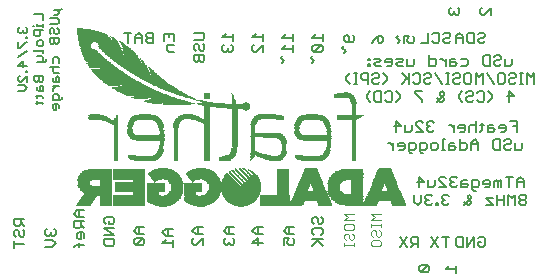
<source format=gbr>
G04 EAGLE Gerber RS-274X export*
G75*
%MOMM*%
%FSLAX34Y34*%
%LPD*%
%INSilkscreen Bottom*%
%IPPOS*%
%AMOC8*
5,1,8,0,0,1.08239X$1,22.5*%
G01*
%ADD10C,0.127000*%
%ADD11C,0.101600*%
%ADD12R,0.914400X0.025400*%
%ADD13R,0.508000X0.025400*%
%ADD14R,0.889000X0.025400*%
%ADD15R,0.406400X0.025400*%
%ADD16R,1.320800X0.025400*%
%ADD17R,0.736600X0.025400*%
%ADD18R,0.660400X0.025400*%
%ADD19R,1.346200X0.025400*%
%ADD20R,1.625600X0.025400*%
%ADD21R,0.939800X0.025400*%
%ADD22R,0.025400X0.025400*%
%ADD23R,0.863600X0.025400*%
%ADD24R,0.431800X0.025400*%
%ADD25R,1.600200X0.025400*%
%ADD26R,1.854200X0.025400*%
%ADD27R,1.066800X0.025400*%
%ADD28R,0.050800X0.025400*%
%ADD29R,1.828800X0.025400*%
%ADD30R,2.032000X0.025400*%
%ADD31R,1.219200X0.025400*%
%ADD32R,0.076200X0.025400*%
%ADD33R,0.990600X0.025400*%
%ADD34R,2.057400X0.025400*%
%ADD35R,2.209800X0.025400*%
%ADD36R,2.362200X0.025400*%
%ADD37R,1.447800X0.025400*%
%ADD38R,0.101600X0.025400*%
%ADD39R,1.092200X0.025400*%
%ADD40R,2.489200X0.025400*%
%ADD41R,1.574800X0.025400*%
%ADD42R,0.127000X0.025400*%
%ADD43R,1.143000X0.025400*%
%ADD44R,2.565400X0.025400*%
%ADD45R,1.676400X0.025400*%
%ADD46R,0.152400X0.025400*%
%ADD47R,1.168400X0.025400*%
%ADD48R,2.590800X0.025400*%
%ADD49R,1.752600X0.025400*%
%ADD50R,0.177800X0.025400*%
%ADD51R,1.193800X0.025400*%
%ADD52R,2.616200X0.025400*%
%ADD53R,0.203200X0.025400*%
%ADD54R,2.641600X0.025400*%
%ADD55R,1.930400X0.025400*%
%ADD56R,0.228600X0.025400*%
%ADD57R,1.244600X0.025400*%
%ADD58R,2.667000X0.025400*%
%ADD59R,0.254000X0.025400*%
%ADD60R,2.692400X0.025400*%
%ADD61R,2.108200X0.025400*%
%ADD62R,0.279400X0.025400*%
%ADD63R,2.717800X0.025400*%
%ADD64R,1.041400X0.025400*%
%ADD65R,2.743200X0.025400*%
%ADD66R,2.260600X0.025400*%
%ADD67R,0.304800X0.025400*%
%ADD68R,0.838200X0.025400*%
%ADD69R,0.685800X0.025400*%
%ADD70R,1.270000X0.025400*%
%ADD71R,0.330200X0.025400*%
%ADD72R,0.609600X0.025400*%
%ADD73R,0.355600X0.025400*%
%ADD74R,0.762000X0.025400*%
%ADD75R,0.635000X0.025400*%
%ADD76R,0.584200X0.025400*%
%ADD77R,0.381000X0.025400*%
%ADD78R,0.533400X0.025400*%
%ADD79R,0.558800X0.025400*%
%ADD80R,0.482600X0.025400*%
%ADD81R,1.117600X0.025400*%
%ADD82R,0.457200X0.025400*%
%ADD83R,0.787400X0.025400*%
%ADD84R,0.711200X0.025400*%
%ADD85R,2.413000X0.025400*%
%ADD86R,2.438400X0.025400*%
%ADD87R,2.540000X0.025400*%
%ADD88R,2.794000X0.025400*%
%ADD89R,2.819400X0.025400*%
%ADD90R,2.844800X0.025400*%
%ADD91R,2.870200X0.025400*%
%ADD92R,1.016000X0.025400*%
%ADD93R,2.895600X0.025400*%
%ADD94R,1.422400X0.025400*%
%ADD95R,2.921000X0.025400*%
%ADD96R,1.803400X0.025400*%
%ADD97R,2.946400X0.025400*%
%ADD98R,2.971800X0.025400*%
%ADD99R,2.997200X0.025400*%
%ADD100R,3.022600X0.025400*%
%ADD101R,2.768600X0.025400*%
%ADD102R,2.514600X0.025400*%
%ADD103R,2.336800X0.025400*%
%ADD104R,0.965200X0.025400*%
%ADD105R,0.812800X0.025400*%
%ADD106R,1.651000X0.025400*%
%ADD107R,1.701800X0.025400*%
%ADD108R,1.727200X0.025400*%
%ADD109R,2.159000X0.025400*%
%ADD110R,1.778000X0.025400*%
%ADD111R,2.082800X0.025400*%
%ADD112R,2.463800X0.025400*%
%ADD113R,2.006600X0.025400*%
%ADD114R,1.905000X0.025400*%
%ADD115R,2.286000X0.025400*%
%ADD116R,1.955800X0.025400*%
%ADD117R,2.235200X0.025400*%
%ADD118R,1.524000X0.025400*%
%ADD119R,1.981200X0.025400*%
%ADD120R,2.184400X0.025400*%
%ADD121R,1.473200X0.025400*%
%ADD122R,1.397000X0.025400*%
%ADD123R,2.387600X0.025400*%
%ADD124R,1.879600X0.025400*%
%ADD125R,1.295400X0.025400*%
%ADD126R,1.549400X0.025400*%
%ADD127R,1.371600X0.025400*%
%ADD128R,3.200400X0.025400*%
%ADD129R,3.378200X0.025400*%
%ADD130R,3.835400X0.025400*%
%ADD131R,3.987800X0.025400*%
%ADD132R,4.089400X0.025400*%
%ADD133R,4.216400X0.025400*%
%ADD134R,2.311400X0.025400*%
%ADD135R,3.225800X0.025400*%
%ADD136R,3.479800X0.025400*%
%ADD137R,3.454400X0.025400*%
%ADD138R,1.498600X0.025400*%
%ADD139R,3.429000X0.025400*%
%ADD140R,3.403600X0.025400*%
%ADD141R,3.352800X0.025400*%
%ADD142R,3.327400X0.025400*%
%ADD143R,3.302000X0.025400*%
%ADD144R,3.276600X0.025400*%
%ADD145R,3.251200X0.025400*%
%ADD146R,3.175000X0.025400*%
%ADD147R,2.133600X0.025400*%
%ADD148R,0.195581X0.017781*%
%ADD149R,0.266700X0.017781*%
%ADD150R,0.248919X0.017781*%
%ADD151R,0.551181X0.017778*%
%ADD152R,0.640078X0.017778*%
%ADD153R,0.622300X0.017778*%
%ADD154R,0.764538X0.017781*%
%ADD155R,0.835659X0.017781*%
%ADD156R,0.906781X0.017778*%
%ADD157R,1.013459X0.017778*%
%ADD158R,1.120141X0.017781*%
%ADD159R,2.524759X0.017781*%
%ADD160R,3.609341X0.017781*%
%ADD161R,1.049019X0.017781*%
%ADD162R,1.155700X0.017781*%
%ADD163R,1.137922X0.017781*%
%ADD164R,2.649219X0.017781*%
%ADD165R,1.191259X0.017781*%
%ADD166R,2.702559X0.017781*%
%ADD167R,3.627122X0.017781*%
%ADD168R,1.262378X0.017781*%
%ADD169R,1.280159X0.017781*%
%ADD170R,1.120141X0.017778*%
%ADD171R,1.137922X0.017778*%
%ADD172R,1.671322X0.017778*%
%ADD173R,1.120138X0.017778*%
%ADD174R,3.627122X0.017778*%
%ADD175R,1.262381X0.017778*%
%ADD176R,1.386841X0.017778*%
%ADD177R,2.649219X0.017778*%
%ADD178R,1.049019X0.017778*%
%ADD179R,1.209041X0.017778*%
%ADD180R,1.760222X0.017781*%
%ADD181R,1.120138X0.017781*%
%ADD182R,2.489200X0.017781*%
%ADD183R,1.351281X0.017781*%
%ADD184R,1.493519X0.017781*%
%ADD185R,1.475741X0.017781*%
%ADD186R,1.191263X0.017781*%
%ADD187R,1.137919X0.017778*%
%ADD188R,1.849122X0.017778*%
%ADD189R,1.102359X0.017778*%
%ADD190R,2.489200X0.017778*%
%ADD191R,1.440181X0.017778*%
%ADD192R,1.564641X0.017778*%
%ADD193R,1.582422X0.017778*%
%ADD194R,1.191259X0.017778*%
%ADD195R,1.137919X0.017781*%
%ADD196R,1.902459X0.017781*%
%ADD197R,1.511300X0.017781*%
%ADD198R,1.671319X0.017781*%
%ADD199R,1.653541X0.017781*%
%ADD200R,1.102359X0.017781*%
%ADD201R,1.973581X0.017781*%
%ADD202R,1.582419X0.017781*%
%ADD203R,1.742441X0.017781*%
%ADD204R,2.026922X0.017778*%
%ADD205R,1.653538X0.017778*%
%ADD206R,1.813559X0.017778*%
%ADD207R,2.062481X0.017781*%
%ADD208R,1.724662X0.017781*%
%ADD209R,1.902463X0.017781*%
%ADD210R,1.884681X0.017781*%
%ADD211R,2.115822X0.017778*%
%ADD212R,1.102363X0.017778*%
%ADD213R,1.795781X0.017778*%
%ADD214R,1.955800X0.017778*%
%ADD215R,2.151381X0.017781*%
%ADD216R,1.849119X0.017781*%
%ADD217R,2.009138X0.017781*%
%ADD218R,2.026919X0.017781*%
%ADD219R,2.186941X0.017781*%
%ADD220R,2.080262X0.017781*%
%ADD221R,2.222500X0.017778*%
%ADD222R,2.133600X0.017778*%
%ADD223R,1.102363X0.017781*%
%ADD224R,2.258059X0.017781*%
%ADD225R,2.204719X0.017781*%
%ADD226R,2.293622X0.017778*%
%ADD227R,2.062481X0.017778*%
%ADD228R,2.240281X0.017778*%
%ADD229R,2.258063X0.017778*%
%ADD230R,2.329181X0.017781*%
%ADD231R,2.115819X0.017781*%
%ADD232R,2.311400X0.017781*%
%ADD233R,2.293619X0.017781*%
%ADD234R,2.346959X0.017781*%
%ADD235R,2.364737X0.017781*%
%ADD236R,2.382522X0.017778*%
%ADD237R,2.204719X0.017778*%
%ADD238R,2.400300X0.017778*%
%ADD239R,1.191263X0.017778*%
%ADD240R,2.400300X0.017781*%
%ADD241R,2.240281X0.017781*%
%ADD242R,2.453641X0.017781*%
%ADD243R,2.435859X0.017778*%
%ADD244R,2.275841X0.017778*%
%ADD245R,2.506978X0.017778*%
%ADD246R,2.542541X0.017781*%
%ADD247R,2.542538X0.017781*%
%ADD248R,2.578100X0.017781*%
%ADD249R,2.595881X0.017781*%
%ADD250R,2.506981X0.017778*%
%ADD251R,2.613659X0.017778*%
%ADD252R,2.613663X0.017778*%
%ADD253R,3.271519X0.017781*%
%ADD254R,2.435863X0.017781*%
%ADD255R,2.631441X0.017781*%
%ADD256R,3.271519X0.017778*%
%ADD257R,2.542541X0.017778*%
%ADD258R,2.471419X0.017778*%
%ADD259R,2.649222X0.017778*%
%ADD260R,1.173481X0.017778*%
%ADD261R,3.253741X0.017781*%
%ADD262R,2.560322X0.017781*%
%ADD263R,2.506981X0.017781*%
%ADD264R,2.667000X0.017781*%
%ADD265R,3.235963X0.017781*%
%ADD266R,3.235959X0.017781*%
%ADD267R,2.684778X0.017781*%
%ADD268R,2.684781X0.017781*%
%ADD269R,3.218181X0.017778*%
%ADD270R,2.595881X0.017778*%
%ADD271R,3.218178X0.017778*%
%ADD272R,2.578100X0.017778*%
%ADD273R,2.702559X0.017778*%
%ADD274R,2.702562X0.017778*%
%ADD275R,1.173478X0.017778*%
%ADD276R,3.200400X0.017781*%
%ADD277R,2.613659X0.017781*%
%ADD278R,2.720341X0.017781*%
%ADD279R,3.200400X0.017778*%
%ADD280R,2.631441X0.017778*%
%ADD281R,3.182622X0.017778*%
%ADD282R,2.738119X0.017778*%
%ADD283R,2.720341X0.017778*%
%ADD284R,3.164837X0.017781*%
%ADD285R,2.649222X0.017781*%
%ADD286R,3.182622X0.017781*%
%ADD287R,2.755900X0.017781*%
%ADD288R,2.738122X0.017781*%
%ADD289R,1.173478X0.017781*%
%ADD290R,3.164841X0.017781*%
%ADD291R,3.147059X0.017778*%
%ADD292R,2.684781X0.017778*%
%ADD293R,2.720338X0.017778*%
%ADD294R,2.773678X0.017778*%
%ADD295R,2.773681X0.017778*%
%ADD296R,3.129281X0.017781*%
%ADD297R,2.738119X0.017781*%
%ADD298R,2.791459X0.017781*%
%ADD299R,2.791463X0.017781*%
%ADD300R,1.173481X0.017781*%
%ADD301R,3.129281X0.017778*%
%ADD302R,3.111500X0.017778*%
%ADD303R,2.809241X0.017778*%
%ADD304R,2.791463X0.017778*%
%ADD305R,3.093719X0.017781*%
%ADD306R,2.809241X0.017781*%
%ADD307R,2.827019X0.017781*%
%ADD308R,2.827022X0.017781*%
%ADD309R,3.058163X0.017778*%
%ADD310R,2.755900X0.017778*%
%ADD311R,3.075941X0.017778*%
%ADD312R,2.844800X0.017778*%
%ADD313R,2.827022X0.017778*%
%ADD314R,3.058163X0.017781*%
%ADD315R,3.058159X0.017781*%
%ADD316R,2.862581X0.017781*%
%ADD317R,2.844800X0.017781*%
%ADD318R,3.040381X0.017778*%
%ADD319R,3.040378X0.017778*%
%ADD320R,2.880359X0.017778*%
%ADD321R,2.862578X0.017778*%
%ADD322R,2.862581X0.017778*%
%ADD323R,3.022600X0.017781*%
%ADD324R,2.915919X0.017781*%
%ADD325R,2.880359X0.017781*%
%ADD326R,3.004822X0.017781*%
%ADD327R,2.933700X0.017781*%
%ADD328R,2.880362X0.017781*%
%ADD329R,2.987038X0.017778*%
%ADD330R,3.004822X0.017778*%
%ADD331R,2.951481X0.017778*%
%ADD332R,2.898141X0.017778*%
%ADD333R,2.880362X0.017778*%
%ADD334R,2.987038X0.017781*%
%ADD335R,2.987041X0.017781*%
%ADD336R,2.969263X0.017781*%
%ADD337R,2.898141X0.017781*%
%ADD338R,2.969259X0.017778*%
%ADD339R,2.987041X0.017778*%
%ADD340R,2.915919X0.017778*%
%ADD341R,2.915922X0.017778*%
%ADD342R,2.951481X0.017781*%
%ADD343R,1.457959X0.017781*%
%ADD344R,1.404622X0.017781*%
%ADD345R,1.066800X0.017781*%
%ADD346R,1.404619X0.017781*%
%ADD347R,3.058159X0.017778*%
%ADD348R,1.351281X0.017778*%
%ADD349R,1.031241X0.017778*%
%ADD350R,1.351278X0.017778*%
%ADD351R,1.013463X0.017778*%
%ADD352R,1.315719X0.017781*%
%ADD353R,0.977900X0.017781*%
%ADD354R,1.333500X0.017781*%
%ADD355R,1.031238X0.017781*%
%ADD356R,3.093719X0.017778*%
%ADD357R,1.280159X0.017778*%
%ADD358R,0.977900X0.017778*%
%ADD359R,1.031238X0.017778*%
%ADD360R,2.418078X0.017778*%
%ADD361R,1.262381X0.017781*%
%ADD362R,2.418078X0.017781*%
%ADD363R,1.031241X0.017781*%
%ADD364R,2.862578X0.017781*%
%ADD365R,3.111500X0.017781*%
%ADD366R,1.244600X0.017781*%
%ADD367R,1.457959X0.017778*%
%ADD368R,1.226822X0.017778*%
%ADD369R,2.382519X0.017778*%
%ADD370R,1.386841X0.017781*%
%ADD371R,3.147063X0.017781*%
%ADD372R,1.209041X0.017781*%
%ADD373R,2.382519X0.017781*%
%ADD374R,2.809238X0.017778*%
%ADD375R,1.333500X0.017778*%
%ADD376R,3.164841X0.017778*%
%ADD377R,2.364741X0.017778*%
%ADD378R,2.809238X0.017781*%
%ADD379R,1.297941X0.017781*%
%ADD380R,3.182619X0.017781*%
%ADD381R,1.244600X0.017778*%
%ADD382R,1.155700X0.017778*%
%ADD383R,2.329178X0.017778*%
%ADD384R,2.364741X0.017781*%
%ADD385R,2.702562X0.017781*%
%ADD386R,3.235959X0.017778*%
%ADD387R,2.667000X0.017778*%
%ADD388R,1.084581X0.017781*%
%ADD389R,1.493522X0.017781*%
%ADD390R,2.506978X0.017781*%
%ADD391R,1.066800X0.017778*%
%ADD392R,1.084581X0.017778*%
%ADD393R,3.307081X0.017778*%
%ADD394R,1.493519X0.017778*%
%ADD395R,1.493522X0.017778*%
%ADD396R,2.524759X0.017778*%
%ADD397R,2.560319X0.017778*%
%ADD398R,1.049022X0.017781*%
%ADD399R,1.084578X0.017781*%
%ADD400R,3.307081X0.017781*%
%ADD401R,1.049022X0.017778*%
%ADD402R,2.595878X0.017778*%
%ADD403R,1.084578X0.017778*%
%ADD404R,3.324863X0.017778*%
%ADD405R,3.342641X0.017781*%
%ADD406R,3.342641X0.017778*%
%ADD407R,2.684778X0.017778*%
%ADD408R,2.773678X0.017781*%
%ADD409R,3.360419X0.017778*%
%ADD410R,2.791459X0.017778*%
%ADD411R,4.427219X0.017781*%
%ADD412R,4.427219X0.017778*%
%ADD413R,2.827019X0.017778*%
%ADD414R,1.635763X0.017778*%
%ADD415R,1.635759X0.017778*%
%ADD416R,1.617981X0.017781*%
%ADD417R,1.617978X0.017781*%
%ADD418R,1.600200X0.017781*%
%ADD419R,1.617981X0.017778*%
%ADD420R,1.582419X0.017778*%
%ADD421R,1.226819X0.017778*%
%ADD422R,1.635763X0.017781*%
%ADD423R,1.564641X0.017781*%
%ADD424R,1.653541X0.017778*%
%ADD425R,1.546859X0.017778*%
%ADD426R,1.671322X0.017781*%
%ADD427R,1.529078X0.017781*%
%ADD428R,1.689100X0.017781*%
%ADD429R,1.706881X0.017778*%
%ADD430R,0.231141X0.017781*%
%ADD431R,1.457963X0.017778*%
%ADD432R,0.231141X0.017778*%
%ADD433R,1.440181X0.017781*%
%ADD434R,1.440178X0.017781*%
%ADD435R,1.013459X0.017781*%
%ADD436R,0.231138X0.017781*%
%ADD437R,1.404619X0.017778*%
%ADD438R,1.422400X0.017781*%
%ADD439R,1.369063X0.017781*%
%ADD440R,2.080259X0.017778*%
%ADD441R,2.044700X0.017781*%
%ADD442R,1.315722X0.017781*%
%ADD443R,2.026919X0.017778*%
%ADD444R,1.475738X0.017778*%
%ADD445R,2.009141X0.017781*%
%ADD446R,1.991363X0.017778*%
%ADD447R,1.991359X0.017778*%
%ADD448R,0.248922X0.017778*%
%ADD449R,1.991363X0.017781*%
%ADD450R,1.991359X0.017781*%
%ADD451R,1.226819X0.017781*%
%ADD452R,1.973578X0.017781*%
%ADD453R,0.248922X0.017781*%
%ADD454R,0.017778X0.017781*%
%ADD455R,0.035559X0.017781*%
%ADD456R,0.248919X0.017778*%
%ADD457R,0.071119X0.017778*%
%ADD458R,1.938019X0.017781*%
%ADD459R,1.938022X0.017781*%
%ADD460R,0.106681X0.017781*%
%ADD461R,0.124463X0.017781*%
%ADD462R,1.920238X0.017778*%
%ADD463R,1.920241X0.017778*%
%ADD464R,0.142241X0.017778*%
%ADD465R,1.920238X0.017781*%
%ADD466R,1.920241X0.017781*%
%ADD467R,0.177800X0.017781*%
%ADD468R,1.884681X0.017778*%
%ADD469R,1.297941X0.017778*%
%ADD470R,0.266700X0.017778*%
%ADD471R,1.866900X0.017781*%
%ADD472R,1.351278X0.017781*%
%ADD473R,1.226822X0.017781*%
%ADD474R,0.302259X0.017781*%
%ADD475R,0.320041X0.017781*%
%ADD476R,1.849119X0.017778*%
%ADD477R,1.369063X0.017778*%
%ADD478R,0.355600X0.017778*%
%ADD479R,1.262378X0.017778*%
%ADD480R,0.373381X0.017778*%
%ADD481R,1.831341X0.017781*%
%ADD482R,1.280163X0.017781*%
%ADD483R,0.408941X0.017781*%
%ADD484R,1.813563X0.017781*%
%ADD485R,1.546863X0.017781*%
%ADD486R,1.813559X0.017781*%
%ADD487R,0.960119X0.017781*%
%ADD488R,0.960122X0.017781*%
%ADD489R,0.462281X0.017781*%
%ADD490R,0.462278X0.017781*%
%ADD491R,1.813563X0.017778*%
%ADD492R,0.924559X0.017778*%
%ADD493R,1.315719X0.017778*%
%ADD494R,0.533400X0.017778*%
%ADD495R,0.515622X0.017778*%
%ADD496R,1.795781X0.017781*%
%ADD497R,1.795778X0.017781*%
%ADD498R,0.906778X0.017781*%
%ADD499R,0.906781X0.017781*%
%ADD500R,0.586738X0.017781*%
%ADD501R,1.778000X0.017778*%
%ADD502R,0.889000X0.017778*%
%ADD503R,0.657859X0.017778*%
%ADD504R,1.386838X0.017778*%
%ADD505R,0.675641X0.017778*%
%ADD506R,1.760219X0.017781*%
%ADD507R,0.853438X0.017781*%
%ADD508R,0.782322X0.017781*%
%ADD509R,1.475738X0.017781*%
%ADD510R,0.764541X0.017781*%
%ADD511R,2.631438X0.017781*%
%ADD512R,1.742438X0.017781*%
%ADD513R,1.742438X0.017778*%
%ADD514R,1.724659X0.017778*%
%ADD515R,0.800100X0.017778*%
%ADD516R,2.631438X0.017778*%
%ADD517R,1.706881X0.017781*%
%ADD518R,1.724659X0.017781*%
%ADD519R,0.924563X0.017781*%
%ADD520R,0.942341X0.017778*%
%ADD521R,0.746759X0.017778*%
%ADD522R,0.942341X0.017781*%
%ADD523R,0.711200X0.017781*%
%ADD524R,0.693419X0.017781*%
%ADD525R,0.693422X0.017781*%
%ADD526R,1.671319X0.017778*%
%ADD527R,1.635759X0.017781*%
%ADD528R,0.622300X0.017781*%
%ADD529R,0.640081X0.017781*%
%ADD530R,0.604522X0.017778*%
%ADD531R,0.604519X0.017778*%
%ADD532R,2.542538X0.017778*%
%ADD533R,2.773681X0.017781*%
%ADD534R,0.586741X0.017781*%
%ADD535R,0.568959X0.017781*%
%ADD536R,0.551181X0.017781*%
%ADD537R,0.515619X0.017778*%
%ADD538R,1.564638X0.017781*%
%ADD539R,0.604519X0.017781*%
%ADD540R,0.480063X0.017781*%
%ADD541R,2.524763X0.017781*%
%ADD542R,1.564638X0.017778*%
%ADD543R,2.738122X0.017778*%
%ADD544R,0.462281X0.017778*%
%ADD545R,1.529081X0.017781*%
%ADD546R,1.546859X0.017781*%
%ADD547R,0.426719X0.017781*%
%ADD548R,0.391159X0.017781*%
%ADD549R,1.511300X0.017778*%
%ADD550R,0.337822X0.017781*%
%ADD551R,1.475741X0.017778*%
%ADD552R,0.284481X0.017778*%
%ADD553R,0.302259X0.017778*%
%ADD554R,1.457963X0.017781*%
%ADD555R,1.422400X0.017778*%
%ADD556R,1.440178X0.017778*%
%ADD557R,0.195578X0.017778*%
%ADD558R,0.160022X0.017781*%
%ADD559R,2.560322X0.017778*%
%ADD560R,1.404622X0.017778*%
%ADD561R,0.124459X0.017778*%
%ADD562R,1.386838X0.017781*%
%ADD563R,0.088900X0.017781*%
%ADD564R,1.369059X0.017781*%
%ADD565R,0.053341X0.017781*%
%ADD566R,1.369059X0.017778*%
%ADD567R,0.017778X0.017778*%
%ADD568R,2.453638X0.017778*%
%ADD569R,2.471422X0.017781*%
%ADD570R,2.418081X0.017781*%
%ADD571R,2.453641X0.017778*%
%ADD572R,2.435859X0.017781*%
%ADD573R,2.595878X0.017781*%
%ADD574R,2.275838X0.017781*%
%ADD575R,2.560319X0.017781*%
%ADD576R,1.280163X0.017778*%
%ADD577R,0.195581X0.017778*%
%ADD578R,0.213359X0.017781*%
%ADD579R,0.142241X0.017781*%
%ADD580R,2.311400X0.017778*%
%ADD581R,0.213359X0.017778*%
%ADD582R,0.106681X0.017778*%
%ADD583R,2.115819X0.017778*%
%ADD584R,2.275841X0.017781*%
%ADD585R,0.195578X0.017781*%
%ADD586R,0.071119X0.017781*%
%ADD587R,2.080259X0.017781*%
%ADD588R,2.471419X0.017781*%
%ADD589R,1.209037X0.017778*%
%ADD590R,2.204722X0.017778*%
%ADD591R,0.177800X0.017778*%
%ADD592R,1.973581X0.017778*%
%ADD593R,1.209037X0.017781*%
%ADD594R,2.169159X0.017781*%
%ADD595R,0.160022X0.017778*%
%ADD596R,1.831341X0.017778*%
%ADD597R,2.346959X0.017778*%
%ADD598R,0.142238X0.017781*%
%ADD599R,1.778000X0.017781*%
%ADD600R,2.026922X0.017781*%
%ADD601R,0.124459X0.017781*%
%ADD602R,1.706878X0.017781*%
%ADD603R,0.053338X0.017781*%
%ADD604R,0.071122X0.017778*%
%ADD605R,2.098041X0.017778*%
%ADD606R,0.017781X0.017781*%
%ADD607R,0.017781X0.017778*%
%ADD608R,0.871219X0.017778*%
%ADD609R,0.871222X0.017778*%
%ADD610R,0.071122X0.017781*%
%ADD611R,0.160019X0.017781*%


D10*
X64130Y209625D02*
X62859Y208354D01*
X62859Y205812D01*
X64130Y204541D01*
X65401Y204541D01*
X66672Y205812D01*
X66672Y207083D01*
X66672Y205812D02*
X67943Y204541D01*
X69214Y204541D01*
X70485Y205812D01*
X70485Y208354D01*
X69214Y209625D01*
X69214Y201440D02*
X70485Y201440D01*
X69214Y201440D02*
X69214Y200168D01*
X70485Y200168D01*
X70485Y201440D01*
X62859Y197347D02*
X62859Y192262D01*
X64130Y192262D01*
X69214Y197347D01*
X70485Y197347D01*
X70485Y189161D02*
X62859Y184077D01*
X62859Y177162D02*
X70485Y177162D01*
X66672Y180975D02*
X62859Y177162D01*
X66672Y175891D02*
X66672Y180975D01*
X69214Y172789D02*
X70485Y172789D01*
X69214Y172789D02*
X69214Y171518D01*
X70485Y171518D01*
X70485Y172789D01*
X70485Y168696D02*
X70485Y163612D01*
X70485Y168696D02*
X65401Y163612D01*
X64130Y163612D01*
X62859Y164883D01*
X62859Y167425D01*
X64130Y168696D01*
X62859Y160511D02*
X67943Y160511D01*
X70485Y157968D01*
X67943Y155426D01*
X62859Y155426D01*
X76194Y220540D02*
X83820Y220540D01*
X83820Y215455D01*
X78736Y212354D02*
X78736Y211083D01*
X83820Y211083D01*
X83820Y212354D02*
X83820Y209812D01*
X76194Y211083D02*
X74922Y211083D01*
X76194Y206897D02*
X83820Y206897D01*
X76194Y206897D02*
X76194Y203083D01*
X77465Y201812D01*
X80007Y201812D01*
X81278Y203083D01*
X81278Y206897D01*
X83820Y197440D02*
X83820Y194898D01*
X82549Y193627D01*
X80007Y193627D01*
X78736Y194898D01*
X78736Y197440D01*
X80007Y198711D01*
X82549Y198711D01*
X83820Y197440D01*
X76194Y190525D02*
X76194Y189254D01*
X83820Y189254D01*
X83820Y190525D02*
X83820Y187983D01*
X82549Y185068D02*
X78736Y185068D01*
X82549Y185068D02*
X83820Y183797D01*
X83820Y179984D01*
X85091Y179984D02*
X78736Y179984D01*
X85091Y179984D02*
X86362Y181255D01*
X86362Y182526D01*
X83820Y168696D02*
X76194Y168696D01*
X76194Y164883D01*
X77465Y163612D01*
X78736Y163612D01*
X80007Y164883D01*
X81278Y163612D01*
X82549Y163612D01*
X83820Y164883D01*
X83820Y168696D01*
X80007Y168696D02*
X80007Y164883D01*
X78736Y159240D02*
X78736Y156697D01*
X80007Y155426D01*
X83820Y155426D01*
X83820Y159240D01*
X82549Y160511D01*
X81278Y159240D01*
X81278Y155426D01*
X82549Y151054D02*
X77465Y151054D01*
X82549Y151054D02*
X83820Y149783D01*
X78736Y149783D02*
X78736Y152325D01*
X77465Y145597D02*
X82549Y145597D01*
X83820Y144326D01*
X78736Y144326D02*
X78736Y146868D01*
X93342Y224044D02*
X95884Y224044D01*
X97155Y222773D01*
X97155Y221501D01*
X95884Y220230D01*
X93342Y220230D01*
X95884Y224044D02*
X98426Y224044D01*
X99697Y225315D01*
X95884Y217129D02*
X89529Y217129D01*
X95884Y217129D02*
X97155Y215858D01*
X97155Y213316D01*
X95884Y212045D01*
X89529Y212045D01*
X89529Y205130D02*
X90800Y203859D01*
X89529Y205130D02*
X89529Y207672D01*
X90800Y208943D01*
X92071Y208943D01*
X93342Y207672D01*
X93342Y205130D01*
X94613Y203859D01*
X95884Y203859D01*
X97155Y205130D01*
X97155Y207672D01*
X95884Y208943D01*
X97155Y200757D02*
X89529Y200757D01*
X89529Y196944D01*
X90800Y195673D01*
X92071Y195673D01*
X93342Y196944D01*
X94613Y195673D01*
X95884Y195673D01*
X97155Y196944D01*
X97155Y200757D01*
X93342Y200757D02*
X93342Y196944D01*
X92071Y183115D02*
X92071Y179301D01*
X92071Y183115D02*
X93342Y184386D01*
X95884Y184386D01*
X97155Y183115D01*
X97155Y179301D01*
X97155Y176200D02*
X89529Y176200D01*
X92071Y174929D02*
X93342Y176200D01*
X92071Y174929D02*
X92071Y172387D01*
X93342Y171116D01*
X97155Y171116D01*
X92071Y166743D02*
X92071Y164201D01*
X93342Y162930D01*
X97155Y162930D01*
X97155Y166743D01*
X95884Y168014D01*
X94613Y166743D01*
X94613Y162930D01*
X97155Y159828D02*
X92071Y159828D01*
X94613Y159828D02*
X92071Y157286D01*
X92071Y156015D01*
X99697Y150465D02*
X99697Y149194D01*
X98426Y147923D01*
X92071Y147923D01*
X92071Y151736D01*
X93342Y153007D01*
X95884Y153007D01*
X97155Y151736D01*
X97155Y147923D01*
X97155Y143550D02*
X97155Y141008D01*
X97155Y143550D02*
X95884Y144821D01*
X93342Y144821D01*
X92071Y143550D01*
X92071Y141008D01*
X93342Y139737D01*
X94613Y139737D01*
X94613Y144821D01*
X484957Y130183D02*
X484957Y121285D01*
X484957Y130183D02*
X479026Y130183D01*
X481992Y125734D02*
X484957Y125734D01*
X474119Y121285D02*
X471153Y121285D01*
X474119Y121285D02*
X475602Y122768D01*
X475602Y125734D01*
X474119Y127217D01*
X471153Y127217D01*
X469670Y125734D01*
X469670Y124251D01*
X475602Y124251D01*
X464764Y127217D02*
X461798Y127217D01*
X460315Y125734D01*
X460315Y121285D01*
X464764Y121285D01*
X466247Y122768D01*
X464764Y124251D01*
X460315Y124251D01*
X455409Y122768D02*
X455409Y128700D01*
X455409Y122768D02*
X453926Y121285D01*
X453926Y127217D02*
X456892Y127217D01*
X450655Y130183D02*
X450655Y121285D01*
X450655Y125734D02*
X449172Y127217D01*
X446206Y127217D01*
X444723Y125734D01*
X444723Y121285D01*
X439817Y121285D02*
X436851Y121285D01*
X439817Y121285D02*
X441300Y122768D01*
X441300Y125734D01*
X439817Y127217D01*
X436851Y127217D01*
X435368Y125734D01*
X435368Y124251D01*
X441300Y124251D01*
X431945Y121285D02*
X431945Y127217D01*
X431945Y124251D02*
X428979Y127217D01*
X427496Y127217D01*
X414794Y128700D02*
X413311Y130183D01*
X410345Y130183D01*
X408862Y128700D01*
X408862Y127217D01*
X410345Y125734D01*
X411828Y125734D01*
X410345Y125734D02*
X408862Y124251D01*
X408862Y122768D01*
X410345Y121285D01*
X413311Y121285D01*
X414794Y122768D01*
X405438Y121285D02*
X399507Y121285D01*
X405438Y121285D02*
X399507Y127217D01*
X399507Y128700D01*
X400990Y130183D01*
X403955Y130183D01*
X405438Y128700D01*
X396083Y127217D02*
X396083Y122768D01*
X394600Y121285D01*
X390151Y121285D01*
X390151Y127217D01*
X382279Y130183D02*
X382279Y121285D01*
X386728Y125734D02*
X382279Y130183D01*
X380796Y125734D02*
X386728Y125734D01*
X489635Y111977D02*
X489635Y107528D01*
X488152Y106045D01*
X483703Y106045D01*
X483703Y111977D01*
X475831Y114943D02*
X474348Y113460D01*
X475831Y114943D02*
X478797Y114943D01*
X480280Y113460D01*
X480280Y111977D01*
X478797Y110494D01*
X475831Y110494D01*
X474348Y109011D01*
X474348Y107528D01*
X475831Y106045D01*
X478797Y106045D01*
X480280Y107528D01*
X470925Y106045D02*
X470925Y114943D01*
X470925Y106045D02*
X466476Y106045D01*
X464993Y107528D01*
X464993Y113460D01*
X466476Y114943D01*
X470925Y114943D01*
X452214Y111977D02*
X452214Y106045D01*
X452214Y111977D02*
X449248Y114943D01*
X446283Y111977D01*
X446283Y106045D01*
X446283Y110494D02*
X452214Y110494D01*
X436927Y114943D02*
X436927Y106045D01*
X441376Y106045D01*
X442859Y107528D01*
X442859Y110494D01*
X441376Y111977D01*
X436927Y111977D01*
X432021Y111977D02*
X429055Y111977D01*
X427572Y110494D01*
X427572Y106045D01*
X432021Y106045D01*
X433504Y107528D01*
X432021Y109011D01*
X427572Y109011D01*
X424149Y114943D02*
X422666Y114943D01*
X422666Y106045D01*
X424149Y106045D02*
X421183Y106045D01*
X416429Y106045D02*
X413463Y106045D01*
X411980Y107528D01*
X411980Y110494D01*
X413463Y111977D01*
X416429Y111977D01*
X417912Y110494D01*
X417912Y107528D01*
X416429Y106045D01*
X405591Y103079D02*
X404108Y103079D01*
X402625Y104562D01*
X402625Y111977D01*
X407074Y111977D01*
X408557Y110494D01*
X408557Y107528D01*
X407074Y106045D01*
X402625Y106045D01*
X396236Y103079D02*
X394753Y103079D01*
X393270Y104562D01*
X393270Y111977D01*
X397719Y111977D01*
X399202Y110494D01*
X399202Y107528D01*
X397719Y106045D01*
X393270Y106045D01*
X388363Y106045D02*
X385398Y106045D01*
X388363Y106045D02*
X389846Y107528D01*
X389846Y110494D01*
X388363Y111977D01*
X385398Y111977D01*
X383915Y110494D01*
X383915Y109011D01*
X389846Y109011D01*
X380491Y106045D02*
X380491Y111977D01*
X380491Y109011D02*
X377525Y111977D01*
X376042Y111977D01*
X490641Y80227D02*
X490641Y74295D01*
X490641Y80227D02*
X487675Y83193D01*
X484709Y80227D01*
X484709Y74295D01*
X484709Y78744D02*
X490641Y78744D01*
X478320Y74295D02*
X478320Y83193D01*
X481286Y83193D02*
X475354Y83193D01*
X471931Y80227D02*
X471931Y74295D01*
X471931Y80227D02*
X470448Y80227D01*
X468965Y78744D01*
X468965Y74295D01*
X468965Y78744D02*
X467482Y80227D01*
X465999Y78744D01*
X465999Y74295D01*
X461093Y74295D02*
X458127Y74295D01*
X461093Y74295D02*
X462575Y75778D01*
X462575Y78744D01*
X461093Y80227D01*
X458127Y80227D01*
X456644Y78744D01*
X456644Y77261D01*
X462575Y77261D01*
X450254Y71329D02*
X448771Y71329D01*
X447289Y72812D01*
X447289Y80227D01*
X451737Y80227D01*
X453220Y78744D01*
X453220Y75778D01*
X451737Y74295D01*
X447289Y74295D01*
X442382Y80227D02*
X439416Y80227D01*
X437933Y78744D01*
X437933Y74295D01*
X442382Y74295D01*
X443865Y75778D01*
X442382Y77261D01*
X437933Y77261D01*
X434510Y81710D02*
X433027Y83193D01*
X430061Y83193D01*
X428578Y81710D01*
X428578Y80227D01*
X430061Y78744D01*
X431544Y78744D01*
X430061Y78744D02*
X428578Y77261D01*
X428578Y75778D01*
X430061Y74295D01*
X433027Y74295D01*
X434510Y75778D01*
X425155Y74295D02*
X419223Y74295D01*
X425155Y74295D02*
X419223Y80227D01*
X419223Y81710D01*
X420706Y83193D01*
X423672Y83193D01*
X425155Y81710D01*
X415799Y80227D02*
X415799Y75778D01*
X414317Y74295D01*
X409868Y74295D01*
X409868Y80227D01*
X401996Y83193D02*
X401996Y74295D01*
X406444Y78744D02*
X401996Y83193D01*
X400513Y78744D02*
X406444Y78744D01*
X491497Y67953D02*
X492980Y66470D01*
X491497Y67953D02*
X488531Y67953D01*
X487048Y66470D01*
X487048Y64987D01*
X488531Y63504D01*
X487048Y62021D01*
X487048Y60538D01*
X488531Y59055D01*
X491497Y59055D01*
X492980Y60538D01*
X492980Y62021D01*
X491497Y63504D01*
X492980Y64987D01*
X492980Y66470D01*
X491497Y63504D02*
X488531Y63504D01*
X483625Y59055D02*
X483625Y67953D01*
X480659Y64987D01*
X477693Y67953D01*
X477693Y59055D01*
X474269Y59055D02*
X474269Y67953D01*
X474269Y63504D02*
X468338Y63504D01*
X468338Y67953D02*
X468338Y59055D01*
X464914Y64987D02*
X458982Y64987D01*
X464914Y59055D01*
X458982Y59055D01*
X443238Y59055D02*
X440272Y62021D01*
X443238Y59055D02*
X444721Y59055D01*
X446204Y60538D01*
X446204Y62021D01*
X443238Y64987D01*
X443238Y66470D01*
X444721Y67953D01*
X446204Y66470D01*
X446204Y64987D01*
X440272Y59055D01*
X427493Y66470D02*
X426011Y67953D01*
X423045Y67953D01*
X421562Y66470D01*
X421562Y64987D01*
X423045Y63504D01*
X424528Y63504D01*
X423045Y63504D02*
X421562Y62021D01*
X421562Y60538D01*
X423045Y59055D01*
X426011Y59055D01*
X427493Y60538D01*
X418138Y60538D02*
X418138Y59055D01*
X418138Y60538D02*
X416655Y60538D01*
X416655Y59055D01*
X418138Y59055D01*
X413461Y66470D02*
X411978Y67953D01*
X409012Y67953D01*
X407529Y66470D01*
X407529Y64987D01*
X409012Y63504D01*
X410495Y63504D01*
X409012Y63504D02*
X407529Y62021D01*
X407529Y60538D01*
X409012Y59055D01*
X411978Y59055D01*
X413461Y60538D01*
X404105Y62021D02*
X404105Y67953D01*
X404105Y62021D02*
X401140Y59055D01*
X398174Y62021D01*
X398174Y67953D01*
X218862Y205168D02*
X211447Y205168D01*
X218862Y205168D02*
X220345Y203685D01*
X220345Y200719D01*
X218862Y199236D01*
X211447Y199236D01*
X211447Y191364D02*
X212930Y189881D01*
X211447Y191364D02*
X211447Y194330D01*
X212930Y195813D01*
X214413Y195813D01*
X215896Y194330D01*
X215896Y191364D01*
X217379Y189881D01*
X218862Y189881D01*
X220345Y191364D01*
X220345Y194330D01*
X218862Y195813D01*
X220345Y186457D02*
X211447Y186457D01*
X211447Y182009D01*
X212930Y180526D01*
X214413Y180526D01*
X215896Y182009D01*
X217379Y180526D01*
X218862Y180526D01*
X220345Y182009D01*
X220345Y186457D01*
X215896Y186457D02*
X215896Y182009D01*
X235577Y201334D02*
X238543Y204300D01*
X235577Y201334D02*
X244475Y201334D01*
X244475Y204300D02*
X244475Y198368D01*
X237060Y194945D02*
X235577Y193462D01*
X235577Y190496D01*
X237060Y189013D01*
X238543Y189013D01*
X240026Y190496D01*
X240026Y191979D01*
X240026Y190496D02*
X241509Y189013D01*
X242992Y189013D01*
X244475Y190496D01*
X244475Y193462D01*
X242992Y194945D01*
X389247Y196231D02*
X389247Y202163D01*
X393696Y202163D01*
X392213Y199197D01*
X392213Y197714D01*
X393696Y196231D01*
X396662Y196231D01*
X398145Y197714D01*
X398145Y200680D01*
X396662Y202163D01*
X289343Y203898D02*
X286377Y200932D01*
X295275Y200932D01*
X295275Y203898D02*
X295275Y197966D01*
X289343Y194543D02*
X286377Y191577D01*
X295275Y191577D01*
X295275Y194543D02*
X295275Y188611D01*
X286377Y185187D02*
X284894Y183705D01*
X287860Y180739D01*
X286377Y179256D01*
X311777Y200932D02*
X314743Y203898D01*
X311777Y200932D02*
X320675Y200932D01*
X320675Y203898D02*
X320675Y197966D01*
X319192Y194543D02*
X313260Y194543D01*
X311777Y193060D01*
X311777Y190094D01*
X313260Y188611D01*
X319192Y188611D01*
X320675Y190094D01*
X320675Y193060D01*
X319192Y194543D01*
X313260Y188611D01*
X311777Y185187D02*
X310294Y183705D01*
X313260Y180739D01*
X311777Y179256D01*
X345862Y203030D02*
X347345Y201547D01*
X347345Y198581D01*
X345862Y197098D01*
X339930Y197098D01*
X338447Y198581D01*
X338447Y201547D01*
X339930Y203030D01*
X341413Y203030D01*
X342896Y201547D01*
X342896Y197098D01*
X338447Y193675D02*
X336964Y192192D01*
X339930Y189226D01*
X338447Y187743D01*
X422756Y203630D02*
X424239Y205113D01*
X427205Y205113D01*
X428688Y203630D01*
X428688Y202147D01*
X427205Y200664D01*
X424239Y200664D01*
X422756Y199181D01*
X422756Y197698D01*
X424239Y196215D01*
X427205Y196215D01*
X428688Y197698D01*
X414884Y205113D02*
X413401Y203630D01*
X414884Y205113D02*
X417850Y205113D01*
X419333Y203630D01*
X419333Y197698D01*
X417850Y196215D01*
X414884Y196215D01*
X413401Y197698D01*
X409977Y196215D02*
X409977Y205113D01*
X409977Y196215D02*
X404046Y196215D01*
X451966Y203630D02*
X453449Y205113D01*
X456415Y205113D01*
X457898Y203630D01*
X457898Y202147D01*
X456415Y200664D01*
X453449Y200664D01*
X451966Y199181D01*
X451966Y197698D01*
X453449Y196215D01*
X456415Y196215D01*
X457898Y197698D01*
X448543Y196215D02*
X448543Y205113D01*
X448543Y196215D02*
X444094Y196215D01*
X442611Y197698D01*
X442611Y203630D01*
X444094Y205113D01*
X448543Y205113D01*
X439187Y202147D02*
X439187Y196215D01*
X439187Y202147D02*
X436222Y205113D01*
X433256Y202147D01*
X433256Y196215D01*
X433256Y200664D02*
X439187Y200664D01*
X427347Y224810D02*
X428830Y226293D01*
X427347Y224810D02*
X427347Y221844D01*
X428830Y220361D01*
X430313Y220361D01*
X431796Y221844D01*
X431796Y223327D01*
X431796Y221844D02*
X433279Y220361D01*
X434762Y220361D01*
X436245Y221844D01*
X436245Y224810D01*
X434762Y226293D01*
X177228Y205113D02*
X177228Y196215D01*
X177228Y205113D02*
X172779Y205113D01*
X171296Y203630D01*
X171296Y202147D01*
X172779Y200664D01*
X171296Y199181D01*
X171296Y197698D01*
X172779Y196215D01*
X177228Y196215D01*
X177228Y200664D02*
X172779Y200664D01*
X167873Y202147D02*
X167873Y196215D01*
X167873Y202147D02*
X164907Y205113D01*
X161941Y202147D01*
X161941Y196215D01*
X161941Y200664D02*
X167873Y200664D01*
X155552Y196215D02*
X155552Y205113D01*
X158517Y205113D02*
X152586Y205113D01*
X260977Y201334D02*
X263943Y204300D01*
X260977Y201334D02*
X269875Y201334D01*
X269875Y204300D02*
X269875Y198368D01*
X269875Y194945D02*
X269875Y189013D01*
X269875Y194945D02*
X263943Y189013D01*
X262460Y189013D01*
X260977Y190496D01*
X260977Y193462D01*
X262460Y194945D01*
X362577Y196231D02*
X364060Y199197D01*
X367026Y202163D01*
X369992Y202163D01*
X371475Y200680D01*
X371475Y197714D01*
X369992Y196231D01*
X368509Y196231D01*
X367026Y197714D01*
X367026Y202163D01*
X186047Y204300D02*
X186047Y198368D01*
X186047Y204300D02*
X194945Y204300D01*
X194945Y198368D01*
X190496Y201334D02*
X190496Y204300D01*
X189013Y194945D02*
X194945Y194945D01*
X189013Y194945D02*
X189013Y190496D01*
X190496Y189013D01*
X194945Y189013D01*
X384183Y196617D02*
X385666Y198100D01*
X382700Y201066D01*
X384183Y202549D01*
X462915Y220361D02*
X462915Y226293D01*
X456983Y220361D01*
X455500Y220361D01*
X454017Y221844D01*
X454017Y224810D01*
X455500Y226293D01*
X67945Y47688D02*
X59047Y47688D01*
X59047Y43239D01*
X60530Y41756D01*
X63496Y41756D01*
X64979Y43239D01*
X64979Y47688D01*
X64979Y44722D02*
X67945Y41756D01*
X59047Y33884D02*
X60530Y32401D01*
X59047Y33884D02*
X59047Y36850D01*
X60530Y38333D01*
X62013Y38333D01*
X63496Y36850D01*
X63496Y33884D01*
X64979Y32401D01*
X66462Y32401D01*
X67945Y33884D01*
X67945Y36850D01*
X66462Y38333D01*
X67945Y26012D02*
X59047Y26012D01*
X59047Y28977D02*
X59047Y23046D01*
X112813Y54616D02*
X118745Y54616D01*
X112813Y54616D02*
X109847Y51650D01*
X112813Y48684D01*
X118745Y48684D01*
X114296Y48684D02*
X114296Y54616D01*
X118745Y45261D02*
X109847Y45261D01*
X109847Y40812D01*
X111330Y39329D01*
X114296Y39329D01*
X115779Y40812D01*
X115779Y45261D01*
X115779Y42295D02*
X118745Y39329D01*
X118745Y34423D02*
X118745Y31457D01*
X118745Y34423D02*
X117262Y35906D01*
X114296Y35906D01*
X112813Y34423D01*
X112813Y31457D01*
X114296Y29974D01*
X115779Y29974D01*
X115779Y35906D01*
X118745Y25068D02*
X111330Y25068D01*
X109847Y23585D01*
X114296Y23585D02*
X114296Y26551D01*
X87200Y39200D02*
X85717Y37717D01*
X85717Y34751D01*
X87200Y33268D01*
X88683Y33268D01*
X90166Y34751D01*
X90166Y36234D01*
X90166Y34751D02*
X91649Y33268D01*
X93132Y33268D01*
X94615Y34751D01*
X94615Y37717D01*
X93132Y39200D01*
X91649Y29845D02*
X85717Y29845D01*
X91649Y29845D02*
X94615Y26879D01*
X91649Y23913D01*
X85717Y23913D01*
X290613Y40470D02*
X296545Y40470D01*
X290613Y40470D02*
X287647Y37504D01*
X290613Y34538D01*
X296545Y34538D01*
X292096Y34538D02*
X292096Y40470D01*
X287647Y31115D02*
X287647Y25183D01*
X287647Y31115D02*
X292096Y31115D01*
X290613Y28149D01*
X290613Y26666D01*
X292096Y25183D01*
X295062Y25183D01*
X296545Y26666D01*
X296545Y29632D01*
X295062Y31115D01*
X269875Y40470D02*
X263943Y40470D01*
X260977Y37504D01*
X263943Y34538D01*
X269875Y34538D01*
X265426Y34538D02*
X265426Y40470D01*
X269875Y26666D02*
X260977Y26666D01*
X265426Y31115D01*
X265426Y25183D01*
X245745Y40470D02*
X239813Y40470D01*
X236847Y37504D01*
X239813Y34538D01*
X245745Y34538D01*
X241296Y34538D02*
X241296Y40470D01*
X238330Y31115D02*
X236847Y29632D01*
X236847Y26666D01*
X238330Y25183D01*
X239813Y25183D01*
X241296Y26666D01*
X241296Y28149D01*
X241296Y26666D02*
X242779Y25183D01*
X244262Y25183D01*
X245745Y26666D01*
X245745Y29632D01*
X244262Y31115D01*
X219075Y40470D02*
X213143Y40470D01*
X210177Y37504D01*
X213143Y34538D01*
X219075Y34538D01*
X214626Y34538D02*
X214626Y40470D01*
X219075Y31115D02*
X219075Y25183D01*
X219075Y31115D02*
X213143Y25183D01*
X211660Y25183D01*
X210177Y26666D01*
X210177Y29632D01*
X211660Y31115D01*
X193675Y39200D02*
X187743Y39200D01*
X184777Y36234D01*
X187743Y33268D01*
X193675Y33268D01*
X189226Y33268D02*
X189226Y39200D01*
X187743Y29845D02*
X184777Y26879D01*
X193675Y26879D01*
X193675Y29845D02*
X193675Y23913D01*
X169545Y40470D02*
X163613Y40470D01*
X160647Y37504D01*
X163613Y34538D01*
X169545Y34538D01*
X165096Y34538D02*
X165096Y40470D01*
X168062Y31115D02*
X162130Y31115D01*
X160647Y29632D01*
X160647Y26666D01*
X162130Y25183D01*
X168062Y25183D01*
X169545Y26666D01*
X169545Y29632D01*
X168062Y31115D01*
X162130Y25183D01*
X311777Y44509D02*
X313260Y43026D01*
X311777Y44509D02*
X311777Y47475D01*
X313260Y48958D01*
X314743Y48958D01*
X316226Y47475D01*
X316226Y44509D01*
X317709Y43026D01*
X319192Y43026D01*
X320675Y44509D01*
X320675Y47475D01*
X319192Y48958D01*
X311777Y35154D02*
X313260Y33671D01*
X311777Y35154D02*
X311777Y38120D01*
X313260Y39603D01*
X319192Y39603D01*
X320675Y38120D01*
X320675Y35154D01*
X319192Y33671D01*
X320675Y30247D02*
X311777Y30247D01*
X311777Y24316D02*
X317709Y30247D01*
X316226Y28765D02*
X320675Y24316D01*
D11*
X338956Y51329D02*
X346837Y51329D01*
X341583Y48702D02*
X338956Y51329D01*
X341583Y48702D02*
X338956Y46075D01*
X346837Y46075D01*
X338956Y41830D02*
X338956Y39203D01*
X338956Y41830D02*
X340270Y43144D01*
X345524Y43144D01*
X346837Y41830D01*
X346837Y39203D01*
X345524Y37890D01*
X340270Y37890D01*
X338956Y39203D01*
X338956Y31017D02*
X340270Y29704D01*
X338956Y31017D02*
X338956Y33644D01*
X340270Y34958D01*
X341583Y34958D01*
X342897Y33644D01*
X342897Y31017D01*
X344210Y29704D01*
X345524Y29704D01*
X346837Y31017D01*
X346837Y33644D01*
X345524Y34958D01*
X346837Y26772D02*
X346837Y24145D01*
X346837Y25459D02*
X338956Y25459D01*
X338956Y26772D02*
X338956Y24145D01*
X361816Y51329D02*
X369697Y51329D01*
X364443Y48702D02*
X361816Y51329D01*
X364443Y48702D02*
X361816Y46075D01*
X369697Y46075D01*
X369697Y43144D02*
X369697Y40517D01*
X369697Y41830D02*
X361816Y41830D01*
X361816Y40517D02*
X361816Y43144D01*
X361816Y33746D02*
X363130Y32433D01*
X361816Y33746D02*
X361816Y36373D01*
X363130Y37686D01*
X364443Y37686D01*
X365757Y36373D01*
X365757Y33746D01*
X367070Y32433D01*
X368384Y32433D01*
X369697Y33746D01*
X369697Y36373D01*
X368384Y37686D01*
X361816Y28187D02*
X361816Y25560D01*
X361816Y28187D02*
X363130Y29501D01*
X368384Y29501D01*
X369697Y28187D01*
X369697Y25560D01*
X368384Y24247D01*
X363130Y24247D01*
X361816Y25560D01*
D10*
X403438Y2307D02*
X409370Y2307D01*
X410853Y3790D01*
X410853Y6756D01*
X409370Y8239D01*
X403438Y8239D01*
X401955Y6756D01*
X401955Y3790D01*
X403438Y2307D01*
X409370Y8239D01*
X424807Y4887D02*
X427773Y7853D01*
X424807Y4887D02*
X433705Y4887D01*
X433705Y7853D02*
X433705Y1921D01*
X401150Y23495D02*
X401150Y32393D01*
X396701Y32393D01*
X395218Y30910D01*
X395218Y27944D01*
X396701Y26461D01*
X401150Y26461D01*
X398184Y26461D02*
X395218Y23495D01*
X385863Y23495D02*
X391795Y32393D01*
X385863Y32393D02*
X391795Y23495D01*
X424854Y23495D02*
X424854Y32393D01*
X427820Y32393D02*
X421888Y32393D01*
X418465Y32393D02*
X412533Y23495D01*
X418465Y23495D02*
X412533Y32393D01*
X136730Y43026D02*
X135247Y44509D01*
X135247Y47475D01*
X136730Y48958D01*
X142662Y48958D01*
X144145Y47475D01*
X144145Y44509D01*
X142662Y43026D01*
X139696Y43026D01*
X139696Y45992D01*
X144145Y39603D02*
X135247Y39603D01*
X144145Y33671D01*
X135247Y33671D01*
X135247Y30247D02*
X144145Y30247D01*
X144145Y25799D01*
X142662Y24316D01*
X136730Y24316D01*
X135247Y25799D01*
X135247Y30247D01*
X451966Y30910D02*
X453449Y32393D01*
X456415Y32393D01*
X457898Y30910D01*
X457898Y24978D01*
X456415Y23495D01*
X453449Y23495D01*
X451966Y24978D01*
X451966Y27944D01*
X454932Y27944D01*
X448543Y23495D02*
X448543Y32393D01*
X442611Y23495D01*
X442611Y32393D01*
X439187Y32393D02*
X439187Y23495D01*
X434739Y23495D01*
X433256Y24978D01*
X433256Y30910D01*
X434739Y32393D01*
X439187Y32393D01*
X480833Y178648D02*
X480833Y183097D01*
X480833Y178648D02*
X479350Y177165D01*
X474901Y177165D01*
X474901Y183097D01*
X467029Y186063D02*
X465546Y184580D01*
X467029Y186063D02*
X469995Y186063D01*
X471478Y184580D01*
X471478Y183097D01*
X469995Y181614D01*
X467029Y181614D01*
X465546Y180131D01*
X465546Y178648D01*
X467029Y177165D01*
X469995Y177165D01*
X471478Y178648D01*
X462123Y177165D02*
X462123Y186063D01*
X462123Y177165D02*
X457674Y177165D01*
X456191Y178648D01*
X456191Y184580D01*
X457674Y186063D01*
X462123Y186063D01*
X441929Y183097D02*
X437481Y183097D01*
X441929Y183097D02*
X443412Y181614D01*
X443412Y178648D01*
X441929Y177165D01*
X437481Y177165D01*
X432574Y183097D02*
X429608Y183097D01*
X428125Y181614D01*
X428125Y177165D01*
X432574Y177165D01*
X434057Y178648D01*
X432574Y180131D01*
X428125Y180131D01*
X424702Y177165D02*
X424702Y183097D01*
X424702Y180131D02*
X421736Y183097D01*
X420253Y183097D01*
X410974Y186063D02*
X410974Y177165D01*
X415423Y177165D01*
X416906Y178648D01*
X416906Y181614D01*
X415423Y183097D01*
X410974Y183097D01*
X398196Y183097D02*
X398196Y178648D01*
X396713Y177165D01*
X392264Y177165D01*
X392264Y183097D01*
X388840Y177165D02*
X384392Y177165D01*
X382909Y178648D01*
X384392Y180131D01*
X387357Y180131D01*
X388840Y181614D01*
X387357Y183097D01*
X382909Y183097D01*
X378002Y177165D02*
X375036Y177165D01*
X378002Y177165D02*
X379485Y178648D01*
X379485Y181614D01*
X378002Y183097D01*
X375036Y183097D01*
X373553Y181614D01*
X373553Y180131D01*
X379485Y180131D01*
X370130Y177165D02*
X365681Y177165D01*
X364198Y178648D01*
X365681Y180131D01*
X368647Y180131D01*
X370130Y181614D01*
X368647Y183097D01*
X364198Y183097D01*
X360775Y183097D02*
X359292Y183097D01*
X359292Y181614D01*
X360775Y181614D01*
X360775Y183097D01*
X360775Y178648D02*
X359292Y178648D01*
X359292Y177165D01*
X360775Y177165D01*
X360775Y178648D01*
X499543Y170823D02*
X499543Y161925D01*
X496578Y167857D02*
X499543Y170823D01*
X496578Y167857D02*
X493612Y170823D01*
X493612Y161925D01*
X490188Y161925D02*
X487222Y161925D01*
X488705Y161925D02*
X488705Y170823D01*
X490188Y170823D02*
X487222Y170823D01*
X479503Y170823D02*
X478020Y169340D01*
X479503Y170823D02*
X482469Y170823D01*
X483951Y169340D01*
X483951Y167857D01*
X482469Y166374D01*
X479503Y166374D01*
X478020Y164891D01*
X478020Y163408D01*
X479503Y161925D01*
X482469Y161925D01*
X483951Y163408D01*
X473113Y170823D02*
X470147Y170823D01*
X473113Y170823D02*
X474596Y169340D01*
X474596Y163408D01*
X473113Y161925D01*
X470147Y161925D01*
X468665Y163408D01*
X468665Y169340D01*
X470147Y170823D01*
X465241Y161925D02*
X459309Y170823D01*
X455886Y170823D02*
X455886Y161925D01*
X452920Y167857D02*
X455886Y170823D01*
X452920Y167857D02*
X449954Y170823D01*
X449954Y161925D01*
X445048Y170823D02*
X442082Y170823D01*
X445048Y170823D02*
X446531Y169340D01*
X446531Y163408D01*
X445048Y161925D01*
X442082Y161925D01*
X440599Y163408D01*
X440599Y169340D01*
X442082Y170823D01*
X432727Y170823D02*
X431244Y169340D01*
X432727Y170823D02*
X435693Y170823D01*
X437175Y169340D01*
X437175Y167857D01*
X435693Y166374D01*
X432727Y166374D01*
X431244Y164891D01*
X431244Y163408D01*
X432727Y161925D01*
X435693Y161925D01*
X437175Y163408D01*
X427820Y161925D02*
X424854Y161925D01*
X426337Y161925D02*
X426337Y170823D01*
X427820Y170823D02*
X424854Y170823D01*
X415652Y170823D02*
X421584Y161925D01*
X407780Y170823D02*
X406297Y169340D01*
X407780Y170823D02*
X410745Y170823D01*
X412228Y169340D01*
X412228Y167857D01*
X410745Y166374D01*
X407780Y166374D01*
X406297Y164891D01*
X406297Y163408D01*
X407780Y161925D01*
X410745Y161925D01*
X412228Y163408D01*
X398424Y170823D02*
X396941Y169340D01*
X398424Y170823D02*
X401390Y170823D01*
X402873Y169340D01*
X402873Y163408D01*
X401390Y161925D01*
X398424Y161925D01*
X396941Y163408D01*
X393518Y161925D02*
X393518Y170823D01*
X393518Y164891D02*
X387586Y170823D01*
X392035Y166374D02*
X387586Y161925D01*
X374808Y164891D02*
X371842Y161925D01*
X374808Y164891D02*
X374808Y167857D01*
X371842Y170823D01*
X364122Y170823D02*
X362639Y169340D01*
X364122Y170823D02*
X367088Y170823D01*
X368571Y169340D01*
X368571Y167857D01*
X367088Y166374D01*
X364122Y166374D01*
X362639Y164891D01*
X362639Y163408D01*
X364122Y161925D01*
X367088Y161925D01*
X368571Y163408D01*
X359216Y161925D02*
X359216Y170823D01*
X354767Y170823D01*
X353284Y169340D01*
X353284Y166374D01*
X354767Y164891D01*
X359216Y164891D01*
X349860Y161925D02*
X346895Y161925D01*
X348378Y161925D02*
X348378Y170823D01*
X349860Y170823D02*
X346895Y170823D01*
X340658Y164891D02*
X343624Y161925D01*
X340658Y164891D02*
X340658Y167857D01*
X343624Y170823D01*
X477943Y155583D02*
X477943Y146685D01*
X482392Y151134D02*
X477943Y155583D01*
X476460Y151134D02*
X482392Y151134D01*
X463682Y149651D02*
X460716Y146685D01*
X463682Y149651D02*
X463682Y152617D01*
X460716Y155583D01*
X452996Y155583D02*
X451513Y154100D01*
X452996Y155583D02*
X455962Y155583D01*
X457445Y154100D01*
X457445Y148168D01*
X455962Y146685D01*
X452996Y146685D01*
X451513Y148168D01*
X443641Y155583D02*
X442158Y154100D01*
X443641Y155583D02*
X446607Y155583D01*
X448090Y154100D01*
X448090Y152617D01*
X446607Y151134D01*
X443641Y151134D01*
X442158Y149651D01*
X442158Y148168D01*
X443641Y146685D01*
X446607Y146685D01*
X448090Y148168D01*
X438735Y146685D02*
X435769Y149651D01*
X435769Y152617D01*
X438735Y155583D01*
X420177Y146685D02*
X417211Y149651D01*
X420177Y146685D02*
X421660Y146685D01*
X423143Y148168D01*
X423143Y149651D01*
X420177Y152617D01*
X420177Y154100D01*
X421660Y155583D01*
X423143Y154100D01*
X423143Y152617D01*
X417211Y146685D01*
X404432Y155583D02*
X398501Y155583D01*
X398501Y154100D01*
X404432Y148168D01*
X404432Y146685D01*
X385722Y149651D02*
X382756Y146685D01*
X385722Y149651D02*
X385722Y152617D01*
X382756Y155583D01*
X375036Y155583D02*
X373553Y154100D01*
X375036Y155583D02*
X378002Y155583D01*
X379485Y154100D01*
X379485Y148168D01*
X378002Y146685D01*
X375036Y146685D01*
X373553Y148168D01*
X370130Y146685D02*
X370130Y155583D01*
X370130Y146685D02*
X365681Y146685D01*
X364198Y148168D01*
X364198Y154100D01*
X365681Y155583D01*
X370130Y155583D01*
X360775Y146685D02*
X357809Y149651D01*
X357809Y152617D01*
X360775Y155583D01*
D12*
X313309Y96012D03*
D13*
X280289Y96012D03*
D14*
X171958Y96012D03*
D15*
X346837Y96266D03*
D16*
X312547Y96266D03*
D17*
X280162Y96266D03*
D18*
X236347Y96266D03*
D15*
X222885Y96266D03*
X195961Y96266D03*
D19*
X171196Y96266D03*
D15*
X145161Y96266D03*
X346837Y96520D03*
D20*
X312039Y96520D03*
D21*
X279908Y96520D03*
D22*
X259842Y96520D03*
D23*
X237109Y96520D03*
D24*
X222758Y96520D03*
D15*
X195961Y96520D03*
D25*
X170688Y96520D03*
D15*
X145161Y96520D03*
X346837Y96774D03*
D26*
X311658Y96774D03*
D27*
X279781Y96774D03*
D28*
X259969Y96774D03*
D21*
X237490Y96774D03*
D24*
X222758Y96774D03*
D15*
X195961Y96774D03*
D29*
X170307Y96774D03*
D15*
X145161Y96774D03*
X346837Y97028D03*
D30*
X311277Y97028D03*
D31*
X279527Y97028D03*
D32*
X260096Y97028D03*
D33*
X237744Y97028D03*
D24*
X222758Y97028D03*
D15*
X195961Y97028D03*
D34*
X169926Y97028D03*
D15*
X145161Y97028D03*
X346837Y97282D03*
D35*
X310896Y97282D03*
D19*
X279400Y97282D03*
D32*
X260096Y97282D03*
D27*
X238125Y97282D03*
D24*
X222758Y97282D03*
D15*
X195961Y97282D03*
D35*
X169672Y97282D03*
D15*
X145161Y97282D03*
X346837Y97536D03*
D36*
X310642Y97536D03*
D37*
X279146Y97536D03*
D38*
X260223Y97536D03*
D39*
X238252Y97536D03*
D24*
X222758Y97536D03*
D15*
X195961Y97536D03*
D36*
X169418Y97536D03*
D15*
X145161Y97536D03*
X346837Y97790D03*
D40*
X310515Y97790D03*
D41*
X279019Y97790D03*
D42*
X260350Y97790D03*
D43*
X238506Y97790D03*
D24*
X222758Y97790D03*
D15*
X195961Y97790D03*
D40*
X169037Y97790D03*
D15*
X145161Y97790D03*
X346837Y98044D03*
D44*
X310388Y98044D03*
D45*
X278765Y98044D03*
D46*
X260477Y98044D03*
D47*
X238633Y98044D03*
D24*
X222758Y98044D03*
D15*
X195961Y98044D03*
D44*
X168910Y98044D03*
D15*
X145161Y98044D03*
X346837Y98298D03*
D48*
X310515Y98298D03*
D49*
X278638Y98298D03*
D50*
X260604Y98298D03*
D51*
X238760Y98298D03*
D24*
X222758Y98298D03*
D15*
X195961Y98298D03*
D52*
X169164Y98298D03*
D15*
X145161Y98298D03*
X346837Y98552D03*
D52*
X310642Y98552D03*
D26*
X278384Y98552D03*
D53*
X260731Y98552D03*
D31*
X238887Y98552D03*
D24*
X222758Y98552D03*
D15*
X195961Y98552D03*
D54*
X169291Y98552D03*
D15*
X145161Y98552D03*
X346837Y98806D03*
D54*
X310769Y98806D03*
D55*
X278257Y98806D03*
D56*
X260858Y98806D03*
D57*
X239014Y98806D03*
D24*
X222758Y98806D03*
D15*
X195961Y98806D03*
D58*
X169418Y98806D03*
D15*
X145161Y98806D03*
X346837Y99060D03*
D58*
X310896Y99060D03*
D30*
X278003Y99060D03*
D59*
X260985Y99060D03*
D57*
X239268Y99060D03*
D24*
X222758Y99060D03*
D15*
X195961Y99060D03*
D60*
X169545Y99060D03*
D15*
X145161Y99060D03*
X346837Y99314D03*
D60*
X311023Y99314D03*
D61*
X277876Y99314D03*
D62*
X261112Y99314D03*
D47*
X239903Y99314D03*
D24*
X222758Y99314D03*
D15*
X195961Y99314D03*
D60*
X169545Y99314D03*
D15*
X145161Y99314D03*
X346837Y99568D03*
D63*
X311150Y99568D03*
D35*
X277622Y99568D03*
D62*
X261112Y99568D03*
D64*
X240538Y99568D03*
D24*
X222758Y99568D03*
D15*
X195961Y99568D03*
D63*
X169672Y99568D03*
D15*
X145161Y99568D03*
X346837Y99822D03*
D65*
X311277Y99822D03*
D66*
X277368Y99822D03*
D67*
X261239Y99822D03*
D21*
X241300Y99822D03*
D24*
X222758Y99822D03*
D15*
X195961Y99822D03*
D65*
X169799Y99822D03*
D15*
X145161Y99822D03*
X346837Y100076D03*
D68*
X320802Y100076D03*
D43*
X303276Y100076D03*
D69*
X285496Y100076D03*
D70*
X271907Y100076D03*
D71*
X261366Y100076D03*
D23*
X241935Y100076D03*
D24*
X222758Y100076D03*
D15*
X195961Y100076D03*
D68*
X179578Y100076D03*
D47*
X161925Y100076D03*
D15*
X145161Y100076D03*
X346837Y100330D03*
D69*
X321818Y100330D03*
D72*
X300609Y100330D03*
X285877Y100330D03*
D43*
X270764Y100330D03*
D73*
X261493Y100330D03*
D74*
X242443Y100330D03*
D24*
X222758Y100330D03*
D15*
X195961Y100330D03*
D69*
X180340Y100330D03*
D72*
X159131Y100330D03*
D15*
X145161Y100330D03*
X346837Y100584D03*
D75*
X322326Y100584D03*
D67*
X299085Y100584D03*
D76*
X286258Y100584D03*
D27*
X269875Y100584D03*
D77*
X261620Y100584D03*
D18*
X243205Y100584D03*
D24*
X222758Y100584D03*
D15*
X195961Y100584D03*
D75*
X180848Y100584D03*
D71*
X157734Y100584D03*
D15*
X145161Y100584D03*
X346837Y100838D03*
D76*
X322580Y100838D03*
D38*
X298069Y100838D03*
D78*
X286512Y100838D03*
D33*
X268986Y100838D03*
D15*
X261747Y100838D03*
D72*
X243459Y100838D03*
D24*
X222758Y100838D03*
D15*
X195961Y100838D03*
D76*
X181102Y100838D03*
D38*
X156591Y100838D03*
D15*
X145161Y100838D03*
X346837Y101092D03*
D79*
X322961Y101092D03*
D13*
X286893Y101092D03*
D16*
X266319Y101092D03*
D76*
X243840Y101092D03*
D24*
X222758Y101092D03*
D15*
X195961Y101092D03*
D79*
X181483Y101092D03*
D15*
X145161Y101092D03*
X346837Y101346D03*
D78*
X323088Y101346D03*
D80*
X287020Y101346D03*
D31*
X265811Y101346D03*
D78*
X244094Y101346D03*
D24*
X222758Y101346D03*
D15*
X195961Y101346D03*
D13*
X181737Y101346D03*
D15*
X145161Y101346D03*
X346837Y101600D03*
D78*
X323342Y101600D03*
D80*
X287274Y101600D03*
D81*
X265303Y101600D03*
D78*
X244348Y101600D03*
D24*
X222758Y101600D03*
D15*
X195961Y101600D03*
D13*
X181991Y101600D03*
D15*
X145161Y101600D03*
X346837Y101854D03*
D13*
X323469Y101854D03*
D80*
X287274Y101854D03*
D64*
X264922Y101854D03*
D13*
X244475Y101854D03*
D24*
X222758Y101854D03*
D15*
X195961Y101854D03*
D80*
X182118Y101854D03*
D15*
X145161Y101854D03*
X346837Y102108D03*
D80*
X323596Y102108D03*
D82*
X287401Y102108D03*
D21*
X264414Y102108D03*
D80*
X244602Y102108D03*
D24*
X222758Y102108D03*
D15*
X195961Y102108D03*
D80*
X182372Y102108D03*
D15*
X145161Y102108D03*
X346837Y102362D03*
D80*
X323850Y102362D03*
D82*
X287655Y102362D03*
D23*
X264033Y102362D03*
D80*
X244856Y102362D03*
D24*
X222758Y102362D03*
D15*
X195961Y102362D03*
D82*
X182499Y102362D03*
D15*
X145161Y102362D03*
X346837Y102616D03*
D82*
X323977Y102616D03*
X287655Y102616D03*
D83*
X263652Y102616D03*
D82*
X244983Y102616D03*
D24*
X222758Y102616D03*
D15*
X195961Y102616D03*
D82*
X182499Y102616D03*
D15*
X145161Y102616D03*
X346837Y102870D03*
D24*
X324104Y102870D03*
X287782Y102870D03*
D84*
X263271Y102870D03*
D82*
X244983Y102870D03*
D24*
X222758Y102870D03*
D15*
X195961Y102870D03*
D82*
X182753Y102870D03*
D15*
X145161Y102870D03*
X346837Y103124D03*
D82*
X324231Y103124D03*
D24*
X287782Y103124D03*
D75*
X262890Y103124D03*
D82*
X245237Y103124D03*
D24*
X222758Y103124D03*
D15*
X195961Y103124D03*
D24*
X182880Y103124D03*
D15*
X145161Y103124D03*
X346837Y103378D03*
D24*
X324358Y103378D03*
X288036Y103378D03*
D79*
X262509Y103378D03*
D82*
X245237Y103378D03*
D24*
X222758Y103378D03*
D15*
X195961Y103378D03*
D24*
X182880Y103378D03*
D15*
X145161Y103378D03*
X346837Y103632D03*
D24*
X324358Y103632D03*
X288036Y103632D03*
D80*
X262128Y103632D03*
D24*
X245364Y103632D03*
X222758Y103632D03*
D15*
X195961Y103632D03*
D24*
X183134Y103632D03*
D15*
X145161Y103632D03*
X346837Y103886D03*
D24*
X324612Y103886D03*
X288036Y103886D03*
D15*
X261747Y103886D03*
D24*
X245364Y103886D03*
X222758Y103886D03*
D15*
X195961Y103886D03*
D24*
X183134Y103886D03*
D15*
X145161Y103886D03*
X346837Y104140D03*
D24*
X324612Y104140D03*
X288036Y104140D03*
D15*
X261747Y104140D03*
D82*
X245491Y104140D03*
D24*
X222758Y104140D03*
D15*
X195961Y104140D03*
X183261Y104140D03*
X145161Y104140D03*
X346837Y104394D03*
X324739Y104394D03*
X288163Y104394D03*
X261747Y104394D03*
D24*
X245618Y104394D03*
X222758Y104394D03*
D15*
X195961Y104394D03*
D24*
X183388Y104394D03*
D15*
X145161Y104394D03*
X346837Y104648D03*
X324739Y104648D03*
X288163Y104648D03*
X261747Y104648D03*
D24*
X245618Y104648D03*
X222758Y104648D03*
D15*
X195961Y104648D03*
D24*
X183388Y104648D03*
D15*
X145161Y104648D03*
X346837Y104902D03*
D24*
X324866Y104902D03*
D15*
X288163Y104902D03*
X261747Y104902D03*
D24*
X245618Y104902D03*
X222758Y104902D03*
D15*
X195961Y104902D03*
X183515Y104902D03*
X145161Y104902D03*
X346837Y105156D03*
X324993Y105156D03*
X288163Y105156D03*
X261747Y105156D03*
X245745Y105156D03*
D24*
X222758Y105156D03*
D15*
X195961Y105156D03*
X183515Y105156D03*
X145161Y105156D03*
X346837Y105410D03*
X324993Y105410D03*
X288163Y105410D03*
X261747Y105410D03*
X245745Y105410D03*
D24*
X222758Y105410D03*
D15*
X195961Y105410D03*
X183515Y105410D03*
X145161Y105410D03*
X346837Y105664D03*
X324993Y105664D03*
X288163Y105664D03*
X261747Y105664D03*
D24*
X245872Y105664D03*
X222758Y105664D03*
D15*
X195961Y105664D03*
D24*
X183642Y105664D03*
D15*
X145161Y105664D03*
X346837Y105918D03*
X324993Y105918D03*
X288163Y105918D03*
X261747Y105918D03*
D24*
X245872Y105918D03*
X222758Y105918D03*
D15*
X195961Y105918D03*
X183769Y105918D03*
X145161Y105918D03*
X346837Y106172D03*
X325247Y106172D03*
X288163Y106172D03*
X261747Y106172D03*
D24*
X245872Y106172D03*
X222758Y106172D03*
D15*
X195961Y106172D03*
X183769Y106172D03*
X145161Y106172D03*
X346837Y106426D03*
X325247Y106426D03*
X288163Y106426D03*
X261747Y106426D03*
D24*
X245872Y106426D03*
X222758Y106426D03*
D15*
X195961Y106426D03*
X183769Y106426D03*
X145161Y106426D03*
X346837Y106680D03*
X325247Y106680D03*
X288163Y106680D03*
X261747Y106680D03*
X245999Y106680D03*
D24*
X222758Y106680D03*
D15*
X195961Y106680D03*
X183769Y106680D03*
X145161Y106680D03*
X346837Y106934D03*
X325247Y106934D03*
X288163Y106934D03*
X261747Y106934D03*
X245999Y106934D03*
D24*
X222758Y106934D03*
D15*
X195961Y106934D03*
X184023Y106934D03*
X145161Y106934D03*
X346837Y107188D03*
X325247Y107188D03*
X288163Y107188D03*
X261747Y107188D03*
X245999Y107188D03*
D24*
X222758Y107188D03*
D15*
X195961Y107188D03*
X184023Y107188D03*
X145161Y107188D03*
X346837Y107442D03*
X325247Y107442D03*
X288163Y107442D03*
X261747Y107442D03*
X245999Y107442D03*
D24*
X222758Y107442D03*
D15*
X195961Y107442D03*
X184023Y107442D03*
X145161Y107442D03*
X346837Y107696D03*
X325501Y107696D03*
X288163Y107696D03*
X261747Y107696D03*
X245999Y107696D03*
D24*
X222758Y107696D03*
D15*
X195961Y107696D03*
X184023Y107696D03*
X145161Y107696D03*
X346837Y107950D03*
X325501Y107950D03*
X288163Y107950D03*
X261747Y107950D03*
D24*
X246126Y107950D03*
X222758Y107950D03*
D15*
X195961Y107950D03*
X184023Y107950D03*
X145161Y107950D03*
X346837Y108204D03*
X325501Y108204D03*
X288163Y108204D03*
X261747Y108204D03*
D24*
X246126Y108204D03*
X222758Y108204D03*
D15*
X195961Y108204D03*
X184023Y108204D03*
X145161Y108204D03*
X346837Y108458D03*
X325501Y108458D03*
X288163Y108458D03*
X261747Y108458D03*
D24*
X246126Y108458D03*
X222758Y108458D03*
D15*
X195961Y108458D03*
X184023Y108458D03*
X145161Y108458D03*
X346837Y108712D03*
X325501Y108712D03*
X288163Y108712D03*
X261747Y108712D03*
D24*
X246126Y108712D03*
X222758Y108712D03*
D15*
X195961Y108712D03*
X184023Y108712D03*
X145161Y108712D03*
X346837Y108966D03*
X325501Y108966D03*
X288163Y108966D03*
X261747Y108966D03*
D24*
X246126Y108966D03*
X222758Y108966D03*
D15*
X195961Y108966D03*
X184277Y108966D03*
X145161Y108966D03*
X346837Y109220D03*
X325501Y109220D03*
X288163Y109220D03*
X261747Y109220D03*
D24*
X246126Y109220D03*
X222758Y109220D03*
D15*
X195961Y109220D03*
X184277Y109220D03*
X145161Y109220D03*
X346837Y109474D03*
X325501Y109474D03*
X288163Y109474D03*
X261747Y109474D03*
D24*
X246126Y109474D03*
X222758Y109474D03*
D15*
X195961Y109474D03*
X184277Y109474D03*
X145161Y109474D03*
X346837Y109728D03*
X325501Y109728D03*
X288163Y109728D03*
X261747Y109728D03*
D24*
X246126Y109728D03*
X222758Y109728D03*
D15*
X195961Y109728D03*
X184277Y109728D03*
X145161Y109728D03*
X346837Y109982D03*
X325501Y109982D03*
X288163Y109982D03*
X261747Y109982D03*
D24*
X246126Y109982D03*
X222758Y109982D03*
D15*
X195961Y109982D03*
X184277Y109982D03*
X145161Y109982D03*
X346837Y110236D03*
X325755Y110236D03*
X288163Y110236D03*
X261747Y110236D03*
D24*
X246126Y110236D03*
X222758Y110236D03*
D15*
X195961Y110236D03*
X184277Y110236D03*
X145161Y110236D03*
X346837Y110490D03*
X325755Y110490D03*
X288163Y110490D03*
X261747Y110490D03*
D24*
X246126Y110490D03*
X222758Y110490D03*
D15*
X195961Y110490D03*
X184277Y110490D03*
X145161Y110490D03*
X346837Y110744D03*
X325755Y110744D03*
X288163Y110744D03*
X261747Y110744D03*
D24*
X246126Y110744D03*
X222758Y110744D03*
D15*
X195961Y110744D03*
X184277Y110744D03*
X145161Y110744D03*
X346837Y110998D03*
X325755Y110998D03*
D24*
X288036Y110998D03*
D15*
X261747Y110998D03*
D24*
X246126Y110998D03*
X222758Y110998D03*
D15*
X195961Y110998D03*
X184277Y110998D03*
X145161Y110998D03*
X346837Y111252D03*
X325755Y111252D03*
D24*
X288036Y111252D03*
D15*
X261747Y111252D03*
D24*
X246126Y111252D03*
X222758Y111252D03*
D15*
X195961Y111252D03*
X184277Y111252D03*
X145161Y111252D03*
X346837Y111506D03*
X325755Y111506D03*
D24*
X288036Y111506D03*
D15*
X261747Y111506D03*
D24*
X246126Y111506D03*
X222758Y111506D03*
D15*
X195961Y111506D03*
X184277Y111506D03*
X145161Y111506D03*
X346837Y111760D03*
X325755Y111760D03*
D24*
X288036Y111760D03*
D15*
X261747Y111760D03*
D24*
X246126Y111760D03*
X222758Y111760D03*
D15*
X195961Y111760D03*
X184277Y111760D03*
X145161Y111760D03*
X346837Y112014D03*
X325755Y112014D03*
D82*
X287909Y112014D03*
D15*
X261747Y112014D03*
D24*
X246126Y112014D03*
X222758Y112014D03*
D15*
X195961Y112014D03*
X184277Y112014D03*
X145161Y112014D03*
X346837Y112268D03*
X325755Y112268D03*
D24*
X287782Y112268D03*
D15*
X261747Y112268D03*
D24*
X246126Y112268D03*
X222758Y112268D03*
D15*
X195961Y112268D03*
X184277Y112268D03*
X145161Y112268D03*
X346837Y112522D03*
X325755Y112522D03*
D24*
X287782Y112522D03*
D15*
X261747Y112522D03*
D24*
X246126Y112522D03*
X222758Y112522D03*
D15*
X195961Y112522D03*
X184277Y112522D03*
X145161Y112522D03*
X346837Y112776D03*
X325755Y112776D03*
D82*
X287655Y112776D03*
D15*
X261747Y112776D03*
D24*
X246126Y112776D03*
X222758Y112776D03*
D15*
X195961Y112776D03*
X184277Y112776D03*
X145161Y112776D03*
X346837Y113030D03*
X325755Y113030D03*
D80*
X287528Y113030D03*
D15*
X261747Y113030D03*
D24*
X246126Y113030D03*
X222758Y113030D03*
D15*
X195961Y113030D03*
X184277Y113030D03*
X145161Y113030D03*
X346837Y113284D03*
X325755Y113284D03*
D82*
X287401Y113284D03*
D15*
X261747Y113284D03*
D24*
X246126Y113284D03*
X222758Y113284D03*
D15*
X195961Y113284D03*
D24*
X184404Y113284D03*
D15*
X145161Y113284D03*
X346837Y113538D03*
D85*
X315722Y113538D03*
D80*
X287274Y113538D03*
D15*
X261747Y113538D03*
D24*
X246126Y113538D03*
X222758Y113538D03*
D15*
X195961Y113538D03*
D86*
X174371Y113538D03*
D15*
X145161Y113538D03*
X346837Y113792D03*
D87*
X315087Y113792D03*
D13*
X287147Y113792D03*
D15*
X261747Y113792D03*
D24*
X246126Y113792D03*
X222758Y113792D03*
D15*
X195961Y113792D03*
D87*
X173863Y113792D03*
D15*
X145161Y113792D03*
X346837Y114046D03*
D52*
X314706Y114046D03*
D13*
X286893Y114046D03*
D15*
X261747Y114046D03*
D24*
X246126Y114046D03*
X222758Y114046D03*
D15*
X195961Y114046D03*
D54*
X173355Y114046D03*
D15*
X145161Y114046D03*
X346837Y114300D03*
D60*
X314325Y114300D03*
D78*
X286766Y114300D03*
D15*
X261747Y114300D03*
D24*
X246126Y114300D03*
X222758Y114300D03*
D15*
X195961Y114300D03*
D60*
X173101Y114300D03*
D15*
X145161Y114300D03*
X346837Y114554D03*
D65*
X314071Y114554D03*
D76*
X286512Y114554D03*
D15*
X261747Y114554D03*
D24*
X246126Y114554D03*
X222758Y114554D03*
D15*
X195961Y114554D03*
D65*
X172847Y114554D03*
D15*
X145161Y114554D03*
X346837Y114808D03*
D88*
X313817Y114808D03*
D76*
X286258Y114808D03*
D15*
X261747Y114808D03*
D24*
X246126Y114808D03*
X222758Y114808D03*
D15*
X195961Y114808D03*
D88*
X172593Y114808D03*
D15*
X145161Y114808D03*
X346837Y115062D03*
D89*
X313690Y115062D03*
D18*
X285877Y115062D03*
D15*
X261747Y115062D03*
D24*
X246126Y115062D03*
X222758Y115062D03*
D15*
X195961Y115062D03*
D90*
X172339Y115062D03*
D15*
X145161Y115062D03*
X346837Y115316D03*
D90*
X313563Y115316D03*
D17*
X285242Y115316D03*
D15*
X261747Y115316D03*
D24*
X246126Y115316D03*
X222758Y115316D03*
D15*
X195961Y115316D03*
D91*
X172212Y115316D03*
D15*
X145161Y115316D03*
X346837Y115570D03*
D91*
X313436Y115570D03*
D92*
X283591Y115570D03*
D15*
X261747Y115570D03*
D24*
X246126Y115570D03*
X222758Y115570D03*
D15*
X195961Y115570D03*
D93*
X172085Y115570D03*
D15*
X145161Y115570D03*
X346837Y115824D03*
D93*
X313309Y115824D03*
D94*
X281559Y115824D03*
D15*
X261747Y115824D03*
D24*
X246126Y115824D03*
X222758Y115824D03*
D15*
X195961Y115824D03*
D95*
X171958Y115824D03*
D15*
X145161Y115824D03*
X346837Y116078D03*
D95*
X313182Y116078D03*
D96*
X279400Y116078D03*
D15*
X261747Y116078D03*
D24*
X246126Y116078D03*
X222758Y116078D03*
D15*
X195961Y116078D03*
D97*
X171831Y116078D03*
D15*
X145161Y116078D03*
X346837Y116332D03*
D97*
X313055Y116332D03*
D35*
X277114Y116332D03*
D15*
X261747Y116332D03*
D24*
X246126Y116332D03*
X222758Y116332D03*
D15*
X195961Y116332D03*
D98*
X171704Y116332D03*
D15*
X145161Y116332D03*
X346837Y116586D03*
D98*
X312928Y116586D03*
D90*
X273939Y116586D03*
D24*
X246126Y116586D03*
X222758Y116586D03*
D15*
X195961Y116586D03*
D99*
X171577Y116586D03*
D15*
X145161Y116586D03*
X346837Y116840D03*
D99*
X312801Y116840D03*
D89*
X273812Y116840D03*
D24*
X246126Y116840D03*
X222758Y116840D03*
D15*
X195961Y116840D03*
D99*
X171577Y116840D03*
D15*
X145161Y116840D03*
X346837Y117094D03*
D99*
X312801Y117094D03*
D88*
X273685Y117094D03*
D24*
X246126Y117094D03*
X222758Y117094D03*
D15*
X195961Y117094D03*
D100*
X171450Y117094D03*
D15*
X145161Y117094D03*
X346837Y117348D03*
D100*
X312674Y117348D03*
D101*
X273558Y117348D03*
D24*
X246126Y117348D03*
X222758Y117348D03*
D15*
X195961Y117348D03*
D100*
X171450Y117348D03*
D15*
X145161Y117348D03*
X346837Y117602D03*
X325755Y117602D03*
D18*
X300863Y117602D03*
D63*
X273304Y117602D03*
D24*
X246126Y117602D03*
X222758Y117602D03*
D15*
X195961Y117602D03*
D24*
X184404Y117602D03*
D69*
X159512Y117602D03*
D15*
X145161Y117602D03*
X346837Y117856D03*
X325755Y117856D03*
D76*
X300482Y117856D03*
D60*
X273177Y117856D03*
D24*
X246126Y117856D03*
X222758Y117856D03*
D15*
X195961Y117856D03*
D24*
X184404Y117856D03*
D76*
X159004Y117856D03*
D15*
X145161Y117856D03*
X346837Y118110D03*
X325755Y118110D03*
D79*
X300101Y118110D03*
D58*
X273050Y118110D03*
D24*
X246126Y118110D03*
X222758Y118110D03*
D15*
X195961Y118110D03*
D24*
X184404Y118110D03*
D78*
X158750Y118110D03*
D15*
X145161Y118110D03*
X346837Y118364D03*
X325755Y118364D03*
D13*
X299847Y118364D03*
D52*
X272796Y118364D03*
D24*
X246126Y118364D03*
X222758Y118364D03*
D15*
X195961Y118364D03*
X184277Y118364D03*
D13*
X158369Y118364D03*
D15*
X145161Y118364D03*
X346837Y118618D03*
X325755Y118618D03*
D80*
X299720Y118618D03*
D44*
X272542Y118618D03*
D24*
X246126Y118618D03*
X222758Y118618D03*
D15*
X195961Y118618D03*
X184277Y118618D03*
D80*
X158242Y118618D03*
D15*
X145161Y118618D03*
X346837Y118872D03*
X325755Y118872D03*
D80*
X299466Y118872D03*
D102*
X272288Y118872D03*
D24*
X246126Y118872D03*
X222758Y118872D03*
D15*
X195961Y118872D03*
X184277Y118872D03*
D82*
X158115Y118872D03*
D15*
X145161Y118872D03*
X346837Y119126D03*
X325755Y119126D03*
D82*
X299339Y119126D03*
D86*
X271907Y119126D03*
D24*
X246126Y119126D03*
X222758Y119126D03*
D15*
X195961Y119126D03*
X184277Y119126D03*
D82*
X157861Y119126D03*
D15*
X145161Y119126D03*
X346837Y119380D03*
X325755Y119380D03*
D24*
X299212Y119380D03*
D103*
X271399Y119380D03*
D24*
X246126Y119380D03*
X222758Y119380D03*
D15*
X195961Y119380D03*
X184277Y119380D03*
D82*
X157861Y119380D03*
D15*
X145161Y119380D03*
X346837Y119634D03*
X325755Y119634D03*
D24*
X299212Y119634D03*
D15*
X261747Y119634D03*
D24*
X246126Y119634D03*
X222758Y119634D03*
D15*
X195961Y119634D03*
X184277Y119634D03*
D24*
X157734Y119634D03*
D15*
X145161Y119634D03*
X346837Y119888D03*
X325755Y119888D03*
D24*
X298958Y119888D03*
D15*
X261747Y119888D03*
D24*
X246126Y119888D03*
X222758Y119888D03*
D15*
X195961Y119888D03*
X184277Y119888D03*
D24*
X157734Y119888D03*
D15*
X145161Y119888D03*
X346837Y120142D03*
X325755Y120142D03*
D24*
X298958Y120142D03*
D15*
X261747Y120142D03*
D24*
X246126Y120142D03*
X222758Y120142D03*
D15*
X195961Y120142D03*
X184277Y120142D03*
X157607Y120142D03*
X145161Y120142D03*
X346837Y120396D03*
X325755Y120396D03*
D24*
X298958Y120396D03*
D15*
X261747Y120396D03*
D24*
X246126Y120396D03*
X222758Y120396D03*
D15*
X195961Y120396D03*
X184277Y120396D03*
X157607Y120396D03*
X145161Y120396D03*
X346837Y120650D03*
X325755Y120650D03*
D24*
X298958Y120650D03*
D15*
X261747Y120650D03*
D24*
X246126Y120650D03*
X222758Y120650D03*
D15*
X195961Y120650D03*
X184277Y120650D03*
X157607Y120650D03*
X145161Y120650D03*
X346837Y120904D03*
D24*
X325628Y120904D03*
X298958Y120904D03*
D15*
X261747Y120904D03*
D24*
X246126Y120904D03*
X222758Y120904D03*
D15*
X195961Y120904D03*
X184277Y120904D03*
D24*
X157480Y120904D03*
D15*
X145161Y120904D03*
X346837Y121158D03*
D24*
X325628Y121158D03*
D15*
X298831Y121158D03*
X261747Y121158D03*
D24*
X246126Y121158D03*
X222758Y121158D03*
D15*
X195961Y121158D03*
X184277Y121158D03*
D24*
X157480Y121158D03*
D15*
X145161Y121158D03*
X346837Y121412D03*
X325501Y121412D03*
X298831Y121412D03*
X261747Y121412D03*
D24*
X246126Y121412D03*
X222758Y121412D03*
D15*
X195961Y121412D03*
X184277Y121412D03*
D24*
X157480Y121412D03*
D15*
X145161Y121412D03*
X346837Y121666D03*
X325501Y121666D03*
X298831Y121666D03*
X261747Y121666D03*
D24*
X246126Y121666D03*
X222758Y121666D03*
D15*
X195961Y121666D03*
X184277Y121666D03*
D24*
X157480Y121666D03*
D15*
X145161Y121666D03*
X346837Y121920D03*
X325501Y121920D03*
X298831Y121920D03*
X261747Y121920D03*
D24*
X246126Y121920D03*
X222758Y121920D03*
D15*
X195961Y121920D03*
X184277Y121920D03*
D24*
X157480Y121920D03*
D15*
X145161Y121920D03*
X346837Y122174D03*
X325501Y122174D03*
X298831Y122174D03*
X261747Y122174D03*
D24*
X246126Y122174D03*
X222758Y122174D03*
D15*
X195961Y122174D03*
D24*
X184150Y122174D03*
X157480Y122174D03*
D15*
X145161Y122174D03*
X346837Y122428D03*
X325501Y122428D03*
X298831Y122428D03*
X261747Y122428D03*
D24*
X246126Y122428D03*
X222758Y122428D03*
D15*
X195961Y122428D03*
X184023Y122428D03*
D24*
X157480Y122428D03*
D15*
X145161Y122428D03*
X346837Y122682D03*
X325501Y122682D03*
X298831Y122682D03*
X261747Y122682D03*
D24*
X246126Y122682D03*
X222758Y122682D03*
D15*
X195961Y122682D03*
X184023Y122682D03*
D24*
X157480Y122682D03*
D15*
X145161Y122682D03*
X346837Y122936D03*
X325501Y122936D03*
X298831Y122936D03*
X261747Y122936D03*
D24*
X246126Y122936D03*
X222758Y122936D03*
D15*
X195961Y122936D03*
X184023Y122936D03*
D24*
X157480Y122936D03*
D15*
X145161Y122936D03*
X346837Y123190D03*
X325501Y123190D03*
D24*
X298958Y123190D03*
D15*
X261747Y123190D03*
D24*
X246126Y123190D03*
X222758Y123190D03*
D15*
X195961Y123190D03*
X184023Y123190D03*
X157607Y123190D03*
X145161Y123190D03*
X346837Y123444D03*
X325501Y123444D03*
D24*
X298958Y123444D03*
D15*
X261747Y123444D03*
D24*
X246126Y123444D03*
X222758Y123444D03*
D15*
X195961Y123444D03*
X184023Y123444D03*
X157607Y123444D03*
X145161Y123444D03*
X346837Y123698D03*
X325247Y123698D03*
D24*
X298958Y123698D03*
D15*
X261747Y123698D03*
D24*
X246126Y123698D03*
X222758Y123698D03*
D15*
X195961Y123698D03*
X184023Y123698D03*
X157607Y123698D03*
X145161Y123698D03*
X346837Y123952D03*
X325247Y123952D03*
D24*
X298958Y123952D03*
D15*
X261747Y123952D03*
D24*
X246126Y123952D03*
X222758Y123952D03*
D15*
X195961Y123952D03*
X184023Y123952D03*
X157607Y123952D03*
X145161Y123952D03*
X346837Y124206D03*
X325247Y124206D03*
D24*
X298958Y124206D03*
D15*
X261747Y124206D03*
D24*
X246126Y124206D03*
X222758Y124206D03*
D15*
X195961Y124206D03*
D24*
X183896Y124206D03*
D15*
X157607Y124206D03*
X145161Y124206D03*
X346837Y124460D03*
X325247Y124460D03*
D24*
X298958Y124460D03*
D15*
X261747Y124460D03*
D24*
X246126Y124460D03*
X222758Y124460D03*
D15*
X195961Y124460D03*
X183769Y124460D03*
X157607Y124460D03*
X145161Y124460D03*
X346837Y124714D03*
X325247Y124714D03*
X299085Y124714D03*
X261747Y124714D03*
D24*
X246126Y124714D03*
X222758Y124714D03*
X196088Y124714D03*
D15*
X183769Y124714D03*
X157607Y124714D03*
X145161Y124714D03*
X346837Y124968D03*
D24*
X325120Y124968D03*
D15*
X299085Y124968D03*
X261747Y124968D03*
D24*
X246126Y124968D03*
X222758Y124968D03*
X196088Y124968D03*
D15*
X183769Y124968D03*
X157607Y124968D03*
X145161Y124968D03*
X346837Y125222D03*
X324993Y125222D03*
X299085Y125222D03*
X261747Y125222D03*
D24*
X246126Y125222D03*
X222758Y125222D03*
X196088Y125222D03*
D15*
X183769Y125222D03*
D24*
X157734Y125222D03*
D15*
X145161Y125222D03*
X346837Y125476D03*
X324993Y125476D03*
X299085Y125476D03*
X261747Y125476D03*
D24*
X246126Y125476D03*
X222758Y125476D03*
X196088Y125476D03*
X183642Y125476D03*
X157734Y125476D03*
D15*
X145161Y125476D03*
X346837Y125730D03*
X324993Y125730D03*
X299085Y125730D03*
X261747Y125730D03*
D24*
X246126Y125730D03*
X222758Y125730D03*
D15*
X196215Y125730D03*
X183515Y125730D03*
D24*
X157734Y125730D03*
D15*
X145161Y125730D03*
X346837Y125984D03*
D24*
X324866Y125984D03*
X299212Y125984D03*
D15*
X261747Y125984D03*
D24*
X246126Y125984D03*
X222758Y125984D03*
D15*
X196215Y125984D03*
X183515Y125984D03*
X157861Y125984D03*
X145161Y125984D03*
X346837Y126238D03*
D24*
X324866Y126238D03*
X299212Y126238D03*
D15*
X261747Y126238D03*
D24*
X246126Y126238D03*
X222758Y126238D03*
X196342Y126238D03*
X183388Y126238D03*
D15*
X157861Y126238D03*
X145161Y126238D03*
X346837Y126492D03*
X324739Y126492D03*
D24*
X299212Y126492D03*
X261874Y126492D03*
X246126Y126492D03*
X222758Y126492D03*
X196342Y126492D03*
X183388Y126492D03*
D15*
X157861Y126492D03*
X145161Y126492D03*
X346837Y126746D03*
D24*
X324612Y126746D03*
D15*
X299339Y126746D03*
D24*
X261874Y126746D03*
X246126Y126746D03*
X222758Y126746D03*
D15*
X196469Y126746D03*
X183261Y126746D03*
D24*
X157988Y126746D03*
D15*
X145161Y126746D03*
X346837Y127000D03*
D24*
X324612Y127000D03*
X299466Y127000D03*
X261874Y127000D03*
X246126Y127000D03*
X222758Y127000D03*
X196596Y127000D03*
X183134Y127000D03*
X157988Y127000D03*
D82*
X144907Y127000D03*
D15*
X346837Y127254D03*
D24*
X324358Y127254D03*
X299466Y127254D03*
D15*
X262001Y127254D03*
D24*
X246126Y127254D03*
X222758Y127254D03*
X196596Y127254D03*
X183134Y127254D03*
X157988Y127254D03*
D13*
X144653Y127254D03*
D15*
X346837Y127508D03*
D24*
X324358Y127508D03*
X299466Y127508D03*
X262128Y127508D03*
X246126Y127508D03*
D82*
X222631Y127508D03*
X196723Y127508D03*
X183007Y127508D03*
D24*
X158242Y127508D03*
D79*
X144399Y127508D03*
D15*
X346837Y127762D03*
D82*
X324231Y127762D03*
X299593Y127762D03*
D24*
X262128Y127762D03*
X246126Y127762D03*
D13*
X222377Y127762D03*
D24*
X196850Y127762D03*
X182880Y127762D03*
X158242Y127762D03*
D72*
X144145Y127762D03*
D15*
X346837Y128016D03*
D82*
X324231Y128016D03*
D24*
X299720Y128016D03*
X262128Y128016D03*
X246126Y128016D03*
D79*
X222123Y128016D03*
D82*
X196977Y128016D03*
X182753Y128016D03*
X158369Y128016D03*
D18*
X143891Y128016D03*
D15*
X346837Y128270D03*
D82*
X323977Y128270D03*
X299847Y128270D03*
X262255Y128270D03*
D24*
X246126Y128270D03*
D72*
X221869Y128270D03*
D82*
X196977Y128270D03*
X182753Y128270D03*
X158369Y128270D03*
D17*
X143510Y128270D03*
D15*
X346837Y128524D03*
D80*
X323850Y128524D03*
D82*
X299847Y128524D03*
D24*
X262382Y128524D03*
X246126Y128524D03*
D18*
X221615Y128524D03*
D82*
X197231Y128524D03*
X182499Y128524D03*
X158623Y128524D03*
D83*
X143256Y128524D03*
D15*
X346837Y128778D03*
D82*
X323723Y128778D03*
X300101Y128778D03*
X262509Y128778D03*
D24*
X246126Y128778D03*
D17*
X221234Y128778D03*
D80*
X197358Y128778D03*
X182372Y128778D03*
D82*
X158623Y128778D03*
D68*
X143002Y128778D03*
D15*
X346837Y129032D03*
D80*
X323596Y129032D03*
X300228Y129032D03*
D82*
X262509Y129032D03*
D24*
X246126Y129032D03*
D83*
X220980Y129032D03*
D82*
X197485Y129032D03*
D80*
X182118Y129032D03*
X158750Y129032D03*
D14*
X142748Y129032D03*
D15*
X346837Y129286D03*
D13*
X323469Y129286D03*
X300355Y129286D03*
D82*
X262763Y129286D03*
D24*
X246126Y129286D03*
D68*
X220726Y129286D03*
D80*
X197612Y129286D03*
D13*
X181991Y129286D03*
D80*
X159004Y129286D03*
D21*
X142494Y129286D03*
D15*
X346837Y129540D03*
D78*
X323088Y129540D03*
D13*
X300609Y129540D03*
D80*
X262890Y129540D03*
D24*
X246126Y129540D03*
D14*
X220472Y129540D03*
D80*
X197866Y129540D03*
D78*
X181864Y129540D03*
D13*
X159131Y129540D03*
D92*
X142113Y129540D03*
D15*
X346837Y129794D03*
D79*
X322961Y129794D03*
D78*
X300736Y129794D03*
D13*
X263017Y129794D03*
D24*
X246126Y129794D03*
D104*
X220091Y129794D03*
D13*
X197993Y129794D03*
D79*
X181483Y129794D03*
D78*
X159258Y129794D03*
D27*
X141859Y129794D03*
D15*
X346837Y130048D03*
D76*
X322580Y130048D03*
D78*
X300990Y130048D03*
D13*
X263271Y130048D03*
D24*
X246126Y130048D03*
D92*
X219837Y130048D03*
D78*
X198374Y130048D03*
D76*
X181356Y130048D03*
D79*
X159639Y130048D03*
D43*
X141478Y130048D03*
D15*
X346837Y130302D03*
D75*
X322326Y130302D03*
D76*
X301244Y130302D03*
D78*
X263398Y130302D03*
D24*
X246126Y130302D03*
D39*
X219456Y130302D03*
D79*
X198501Y130302D03*
D72*
X180975Y130302D03*
X159893Y130302D03*
D15*
X145161Y130302D03*
D83*
X138938Y130302D03*
D15*
X346837Y130556D03*
D18*
X321945Y130556D03*
X301625Y130556D03*
D78*
X263652Y130556D03*
D24*
X246126Y130556D03*
D47*
X219075Y130556D03*
D76*
X198882Y130556D03*
D18*
X180467Y130556D03*
D75*
X160274Y130556D03*
D77*
X145288Y130556D03*
D105*
X138303Y130556D03*
D15*
X346837Y130810D03*
D17*
X321310Y130810D03*
D84*
X302133Y130810D03*
D32*
X287528Y130810D03*
D76*
X263906Y130810D03*
D24*
X246126Y130810D03*
X222758Y130810D03*
D105*
X216281Y130810D03*
D72*
X199263Y130810D03*
D74*
X179959Y130810D03*
D17*
X160782Y130810D03*
D73*
X145415Y130810D03*
D14*
X137414Y130810D03*
D25*
X341122Y131064D03*
D21*
X320294Y131064D03*
D14*
X303276Y131064D03*
D73*
X286131Y131064D03*
D72*
X264287Y131064D03*
D24*
X246126Y131064D03*
X222758Y131064D03*
D23*
X215519Y131064D03*
D18*
X199517Y131064D03*
D21*
X178816Y131064D03*
D14*
X161798Y131064D03*
D71*
X145542Y131064D03*
D92*
X136525Y131064D03*
D46*
X123317Y131064D03*
D106*
X341376Y131318D03*
D48*
X311785Y131318D03*
D18*
X284607Y131318D03*
X264541Y131318D03*
D24*
X246126Y131318D03*
X222758Y131318D03*
D104*
X214503Y131318D03*
D84*
X200025Y131318D03*
D44*
X170434Y131318D03*
D67*
X145669Y131318D03*
D26*
X131826Y131318D03*
D107*
X341630Y131572D03*
D87*
X311785Y131572D03*
D92*
X282829Y131572D03*
D17*
X265176Y131572D03*
D24*
X246126Y131572D03*
X222758Y131572D03*
D35*
X207772Y131572D03*
D44*
X170434Y131572D03*
D62*
X145796Y131572D03*
D96*
X131572Y131572D03*
D108*
X341757Y131826D03*
D40*
X311785Y131826D03*
D52*
X274828Y131826D03*
D24*
X246126Y131826D03*
X222758Y131826D03*
D109*
X207772Y131826D03*
D102*
X170434Y131826D03*
D62*
X145796Y131826D03*
D49*
X131318Y131826D03*
D110*
X342011Y132080D03*
D86*
X311785Y132080D03*
D48*
X274955Y132080D03*
D24*
X246126Y132080D03*
X222758Y132080D03*
D111*
X207645Y132080D03*
D112*
X170434Y132080D03*
D59*
X145923Y132080D03*
D108*
X131191Y132080D03*
D29*
X342265Y132334D03*
D85*
X311658Y132334D03*
D48*
X274955Y132334D03*
D24*
X246126Y132334D03*
X222758Y132334D03*
D113*
X207518Y132334D03*
D85*
X170434Y132334D03*
D56*
X146050Y132334D03*
D45*
X130937Y132334D03*
D26*
X342392Y132588D03*
D36*
X311658Y132588D03*
D44*
X275082Y132588D03*
D24*
X246126Y132588D03*
X222758Y132588D03*
D55*
X207391Y132588D03*
D36*
X170434Y132588D03*
D53*
X146177Y132588D03*
D20*
X130683Y132588D03*
D114*
X342646Y132842D03*
D115*
X311785Y132842D03*
D87*
X275209Y132842D03*
D24*
X246126Y132842D03*
X222758Y132842D03*
D26*
X207264Y132842D03*
D115*
X170307Y132842D03*
D50*
X146304Y132842D03*
D41*
X130429Y132842D03*
D116*
X342900Y133096D03*
D117*
X311785Y133096D03*
D102*
X275336Y133096D03*
D24*
X246126Y133096D03*
X222758Y133096D03*
D110*
X207137Y133096D03*
D117*
X170307Y133096D03*
D46*
X146431Y133096D03*
D118*
X130175Y133096D03*
D119*
X343027Y133350D03*
D109*
X311658Y133350D03*
D40*
X275463Y133350D03*
D24*
X246126Y133350D03*
X222758Y133350D03*
D107*
X207010Y133350D03*
D120*
X170307Y133350D03*
D46*
X146431Y133350D03*
D121*
X129921Y133350D03*
D30*
X343281Y133604D03*
D111*
X311785Y133604D03*
D86*
X275717Y133604D03*
D24*
X246126Y133604D03*
X222758Y133604D03*
D20*
X206883Y133604D03*
D111*
X170307Y133604D03*
D42*
X146558Y133604D03*
D122*
X129540Y133604D03*
D34*
X343408Y133858D03*
D113*
X311658Y133858D03*
D123*
X275717Y133858D03*
D24*
X246126Y133858D03*
X222758Y133858D03*
D118*
X206883Y133858D03*
D119*
X170307Y133858D03*
D38*
X146685Y133858D03*
D19*
X129286Y133858D03*
D61*
X343662Y134112D03*
D26*
X311658Y134112D03*
D66*
X275336Y134112D03*
D24*
X246126Y134112D03*
X222758Y134112D03*
D94*
X206629Y134112D03*
D124*
X170307Y134112D03*
D32*
X146812Y134112D03*
D125*
X129032Y134112D03*
D109*
X343916Y134366D03*
D108*
X311531Y134366D03*
D61*
X275082Y134366D03*
D24*
X246126Y134366D03*
X222758Y134366D03*
D16*
X206629Y134366D03*
D108*
X170307Y134366D03*
D28*
X146939Y134366D03*
D31*
X128651Y134366D03*
D120*
X344043Y134620D03*
D41*
X311531Y134620D03*
D114*
X274574Y134620D03*
D24*
X246126Y134620D03*
X222758Y134620D03*
D51*
X206502Y134620D03*
D126*
X170180Y134620D03*
D22*
X147066Y134620D03*
D43*
X128270Y134620D03*
D117*
X344297Y134874D03*
D127*
X311531Y134874D03*
D107*
X274066Y134874D03*
D24*
X246126Y134874D03*
X222758Y134874D03*
D64*
X206502Y134874D03*
D19*
X170180Y134874D03*
D92*
X127889Y134874D03*
D15*
X346837Y135128D03*
D92*
X311531Y135128D03*
D37*
X273558Y135128D03*
D24*
X246126Y135128D03*
X222758Y135128D03*
D23*
X206375Y135128D03*
D92*
X170053Y135128D03*
D23*
X127635Y135128D03*
D15*
X346837Y135382D03*
D81*
X272923Y135382D03*
D24*
X246126Y135382D03*
X222758Y135382D03*
D18*
X206121Y135382D03*
D13*
X127635Y135382D03*
D15*
X346837Y135636D03*
D69*
X272034Y135636D03*
D24*
X246126Y135636D03*
X222758Y135636D03*
D71*
X205994Y135636D03*
D15*
X346837Y135890D03*
D24*
X246126Y135890D03*
X222758Y135890D03*
D15*
X346837Y136144D03*
D24*
X246126Y136144D03*
X222758Y136144D03*
D15*
X346837Y136398D03*
D24*
X246126Y136398D03*
X222758Y136398D03*
D15*
X346837Y136652D03*
D24*
X246126Y136652D03*
X222758Y136652D03*
D15*
X346837Y136906D03*
D24*
X246126Y136906D03*
X222758Y136906D03*
D15*
X346837Y137160D03*
D24*
X246126Y137160D03*
X222758Y137160D03*
D15*
X346837Y137414D03*
D24*
X246126Y137414D03*
X222758Y137414D03*
D15*
X346837Y137668D03*
D24*
X246126Y137668D03*
X222758Y137668D03*
D15*
X346837Y137922D03*
D24*
X246126Y137922D03*
X222758Y137922D03*
D15*
X346837Y138176D03*
D24*
X246126Y138176D03*
X222758Y138176D03*
D15*
X346837Y138430D03*
D24*
X246126Y138430D03*
X222758Y138430D03*
D15*
X346837Y138684D03*
D24*
X246126Y138684D03*
X222758Y138684D03*
D15*
X346837Y138938D03*
D42*
X255778Y138938D03*
D24*
X246126Y138938D03*
X222758Y138938D03*
D15*
X346837Y139192D03*
D62*
X255778Y139192D03*
D24*
X246126Y139192D03*
X222758Y139192D03*
D15*
X346837Y139446D03*
D77*
X255778Y139446D03*
D24*
X246126Y139446D03*
X222758Y139446D03*
D15*
X346837Y139700D03*
D24*
X255778Y139700D03*
X246126Y139700D03*
X222758Y139700D03*
D15*
X346837Y139954D03*
D80*
X255778Y139954D03*
D24*
X246126Y139954D03*
X222758Y139954D03*
D15*
X346837Y140208D03*
D78*
X255778Y140208D03*
D24*
X246126Y140208D03*
X222758Y140208D03*
D15*
X346837Y140462D03*
D121*
X251333Y140462D03*
D24*
X222758Y140462D03*
D15*
X346837Y140716D03*
D114*
X249174Y140716D03*
D24*
X222758Y140716D03*
D15*
X346837Y140970D03*
D66*
X247396Y140970D03*
D24*
X222758Y140970D03*
D15*
X346837Y141224D03*
D44*
X246126Y141224D03*
D24*
X222758Y141224D03*
D15*
X346837Y141478D03*
D88*
X244983Y141478D03*
D24*
X222758Y141478D03*
D15*
X346837Y141732D03*
D99*
X243967Y141732D03*
D24*
X222758Y141732D03*
D15*
X346837Y141986D03*
D128*
X242951Y141986D03*
D24*
X222758Y141986D03*
D15*
X346837Y142240D03*
D129*
X242062Y142240D03*
D24*
X222758Y142240D03*
D15*
X346837Y142494D03*
D130*
X239776Y142494D03*
D15*
X346837Y142748D03*
D130*
X239776Y142748D03*
D15*
X346837Y143002D03*
D130*
X239776Y143002D03*
D15*
X346837Y143256D03*
D131*
X239014Y143256D03*
D15*
X346837Y143510D03*
D132*
X238252Y143510D03*
D15*
X346837Y143764D03*
D133*
X237617Y143764D03*
D41*
X195453Y143764D03*
D15*
X346837Y144018D03*
D79*
X255651Y144018D03*
D77*
X245872Y144018D03*
D58*
X228600Y144018D03*
D134*
X196850Y144018D03*
D15*
X346837Y144272D03*
D78*
X255778Y144272D03*
D77*
X245872Y144272D03*
D123*
X225933Y144272D03*
D54*
X199263Y144272D03*
D15*
X346837Y144526D03*
D80*
X255778Y144526D03*
D73*
X245745Y144526D03*
D124*
X225425Y144526D03*
D48*
X199771Y144526D03*
D32*
X179578Y144526D03*
D15*
X346837Y144780D03*
D24*
X255778Y144780D03*
D73*
X245745Y144780D03*
D70*
X225933Y144780D03*
D85*
X199644Y144780D03*
D13*
X179959Y144780D03*
D24*
X346710Y145034D03*
D73*
X255651Y145034D03*
D71*
X245618Y145034D03*
D104*
X225171Y145034D03*
D35*
X199390Y145034D03*
D68*
X180086Y145034D03*
D24*
X346710Y145288D03*
D56*
X255778Y145288D03*
D71*
X245618Y145288D03*
D68*
X223774Y145288D03*
D30*
X199263Y145288D03*
D43*
X180086Y145288D03*
D24*
X346710Y145542D03*
D71*
X245618Y145542D03*
D84*
X222631Y145542D03*
D124*
X199009Y145542D03*
D122*
X180086Y145542D03*
D24*
X346710Y145796D03*
D67*
X245491Y145796D03*
D72*
X221361Y145796D03*
D107*
X198882Y145796D03*
D106*
X180086Y145796D03*
D15*
X346583Y146050D03*
D67*
X245491Y146050D03*
D13*
X220345Y146050D03*
D126*
X198628Y146050D03*
D26*
X180086Y146050D03*
D15*
X346583Y146304D03*
D67*
X245491Y146304D03*
D24*
X219202Y146304D03*
D122*
X198628Y146304D03*
D111*
X179959Y146304D03*
D24*
X346456Y146558D03*
D62*
X245364Y146558D03*
D73*
X218313Y146558D03*
D57*
X198374Y146558D03*
D66*
X180086Y146558D03*
D24*
X346456Y146812D03*
D62*
X245364Y146812D03*
X217170Y146812D03*
D129*
X186690Y146812D03*
D24*
X346456Y147066D03*
D59*
X245237Y147066D03*
D53*
X216281Y147066D03*
D135*
X186690Y147066D03*
D82*
X346329Y147320D03*
D59*
X245237Y147320D03*
D42*
X215392Y147320D03*
D100*
X186690Y147320D03*
D24*
X346202Y147574D03*
D59*
X245237Y147574D03*
D38*
X214503Y147574D03*
D91*
X186690Y147574D03*
D82*
X346075Y147828D03*
D56*
X245110Y147828D03*
D22*
X213614Y147828D03*
D63*
X186690Y147828D03*
D82*
X346075Y148082D03*
D56*
X245110Y148082D03*
D22*
X212852Y148082D03*
D87*
X186563Y148082D03*
D80*
X345948Y148336D03*
D53*
X244983Y148336D03*
D38*
X211963Y148336D03*
D123*
X186563Y148336D03*
D80*
X345694Y148590D03*
D53*
X244983Y148590D03*
D46*
X224155Y148590D03*
X211201Y148590D03*
D66*
X186436Y148590D03*
D77*
X165862Y148590D03*
D13*
X345567Y148844D03*
D53*
X244983Y148844D03*
D67*
X223393Y148844D03*
D53*
X210439Y148844D03*
D61*
X186436Y148844D03*
D33*
X166116Y148844D03*
D78*
X345186Y149098D03*
D50*
X244856Y149098D03*
D24*
X222758Y149098D03*
D59*
X209677Y149098D03*
D119*
X186309Y149098D03*
D57*
X166624Y149098D03*
D76*
X344932Y149352D03*
D50*
X244856Y149352D03*
D24*
X222758Y149352D03*
D67*
X208915Y149352D03*
D26*
X186182Y149352D03*
D37*
X166878Y149352D03*
D84*
X344297Y149606D03*
D53*
X331343Y149606D03*
D50*
X244856Y149606D03*
D24*
X222758Y149606D03*
D71*
X208280Y149606D03*
D108*
X186055Y149606D03*
D20*
X167259Y149606D03*
D49*
X338836Y149860D03*
D46*
X244729Y149860D03*
D24*
X222758Y149860D03*
D77*
X207518Y149860D03*
D25*
X185928Y149860D03*
D110*
X167259Y149860D03*
D49*
X338836Y150114D03*
D46*
X244729Y150114D03*
D24*
X222758Y150114D03*
X206756Y150114D03*
D121*
X185801Y150114D03*
D96*
X168148Y150114D03*
D108*
X338709Y150368D03*
D42*
X244602Y150368D03*
D24*
X222758Y150368D03*
D82*
X206121Y150368D03*
D127*
X185547Y150368D03*
D108*
X169037Y150368D03*
D107*
X338582Y150622D03*
D42*
X244602Y150622D03*
D24*
X222758Y150622D03*
D13*
X205359Y150622D03*
D57*
X185420Y150622D03*
D107*
X169926Y150622D03*
X338582Y150876D03*
D42*
X244602Y150876D03*
D24*
X222758Y150876D03*
D78*
X204724Y150876D03*
D47*
X185293Y150876D03*
D45*
X170815Y150876D03*
X338455Y151130D03*
D38*
X244475Y151130D03*
D24*
X222758Y151130D03*
D79*
X204089Y151130D03*
D60*
X176911Y151130D03*
D73*
X157099Y151130D03*
D106*
X338328Y151384D03*
D38*
X244475Y151384D03*
D24*
X222758Y151384D03*
D72*
X203327Y151384D03*
D87*
X176911Y151384D03*
D69*
X158242Y151384D03*
D20*
X338201Y151638D03*
D32*
X244348Y151638D03*
D24*
X222758Y151638D03*
D75*
X202692Y151638D03*
D123*
X177165Y151638D03*
D21*
X159004Y151638D03*
D25*
X338074Y151892D03*
D32*
X244348Y151892D03*
D24*
X222758Y151892D03*
D69*
X202184Y151892D03*
D136*
X170942Y151892D03*
D41*
X337947Y152146D03*
D32*
X244348Y152146D03*
D24*
X222758Y152146D03*
D84*
X201549Y152146D03*
D137*
X170307Y152146D03*
D138*
X338074Y152400D03*
D28*
X244221Y152400D03*
D24*
X222758Y152400D03*
D17*
X200914Y152400D03*
D137*
X169799Y152400D03*
D19*
X338328Y152654D03*
D28*
X244221Y152654D03*
D24*
X222758Y152654D03*
D74*
X200279Y152654D03*
D139*
X169164Y152654D03*
D47*
X338709Y152908D03*
D22*
X244094Y152908D03*
D24*
X222758Y152908D03*
D83*
X199644Y152908D03*
D139*
X168656Y152908D03*
D33*
X339090Y153162D03*
D22*
X244094Y153162D03*
D24*
X222758Y153162D03*
D68*
X199136Y153162D03*
D140*
X168021Y153162D03*
D17*
X339598Y153416D03*
D24*
X222758Y153416D03*
D23*
X198501Y153416D03*
D140*
X167513Y153416D03*
D62*
X340360Y153670D03*
D14*
X197866Y153670D03*
D129*
X166878Y153670D03*
D12*
X197231Y153924D03*
D129*
X166370Y153924D03*
D21*
X196850Y154178D03*
D129*
X165862Y154178D03*
D104*
X196215Y154432D03*
D141*
X165227Y154432D03*
D33*
X195580Y154686D03*
D141*
X164719Y154686D03*
D92*
X195199Y154940D03*
D141*
X164211Y154940D03*
D64*
X194564Y155194D03*
D142*
X163576Y155194D03*
D39*
X194056Y155448D03*
D143*
X163195Y155448D03*
D39*
X193548Y155702D03*
D143*
X162687Y155702D03*
D81*
X192913Y155956D03*
D143*
X162179Y155956D03*
D43*
X192532Y156210D03*
D144*
X161544Y156210D03*
D47*
X191897Y156464D03*
D145*
X161163Y156464D03*
D51*
X191516Y156718D03*
D145*
X160655Y156718D03*
D78*
X194310Y156972D03*
D18*
X188087Y156972D03*
D145*
X160147Y156972D03*
D80*
X194056Y157226D03*
D84*
X187833Y157226D03*
D145*
X159639Y157226D03*
D82*
X193929Y157480D03*
D74*
X187579Y157480D03*
D135*
X159258Y157480D03*
D15*
X193675Y157734D03*
D105*
X187071Y157734D03*
D128*
X158623Y157734D03*
D15*
X193421Y157988D03*
D23*
X186817Y157988D03*
D146*
X158242Y157988D03*
D73*
X193167Y158242D03*
D14*
X186436Y158242D03*
D95*
X159004Y158242D03*
D71*
X193040Y158496D03*
D104*
X186055Y158496D03*
D65*
X159385Y158496D03*
D62*
X192786Y158750D03*
D92*
X185801Y158750D03*
D44*
X159766Y158750D03*
D59*
X192659Y159004D03*
D64*
X185420Y159004D03*
D123*
X160147Y159004D03*
D53*
X192405Y159258D03*
D39*
X185166Y159258D03*
D117*
X160401Y159258D03*
D53*
X192151Y159512D03*
D43*
X184658Y159512D03*
D61*
X160528Y159512D03*
D50*
X192024Y159766D03*
D51*
X184404Y159766D03*
D116*
X160782Y159766D03*
D42*
X191770Y160020D03*
D31*
X184023Y160020D03*
D29*
X160909Y160020D03*
D71*
X143256Y160020D03*
D38*
X191643Y160274D03*
D70*
X183769Y160274D03*
D107*
X161036Y160274D03*
D21*
X143510Y160274D03*
D28*
X191389Y160528D03*
D16*
X183515Y160528D03*
D41*
X161163Y160528D03*
D47*
X144145Y160528D03*
D28*
X191135Y160782D03*
D19*
X183134Y160782D03*
D138*
X161290Y160782D03*
D127*
X144653Y160782D03*
D122*
X182880Y161036D03*
D127*
X161417Y161036D03*
D118*
X145161Y161036D03*
D37*
X182372Y161290D03*
D70*
X161417Y161290D03*
D45*
X145415Y161290D03*
D138*
X182118Y161544D03*
D43*
X161544Y161544D03*
D29*
X145923Y161544D03*
D118*
X181737Y161798D03*
D27*
X161417Y161798D03*
D55*
X146177Y161798D03*
D59*
X188087Y162052D03*
D125*
X180086Y162052D03*
D100*
X151130Y162052D03*
D56*
X187960Y162306D03*
D19*
X179832Y162306D03*
D99*
X150749Y162306D03*
D53*
X187833Y162560D03*
D127*
X179451Y162560D03*
D100*
X150368Y162560D03*
D53*
X187579Y162814D03*
D122*
X179070Y162814D03*
D99*
X149987Y162814D03*
D46*
X187325Y163068D03*
D37*
X178816Y163068D03*
D98*
X149606Y163068D03*
D42*
X187198Y163322D03*
D121*
X178435Y163322D03*
D97*
X149225Y163322D03*
D42*
X186944Y163576D03*
D121*
X178181Y163576D03*
D97*
X148717Y163576D03*
D32*
X186690Y163830D03*
D118*
X177927Y163830D03*
D97*
X148463Y163830D03*
D32*
X186436Y164084D03*
D126*
X177546Y164084D03*
D95*
X148082Y164084D03*
D28*
X186309Y164338D03*
D41*
X177165Y164338D03*
D93*
X147701Y164338D03*
D22*
X186182Y164592D03*
D20*
X176911Y164592D03*
D91*
X147320Y164592D03*
D106*
X176530Y164846D03*
D93*
X146939Y164846D03*
D45*
X176149Y165100D03*
D91*
X146558Y165100D03*
D108*
X175895Y165354D03*
D90*
X146177Y165354D03*
D108*
X175641Y165608D03*
D90*
X145923Y165608D03*
D49*
X175260Y165862D03*
D89*
X145542Y165862D03*
D96*
X175006Y166116D03*
D88*
X145161Y166116D03*
D29*
X174625Y166370D03*
D88*
X144907Y166370D03*
D26*
X174244Y166624D03*
D101*
X144526Y166624D03*
D26*
X173990Y166878D03*
D65*
X144145Y166878D03*
D124*
X173609Y167132D03*
D65*
X143891Y167132D03*
D114*
X173228Y167386D03*
D63*
X143510Y167386D03*
D69*
X178816Y167640D03*
D51*
X169164Y167640D03*
D60*
X143129Y167640D03*
D18*
X178689Y167894D03*
D31*
X169037Y167894D03*
D60*
X142875Y167894D03*
D75*
X178562Y168148D03*
D70*
X168783Y168148D03*
D58*
X142494Y168148D03*
D72*
X178435Y168402D03*
D125*
X168402Y168402D03*
D58*
X142240Y168402D03*
D72*
X178181Y168656D03*
D16*
X168275Y168656D03*
D54*
X141859Y168656D03*
D79*
X177927Y168910D03*
D19*
X167894Y168910D03*
D54*
X141605Y168910D03*
D78*
X177800Y169164D03*
D122*
X167640Y169164D03*
D52*
X141224Y169164D03*
D13*
X177673Y169418D03*
D94*
X167513Y169418D03*
D48*
X140843Y169418D03*
D13*
X177419Y169672D03*
D37*
X167132Y169672D03*
D48*
X140589Y169672D03*
D80*
X177292Y169926D03*
D138*
X166878Y169926D03*
D44*
X140208Y169926D03*
D82*
X177165Y170180D03*
D138*
X166624Y170180D03*
D44*
X139954Y170180D03*
D15*
X176911Y170434D03*
D126*
X166370Y170434D03*
D87*
X139573Y170434D03*
D15*
X176657Y170688D03*
D126*
X166116Y170688D03*
D102*
X139446Y170688D03*
D77*
X176530Y170942D03*
D25*
X165862Y170942D03*
D40*
X139065Y170942D03*
D73*
X176403Y171196D03*
D106*
X165608Y171196D03*
D40*
X138811Y171196D03*
D71*
X176276Y171450D03*
D106*
X165354Y171450D03*
D112*
X138430Y171450D03*
D71*
X176022Y171704D03*
D107*
X165100Y171704D03*
D112*
X138176Y171704D03*
D67*
X175895Y171958D03*
D107*
X164846Y171958D03*
D86*
X137795Y171958D03*
D62*
X175768Y172212D03*
D49*
X164592Y172212D03*
D85*
X137668Y172212D03*
D56*
X175514Y172466D03*
D49*
X164338Y172466D03*
D85*
X137414Y172466D03*
D56*
X175260Y172720D03*
D96*
X164084Y172720D03*
D123*
X137033Y172720D03*
D53*
X175133Y172974D03*
D29*
X163957Y172974D03*
D123*
X136779Y172974D03*
D50*
X175006Y173228D03*
D26*
X163576Y173228D03*
D103*
X136525Y173228D03*
D46*
X174879Y173482D03*
D124*
X163449Y173482D03*
D119*
X138049Y173482D03*
D46*
X174625Y173736D03*
D114*
X163068Y173736D03*
D108*
X138811Y173736D03*
D42*
X174498Y173990D03*
D55*
X162941Y173990D03*
D126*
X139446Y173990D03*
D38*
X174371Y174244D03*
D116*
X162560Y174244D03*
D127*
X140081Y174244D03*
D38*
X174117Y174498D03*
D119*
X162433Y174498D03*
D31*
X140335Y174498D03*
D32*
X173990Y174752D03*
D113*
X162052Y174752D03*
D39*
X140716Y174752D03*
D28*
X173863Y175006D03*
D30*
X161925Y175006D03*
D33*
X140970Y175006D03*
D21*
X130302Y175006D03*
D22*
X173736Y175260D03*
D62*
X170434Y175260D03*
D49*
X160020Y175260D03*
D109*
X134620Y175260D03*
D67*
X170307Y175514D03*
D49*
X159766Y175514D03*
D35*
X134112Y175514D03*
D62*
X170180Y175768D03*
D96*
X159512Y175768D03*
D35*
X133858Y175768D03*
D62*
X170180Y176022D03*
D96*
X159258Y176022D03*
D109*
X133604Y176022D03*
D62*
X169926Y176276D03*
D29*
X159131Y176276D03*
D109*
X133350Y176276D03*
D62*
X169926Y176530D03*
D26*
X158750Y176530D03*
D109*
X133096Y176530D03*
D59*
X169799Y176784D03*
D124*
X158623Y176784D03*
D61*
X132842Y176784D03*
D62*
X169672Y177038D03*
D55*
X158369Y177038D03*
D61*
X132588Y177038D03*
D59*
X169545Y177292D03*
D55*
X158115Y177292D03*
D111*
X132461Y177292D03*
D59*
X169545Y177546D03*
D116*
X157988Y177546D03*
D34*
X132080Y177546D03*
D59*
X169291Y177800D03*
D119*
X157607Y177800D03*
D34*
X131826Y177800D03*
D59*
X169291Y178054D03*
D119*
X157353Y178054D03*
D30*
X131699Y178054D03*
D56*
X169164Y178308D03*
D113*
X157226Y178308D03*
X131318Y178308D03*
D59*
X169037Y178562D03*
D30*
X156845Y178562D03*
D113*
X131064Y178562D03*
D56*
X168910Y178816D03*
D34*
X156718Y178816D03*
D121*
X133477Y178816D03*
D22*
X121158Y178816D03*
D53*
X168783Y179070D03*
D34*
X156464Y179070D03*
D20*
X132461Y179070D03*
D53*
X168529Y179324D03*
D61*
X156210Y179324D03*
D107*
X131572Y179324D03*
D50*
X168402Y179578D03*
D61*
X155956Y179578D03*
D110*
X130937Y179578D03*
D46*
X168275Y179832D03*
D147*
X155829Y179832D03*
D26*
X130302Y179832D03*
D46*
X168021Y180086D03*
D109*
X155448Y180086D03*
D114*
X129794Y180086D03*
D42*
X167894Y180340D03*
D120*
X155321Y180340D03*
D124*
X129667Y180340D03*
D42*
X167640Y180594D03*
D120*
X155067Y180594D03*
D26*
X129286Y180594D03*
D38*
X167513Y180848D03*
D35*
X154940Y180848D03*
D26*
X129032Y180848D03*
D32*
X167386Y181102D03*
D117*
X154559Y181102D03*
D29*
X128905Y181102D03*
D38*
X167259Y181356D03*
D117*
X154305Y181356D03*
D29*
X128651Y181356D03*
D32*
X167132Y181610D03*
D66*
X154178Y181610D03*
D96*
X128524Y181610D03*
D28*
X167005Y181864D03*
D66*
X153924Y181864D03*
D110*
X128143Y181864D03*
D28*
X166751Y182118D03*
D134*
X153670Y182118D03*
D49*
X128016Y182118D03*
D22*
X166624Y182372D03*
D134*
X153416Y182372D03*
D49*
X127762Y182372D03*
D22*
X166370Y182626D03*
D103*
X153289Y182626D03*
D108*
X127635Y182626D03*
D103*
X153035Y182880D03*
D108*
X127381Y182880D03*
D36*
X152654Y183134D03*
D107*
X127254Y183134D03*
D51*
X158496Y183388D03*
D47*
X146431Y183388D03*
D45*
X126873Y183388D03*
D47*
X158369Y183642D03*
D51*
X146304Y183642D03*
D106*
X126746Y183642D03*
D47*
X158369Y183896D03*
D31*
X146177Y183896D03*
D20*
X126619Y183896D03*
D47*
X158115Y184150D03*
D31*
X145923Y184150D03*
D20*
X126365Y184150D03*
D43*
X157988Y184404D03*
D70*
X145669Y184404D03*
D25*
X126238Y184404D03*
D43*
X157988Y184658D03*
D125*
X145542Y184658D03*
D25*
X125984Y184658D03*
D81*
X157861Y184912D03*
D16*
X145415Y184912D03*
D41*
X125857Y184912D03*
D39*
X157734Y185166D03*
D16*
X145161Y185166D03*
D41*
X125603Y185166D03*
D39*
X157734Y185420D03*
D19*
X145034Y185420D03*
D118*
X125349Y185420D03*
D27*
X157607Y185674D03*
D127*
X144907Y185674D03*
D138*
X125222Y185674D03*
D27*
X157607Y185928D03*
D94*
X144653Y185928D03*
D138*
X124968Y185928D03*
D64*
X157480Y186182D03*
D94*
X144399Y186182D03*
D121*
X124841Y186182D03*
D92*
X157353Y186436D03*
D37*
X144272Y186436D03*
D121*
X124587Y186436D03*
D64*
X157226Y186690D03*
D121*
X144145Y186690D03*
D37*
X124460Y186690D03*
D92*
X157099Y186944D03*
D138*
X144018Y186944D03*
D37*
X124206Y186944D03*
D33*
X156972Y187198D03*
D138*
X143764Y187198D03*
D94*
X124079Y187198D03*
D104*
X156845Y187452D03*
D118*
X143637Y187452D03*
D122*
X123952Y187452D03*
D21*
X156718Y187706D03*
D126*
X143510Y187706D03*
D122*
X123698Y187706D03*
D12*
X156591Y187960D03*
D126*
X143256Y187960D03*
D127*
X123571Y187960D03*
D14*
X156464Y188214D03*
D25*
X143002Y188214D03*
D19*
X123444Y188214D03*
D14*
X156210Y188468D03*
D20*
X142875Y188468D03*
D19*
X123190Y188468D03*
D23*
X156083Y188722D03*
D20*
X142621Y188722D03*
D16*
X123063Y188722D03*
D68*
X155956Y188976D03*
D106*
X142494Y188976D03*
D125*
X122936Y188976D03*
D105*
X155829Y189230D03*
D45*
X142367Y189230D03*
D125*
X122682Y189230D03*
D83*
X155702Y189484D03*
D45*
X142113Y189484D03*
D70*
X122555Y189484D03*
D83*
X155448Y189738D03*
D107*
X141986Y189738D03*
D70*
X122301Y189738D03*
D17*
X155194Y189992D03*
D107*
X141732Y189992D03*
D57*
X122174Y189992D03*
D84*
X155067Y190246D03*
D108*
X141605Y190246D03*
D64*
X121158Y190246D03*
D69*
X154940Y190500D03*
D49*
X141478Y190500D03*
D92*
X120777Y190500D03*
D69*
X154686Y190754D03*
D49*
X141224Y190754D03*
D33*
X120650Y190754D03*
D18*
X154559Y191008D03*
D110*
X141097Y191008D03*
D21*
X120396Y191008D03*
D72*
X154305Y191262D03*
D96*
X140970Y191262D03*
D12*
X120269Y191262D03*
D76*
X154178Y191516D03*
D96*
X140716Y191516D03*
D21*
X120142Y191516D03*
D76*
X153924Y191770D03*
D29*
X140589Y191770D03*
D12*
X120015Y191770D03*
D79*
X153797Y192024D03*
D29*
X140335Y192024D03*
D12*
X120015Y192024D03*
D78*
X153670Y192278D03*
D26*
X140208Y192278D03*
D12*
X119761Y192278D03*
D13*
X153289Y192532D03*
D26*
X139954Y192532D03*
D12*
X119761Y192532D03*
D80*
X153162Y192786D03*
D26*
X139954Y192786D03*
D12*
X119761Y192786D03*
D82*
X153035Y193040D03*
D96*
X139954Y193040D03*
D12*
X119507Y193040D03*
D15*
X152781Y193294D03*
D96*
X139954Y193294D03*
D12*
X119507Y193294D03*
D15*
X152527Y193548D03*
D73*
X146939Y193548D03*
D122*
X137922Y193548D03*
D12*
X119507Y193548D03*
D77*
X152400Y193802D03*
D73*
X146939Y193802D03*
D122*
X137922Y193802D03*
D12*
X119507Y193802D03*
D73*
X152019Y194056D03*
X146685Y194056D03*
D122*
X137668Y194056D03*
D104*
X119507Y194056D03*
D71*
X151892Y194310D03*
D73*
X146685Y194310D03*
D122*
X137668Y194310D03*
D104*
X119507Y194310D03*
D67*
X151765Y194564D03*
D73*
X146431Y194564D03*
D127*
X137541Y194564D03*
D104*
X119507Y194564D03*
D62*
X151384Y194818D03*
D73*
X146431Y194818D03*
D127*
X137287Y194818D03*
D33*
X119634Y194818D03*
D59*
X151257Y195072D03*
D71*
X146304Y195072D03*
D127*
X137287Y195072D03*
D92*
X119507Y195072D03*
D53*
X151003Y195326D03*
D71*
X146050Y195326D03*
D127*
X137033Y195326D03*
D64*
X119634Y195326D03*
D53*
X150749Y195580D03*
D71*
X146050Y195580D03*
D127*
X136779Y195580D03*
D64*
X119634Y195580D03*
D46*
X150495Y195834D03*
D71*
X145796Y195834D03*
D127*
X136779Y195834D03*
D27*
X119761Y195834D03*
D46*
X150241Y196088D03*
D71*
X145796Y196088D03*
D122*
X136398Y196088D03*
D43*
X119888Y196088D03*
D38*
X149987Y196342D03*
D71*
X145542Y196342D03*
D122*
X136144Y196342D03*
D47*
X120015Y196342D03*
D32*
X149860Y196596D03*
D67*
X145415Y196596D03*
D37*
X135890Y196596D03*
D31*
X120269Y196596D03*
D28*
X149479Y196850D03*
D71*
X145288Y196850D03*
D91*
X128524Y196850D03*
D22*
X149352Y197104D03*
D67*
X145161Y197104D03*
D91*
X128270Y197104D03*
D67*
X144907Y197358D03*
D91*
X128270Y197358D03*
D67*
X144907Y197612D03*
D90*
X128143Y197612D03*
D67*
X144653Y197866D03*
D89*
X128016Y197866D03*
D62*
X144526Y198120D03*
D88*
X127889Y198120D03*
D62*
X144272Y198374D03*
D89*
X127762Y198374D03*
D62*
X144272Y198628D03*
D88*
X127635Y198628D03*
D62*
X144018Y198882D03*
D101*
X127508Y198882D03*
D59*
X143891Y199136D03*
D65*
X127381Y199136D03*
D59*
X143637Y199390D03*
D65*
X127381Y199390D03*
D56*
X143510Y199644D03*
D65*
X127127Y199644D03*
D56*
X143256Y199898D03*
D63*
X127000Y199898D03*
D56*
X143002Y200152D03*
D60*
X126873Y200152D03*
D50*
X142748Y200406D03*
D58*
X126746Y200406D03*
D46*
X142367Y200660D03*
D54*
X126619Y200660D03*
D38*
X142113Y200914D03*
D54*
X126619Y200914D03*
D32*
X141732Y201168D03*
D52*
X126492Y201168D03*
D28*
X141351Y201422D03*
D52*
X126238Y201422D03*
D48*
X126111Y201676D03*
D44*
X125984Y201930D03*
D87*
X125857Y202184D03*
D102*
X125730Y202438D03*
D40*
X125603Y202692D03*
D112*
X125476Y202946D03*
D86*
X125095Y203200D03*
D123*
X124841Y203454D03*
D134*
X124460Y203708D03*
D117*
X124079Y203962D03*
D109*
X123698Y204216D03*
D61*
X123444Y204470D03*
D113*
X122936Y204724D03*
D55*
X122555Y204978D03*
D26*
X122174Y205232D03*
D110*
X121793Y205486D03*
D45*
X121285Y205740D03*
D25*
X120650Y205994D03*
D138*
X120142Y206248D03*
D127*
X119507Y206502D03*
D57*
X118872Y206756D03*
D81*
X118237Y207010D03*
D104*
X117475Y207264D03*
D74*
X116459Y207518D03*
D82*
X114935Y207772D03*
D148*
X251587Y57683D03*
D149*
X217272Y57683D03*
D150*
X185357Y57683D03*
D151*
X251587Y57861D03*
D152*
X217183Y57861D03*
D153*
X185268Y57861D03*
D154*
X251587Y58039D03*
D155*
X217094Y58039D03*
X185268Y58039D03*
D156*
X251587Y58217D03*
D157*
X217094Y58217D03*
X185268Y58217D03*
D158*
X385470Y58395D03*
D159*
X353555Y58395D03*
D158*
X322885Y58395D03*
D160*
X285547Y58395D03*
D161*
X251587Y58395D03*
D162*
X217094Y58395D03*
D163*
X185179Y58395D03*
D164*
X156820Y58395D03*
D161*
X136906Y58395D03*
D165*
X117881Y58395D03*
D158*
X385293Y58572D03*
D166*
X352666Y58572D03*
D158*
X322885Y58572D03*
D167*
X285636Y58572D03*
D162*
X251587Y58572D03*
D168*
X217094Y58572D03*
D169*
X185179Y58572D03*
D164*
X156820Y58572D03*
D161*
X136906Y58572D03*
D165*
X118059Y58572D03*
D170*
X385293Y58750D03*
D171*
X360667Y58750D03*
D172*
X346443Y58750D03*
D173*
X322707Y58750D03*
D174*
X285636Y58750D03*
D175*
X251587Y58750D03*
D176*
X217005Y58750D03*
X185179Y58750D03*
D177*
X156820Y58750D03*
D178*
X136906Y58750D03*
D179*
X118148Y58750D03*
D158*
X385293Y58928D03*
D163*
X360667Y58928D03*
D180*
X345999Y58928D03*
D181*
X322707Y58928D03*
D158*
X298171Y58928D03*
D182*
X279946Y58928D03*
D183*
X251498Y58928D03*
D184*
X217005Y58928D03*
D185*
X185090Y58928D03*
D164*
X156820Y58928D03*
D161*
X136906Y58928D03*
D186*
X118237Y58928D03*
D170*
X385115Y59106D03*
D187*
X360845Y59106D03*
D188*
X345554Y59106D03*
D189*
X322618Y59106D03*
D187*
X298260Y59106D03*
D190*
X279946Y59106D03*
D191*
X251587Y59106D03*
D192*
X217005Y59106D03*
D193*
X185090Y59106D03*
D177*
X156820Y59106D03*
D178*
X136906Y59106D03*
D194*
X118415Y59106D03*
D158*
X385115Y59284D03*
D195*
X360845Y59284D03*
D196*
X345288Y59284D03*
D158*
X322529Y59284D03*
D195*
X298260Y59284D03*
D182*
X279946Y59284D03*
D197*
X251587Y59284D03*
D198*
X217005Y59284D03*
D199*
X185090Y59284D03*
D164*
X156820Y59284D03*
D161*
X136906Y59284D03*
D165*
X118593Y59284D03*
D200*
X385026Y59461D03*
D181*
X360934Y59461D03*
D201*
X344932Y59461D03*
D158*
X322529Y59461D03*
D163*
X298437Y59461D03*
D182*
X279946Y59461D03*
D202*
X251587Y59461D03*
D203*
X217005Y59461D03*
X185001Y59461D03*
D164*
X156820Y59461D03*
D161*
X136906Y59461D03*
D165*
X118593Y59461D03*
D173*
X384937Y59639D03*
D187*
X361023Y59639D03*
D204*
X344665Y59639D03*
D170*
X322351Y59639D03*
D171*
X298437Y59639D03*
D190*
X279946Y59639D03*
D205*
X251587Y59639D03*
D206*
X217005Y59639D03*
X185001Y59639D03*
D177*
X156820Y59639D03*
D178*
X136906Y59639D03*
D194*
X118770Y59639D03*
D200*
X384848Y59817D03*
D195*
X361023Y59817D03*
D207*
X344488Y59817D03*
D158*
X322351Y59817D03*
X298526Y59817D03*
D182*
X279946Y59817D03*
D208*
X251587Y59817D03*
D209*
X216916Y59817D03*
D210*
X185001Y59817D03*
D164*
X156820Y59817D03*
D161*
X136906Y59817D03*
D165*
X118948Y59817D03*
D170*
X384759Y59995D03*
X361112Y59995D03*
D211*
X344221Y59995D03*
D212*
X322263Y59995D03*
D187*
X298615Y59995D03*
D190*
X279946Y59995D03*
D213*
X251587Y59995D03*
D214*
X216827Y59995D03*
X185001Y59995D03*
D177*
X156820Y59995D03*
D178*
X136906Y59995D03*
D194*
X118948Y59995D03*
D158*
X384759Y60173D03*
D163*
X361201Y60173D03*
D215*
X344043Y60173D03*
D158*
X322174Y60173D03*
D181*
X298704Y60173D03*
D182*
X279946Y60173D03*
D216*
X251498Y60173D03*
D217*
X216916Y60173D03*
D218*
X185001Y60173D03*
D164*
X156820Y60173D03*
D161*
X136906Y60173D03*
D186*
X119126Y60173D03*
D200*
X384670Y60350D03*
D158*
X361290Y60350D03*
D219*
X343865Y60350D03*
D158*
X322174Y60350D03*
D195*
X298793Y60350D03*
D182*
X279946Y60350D03*
D209*
X251587Y60350D03*
D220*
X216916Y60350D03*
X184912Y60350D03*
D164*
X156820Y60350D03*
D161*
X136906Y60350D03*
D165*
X119304Y60350D03*
D170*
X384581Y60528D03*
D187*
X361379Y60528D03*
D221*
X343687Y60528D03*
D189*
X322085Y60528D03*
D187*
X298793Y60528D03*
D190*
X279946Y60528D03*
D214*
X251498Y60528D03*
D222*
X216827Y60528D03*
X185001Y60528D03*
D177*
X156820Y60528D03*
D178*
X136906Y60528D03*
D194*
X119304Y60528D03*
D223*
X384493Y60706D03*
D195*
X361379Y60706D03*
D224*
X343510Y60706D03*
D158*
X321996Y60706D03*
X298882Y60706D03*
D182*
X279946Y60706D03*
D217*
X251587Y60706D03*
D225*
X216827Y60706D03*
X185001Y60706D03*
D164*
X156820Y60706D03*
D161*
X136906Y60706D03*
D165*
X119482Y60706D03*
D170*
X384404Y60884D03*
X361467Y60884D03*
D226*
X343332Y60884D03*
D189*
X321907Y60884D03*
D171*
X298971Y60884D03*
D190*
X279946Y60884D03*
D227*
X251498Y60884D03*
D228*
X216827Y60884D03*
D229*
X184912Y60884D03*
D177*
X156820Y60884D03*
D178*
X136906Y60884D03*
D194*
X119659Y60884D03*
D200*
X384315Y61062D03*
D163*
X361556Y61062D03*
D230*
X343154Y61062D03*
D181*
X321818Y61062D03*
D158*
X299060Y61062D03*
D182*
X279946Y61062D03*
D231*
X251587Y61062D03*
D232*
X216827Y61062D03*
D233*
X184912Y61062D03*
D164*
X156820Y61062D03*
D161*
X136906Y61062D03*
D165*
X119659Y61062D03*
D200*
X384315Y61239D03*
D158*
X361645Y61239D03*
D234*
X343065Y61239D03*
D200*
X321729Y61239D03*
D195*
X299149Y61239D03*
D182*
X279946Y61239D03*
D215*
X251587Y61239D03*
D234*
X216827Y61239D03*
D235*
X184912Y61239D03*
D164*
X156820Y61239D03*
D161*
X136906Y61239D03*
D165*
X119837Y61239D03*
D170*
X384226Y61417D03*
D187*
X361734Y61417D03*
D236*
X342887Y61417D03*
D189*
X321729Y61417D03*
D187*
X299149Y61417D03*
D190*
X279946Y61417D03*
D237*
X251498Y61417D03*
D238*
X216738Y61417D03*
X184912Y61417D03*
D177*
X156820Y61417D03*
D178*
X136906Y61417D03*
D239*
X120015Y61417D03*
D200*
X384137Y61595D03*
D181*
X361823Y61595D03*
D240*
X342798Y61595D03*
D158*
X321640Y61595D03*
X299237Y61595D03*
D182*
X279946Y61595D03*
D241*
X251498Y61595D03*
D242*
X216827Y61595D03*
X184823Y61595D03*
D164*
X156820Y61595D03*
D161*
X136906Y61595D03*
D186*
X120015Y61595D03*
D189*
X384137Y61773D03*
D173*
X361823Y61773D03*
D243*
X342621Y61773D03*
D189*
X321551Y61773D03*
D171*
X299326Y61773D03*
D190*
X279946Y61773D03*
D244*
X251498Y61773D03*
D245*
X216738Y61773D03*
D190*
X184823Y61773D03*
D177*
X156820Y61773D03*
D178*
X136906Y61773D03*
D194*
X120193Y61773D03*
D200*
X383959Y61951D03*
D195*
X361912Y61951D03*
D242*
X342532Y61951D03*
D200*
X321551Y61951D03*
D158*
X299415Y61951D03*
D182*
X279946Y61951D03*
D230*
X251587Y61951D03*
D246*
X216738Y61951D03*
D247*
X184912Y61951D03*
D164*
X156820Y61951D03*
D161*
X136906Y61951D03*
D165*
X120371Y61951D03*
D200*
X383959Y62128D03*
D158*
X362001Y62128D03*
D182*
X342354Y62128D03*
D223*
X321374Y62128D03*
D195*
X299504Y62128D03*
D182*
X279946Y62128D03*
D235*
X251587Y62128D03*
D248*
X216738Y62128D03*
D249*
X184823Y62128D03*
D164*
X156820Y62128D03*
D161*
X136906Y62128D03*
D165*
X120371Y62128D03*
D170*
X383870Y62306D03*
D171*
X362090Y62306D03*
D250*
X342265Y62306D03*
D212*
X321374Y62306D03*
D173*
X299593Y62306D03*
D190*
X279946Y62306D03*
D238*
X251587Y62306D03*
D251*
X216738Y62306D03*
D252*
X184912Y62306D03*
D177*
X156820Y62306D03*
D178*
X136906Y62306D03*
D194*
X120548Y62306D03*
D253*
X372936Y62484D03*
D159*
X342176Y62484D03*
D253*
X310350Y62484D03*
D182*
X279946Y62484D03*
D254*
X251587Y62484D03*
D255*
X216827Y62484D03*
X185001Y62484D03*
D164*
X156820Y62484D03*
D161*
X136906Y62484D03*
D165*
X120726Y62484D03*
D256*
X372936Y62662D03*
D257*
X342087Y62662D03*
D256*
X310350Y62662D03*
D190*
X279946Y62662D03*
D258*
X251587Y62662D03*
D177*
X216916Y62662D03*
D259*
X185090Y62662D03*
D177*
X156820Y62662D03*
D178*
X136906Y62662D03*
D260*
X120815Y62662D03*
D261*
X372847Y62840D03*
D262*
X341998Y62840D03*
D261*
X310439Y62840D03*
D182*
X279946Y62840D03*
D263*
X251587Y62840D03*
D264*
X217005Y62840D03*
X185179Y62840D03*
D164*
X156820Y62840D03*
D161*
X136906Y62840D03*
D186*
X120904Y62840D03*
D265*
X372936Y63017D03*
D248*
X341909Y63017D03*
D266*
X310350Y63017D03*
D182*
X279946Y63017D03*
D247*
X251587Y63017D03*
D267*
X217094Y63017D03*
D268*
X185268Y63017D03*
D164*
X156820Y63017D03*
D161*
X136906Y63017D03*
D165*
X121082Y63017D03*
D269*
X372847Y63195D03*
D270*
X341821Y63195D03*
D271*
X310439Y63195D03*
D190*
X279946Y63195D03*
D272*
X251587Y63195D03*
D273*
X217183Y63195D03*
D274*
X185357Y63195D03*
D177*
X156820Y63195D03*
D178*
X136906Y63195D03*
D275*
X121171Y63195D03*
D276*
X372936Y63373D03*
D277*
X341732Y63373D03*
D276*
X310350Y63373D03*
D182*
X279946Y63373D03*
D249*
X251498Y63373D03*
D278*
X217272Y63373D03*
X185445Y63373D03*
D164*
X156820Y63373D03*
D161*
X136906Y63373D03*
D165*
X121260Y63373D03*
D279*
X372936Y63551D03*
D280*
X341643Y63551D03*
D281*
X310439Y63551D03*
D190*
X279946Y63551D03*
D280*
X251498Y63551D03*
D282*
X217361Y63551D03*
D283*
X185445Y63551D03*
D177*
X156820Y63551D03*
D178*
X136906Y63551D03*
D194*
X121437Y63551D03*
D284*
X372936Y63729D03*
D285*
X341554Y63729D03*
D286*
X310439Y63729D03*
D182*
X279946Y63729D03*
D264*
X251498Y63729D03*
D287*
X217449Y63729D03*
D288*
X185534Y63729D03*
D164*
X156820Y63729D03*
D161*
X136906Y63729D03*
D289*
X121526Y63729D03*
D284*
X372936Y63906D03*
D264*
X341465Y63906D03*
D290*
X310350Y63906D03*
D182*
X279946Y63906D03*
D268*
X251587Y63906D03*
D287*
X217449Y63906D03*
X185623Y63906D03*
D164*
X156820Y63906D03*
D161*
X136906Y63906D03*
D165*
X121615Y63906D03*
D291*
X372847Y64084D03*
D292*
X341376Y64084D03*
D291*
X310439Y64084D03*
D190*
X279946Y64084D03*
D293*
X251587Y64084D03*
D294*
X217538Y64084D03*
D295*
X185712Y64084D03*
D177*
X156820Y64084D03*
D178*
X136906Y64084D03*
D239*
X121793Y64084D03*
D296*
X372936Y64262D03*
D166*
X341287Y64262D03*
D296*
X310350Y64262D03*
D182*
X279946Y64262D03*
D297*
X251498Y64262D03*
D298*
X217627Y64262D03*
D299*
X185801Y64262D03*
D164*
X156820Y64262D03*
D161*
X136906Y64262D03*
D300*
X121882Y64262D03*
D301*
X372936Y64440D03*
D283*
X341198Y64440D03*
D302*
X310439Y64440D03*
D190*
X279946Y64440D03*
D295*
X251498Y64440D03*
D303*
X217716Y64440D03*
D304*
X185801Y64440D03*
D177*
X156820Y64440D03*
D178*
X136906Y64440D03*
D194*
X121971Y64440D03*
D305*
X372936Y64618D03*
D278*
X341198Y64618D03*
D305*
X310350Y64618D03*
D182*
X279946Y64618D03*
D299*
X251587Y64618D03*
D306*
X217716Y64618D03*
X185890Y64618D03*
D164*
X156820Y64618D03*
D161*
X136906Y64618D03*
D165*
X122149Y64618D03*
D305*
X372936Y64795D03*
D288*
X341109Y64795D03*
D305*
X310350Y64795D03*
D182*
X279946Y64795D03*
D307*
X251587Y64795D03*
X217805Y64795D03*
D308*
X185979Y64795D03*
D164*
X156820Y64795D03*
D161*
X136906Y64795D03*
D300*
X122238Y64795D03*
D309*
X372936Y64973D03*
D310*
X341020Y64973D03*
D311*
X310439Y64973D03*
D190*
X279946Y64973D03*
D312*
X251498Y64973D03*
X217894Y64973D03*
D313*
X185979Y64973D03*
D177*
X156820Y64973D03*
D178*
X136906Y64973D03*
D194*
X122326Y64973D03*
D314*
X372936Y65151D03*
D287*
X341020Y65151D03*
D315*
X310350Y65151D03*
D182*
X279946Y65151D03*
D316*
X251587Y65151D03*
D317*
X217894Y65151D03*
X186068Y65151D03*
D164*
X156820Y65151D03*
D161*
X136906Y65151D03*
D165*
X122504Y65151D03*
D318*
X372847Y65329D03*
D295*
X340932Y65329D03*
D319*
X310439Y65329D03*
D190*
X279946Y65329D03*
D320*
X251498Y65329D03*
D321*
X217983Y65329D03*
D322*
X186157Y65329D03*
D177*
X156820Y65329D03*
D178*
X136906Y65329D03*
D260*
X122593Y65329D03*
D323*
X372936Y65507D03*
D298*
X340843Y65507D03*
D323*
X310350Y65507D03*
D182*
X279946Y65507D03*
D324*
X251498Y65507D03*
D325*
X218072Y65507D03*
D316*
X186157Y65507D03*
D164*
X156820Y65507D03*
D161*
X136906Y65507D03*
D300*
X122771Y65507D03*
D323*
X372936Y65684D03*
D298*
X340843Y65684D03*
D326*
X310439Y65684D03*
D182*
X279946Y65684D03*
D327*
X251587Y65684D03*
D325*
X218072Y65684D03*
D328*
X186246Y65684D03*
D164*
X156820Y65684D03*
D161*
X136906Y65684D03*
D165*
X122860Y65684D03*
D329*
X372936Y65862D03*
D303*
X340754Y65862D03*
D330*
X310439Y65862D03*
D190*
X279946Y65862D03*
D331*
X251498Y65862D03*
D332*
X218161Y65862D03*
D333*
X186246Y65862D03*
D177*
X156820Y65862D03*
D178*
X136906Y65862D03*
D275*
X122949Y65862D03*
D334*
X372936Y66040D03*
D308*
X340665Y66040D03*
D335*
X310350Y66040D03*
D182*
X279946Y66040D03*
D336*
X251587Y66040D03*
D337*
X218161Y66040D03*
X186334Y66040D03*
D164*
X156820Y66040D03*
D161*
X136906Y66040D03*
D300*
X123127Y66040D03*
D338*
X372847Y66218D03*
D313*
X340665Y66218D03*
D338*
X310439Y66218D03*
D190*
X279946Y66218D03*
D339*
X251498Y66218D03*
D340*
X218250Y66218D03*
D341*
X186423Y66218D03*
D177*
X156820Y66218D03*
D178*
X136906Y66218D03*
D194*
X123215Y66218D03*
D342*
X372936Y66396D03*
D317*
X340576Y66396D03*
D342*
X310350Y66396D03*
D182*
X279946Y66396D03*
D323*
X251498Y66396D03*
D343*
X225539Y66396D03*
D162*
X209448Y66396D03*
D185*
X193624Y66396D03*
D163*
X177533Y66396D03*
D164*
X156820Y66396D03*
D161*
X136906Y66396D03*
D289*
X123304Y66396D03*
D342*
X372936Y66573D03*
D317*
X340576Y66573D03*
D327*
X310439Y66573D03*
D182*
X279946Y66573D03*
D323*
X251498Y66573D03*
D344*
X225984Y66573D03*
D345*
X209004Y66573D03*
D346*
X194158Y66573D03*
D345*
X177178Y66573D03*
D164*
X156820Y66573D03*
D161*
X136906Y66573D03*
D300*
X123482Y66573D03*
D340*
X372936Y66751D03*
D322*
X340487Y66751D03*
D340*
X310350Y66751D03*
D190*
X279946Y66751D03*
D347*
X251498Y66751D03*
D348*
X226251Y66751D03*
D349*
X208826Y66751D03*
D350*
X194424Y66751D03*
D351*
X176911Y66751D03*
D177*
X156820Y66751D03*
D178*
X136906Y66751D03*
D239*
X123571Y66751D03*
D324*
X372936Y66929D03*
D316*
X340487Y66929D03*
D324*
X310350Y66929D03*
D182*
X279946Y66929D03*
D315*
X251498Y66929D03*
D352*
X226606Y66929D03*
D353*
X208559Y66929D03*
D354*
X194691Y66929D03*
D353*
X176733Y66929D03*
D355*
X164910Y66929D03*
D161*
X136906Y66929D03*
D300*
X123660Y66929D03*
D333*
X372936Y67107D03*
D320*
X340398Y67107D03*
D332*
X310439Y67107D03*
D190*
X279946Y67107D03*
D356*
X251498Y67107D03*
D357*
X226784Y67107D03*
D358*
X208559Y67107D03*
D357*
X194958Y67107D03*
D358*
X176733Y67107D03*
D359*
X164910Y67107D03*
D360*
X130061Y67107D03*
D328*
X372936Y67285D03*
D325*
X340398Y67285D03*
X310350Y67285D03*
D161*
X287147Y67285D03*
D305*
X251498Y67285D03*
D361*
X227051Y67285D03*
D353*
X208559Y67285D03*
D361*
X195047Y67285D03*
D353*
X176733Y67285D03*
D355*
X164910Y67285D03*
D362*
X130061Y67285D03*
D316*
X372847Y67462D03*
D363*
X349644Y67462D03*
D202*
X333731Y67462D03*
D364*
X310439Y67462D03*
D161*
X287147Y67462D03*
D365*
X251587Y67462D03*
D366*
X227140Y67462D03*
D353*
X208559Y67462D03*
D366*
X195313Y67462D03*
D353*
X176733Y67462D03*
D355*
X164910Y67462D03*
D240*
X130150Y67462D03*
D312*
X372936Y67640D03*
D349*
X349644Y67640D03*
D367*
X333108Y67640D03*
D312*
X310350Y67640D03*
D178*
X287147Y67640D03*
D301*
X251498Y67640D03*
D368*
X227406Y67640D03*
D358*
X208559Y67640D03*
D368*
X195402Y67640D03*
D358*
X176733Y67640D03*
D359*
X164910Y67640D03*
D369*
X130239Y67640D03*
D317*
X372936Y67818D03*
D363*
X349644Y67818D03*
D370*
X332753Y67818D03*
D308*
X310439Y67818D03*
D161*
X287147Y67818D03*
D371*
X251587Y67818D03*
D372*
X227495Y67818D03*
D353*
X208559Y67818D03*
D372*
X195669Y67818D03*
D353*
X176733Y67818D03*
D355*
X164910Y67818D03*
D373*
X130239Y67818D03*
D374*
X372936Y67996D03*
D349*
X349644Y67996D03*
D375*
X332308Y67996D03*
D313*
X310439Y67996D03*
D178*
X287147Y67996D03*
D376*
X251498Y67996D03*
D239*
X227584Y67996D03*
D358*
X208559Y67996D03*
D194*
X195758Y67996D03*
D358*
X176733Y67996D03*
D359*
X164910Y67996D03*
D377*
X130327Y67996D03*
D378*
X372936Y68174D03*
D363*
X349644Y68174D03*
D379*
X332130Y68174D03*
D306*
X310350Y68174D03*
D161*
X287147Y68174D03*
D290*
X251498Y68174D03*
D165*
X227762Y68174D03*
D353*
X208559Y68174D03*
D289*
X195847Y68174D03*
D353*
X176733Y68174D03*
D355*
X164910Y68174D03*
D234*
X130416Y68174D03*
D298*
X372847Y68351D03*
D363*
X349644Y68351D03*
D361*
X331953Y68351D03*
D298*
X310439Y68351D03*
D161*
X287147Y68351D03*
D380*
X251587Y68351D03*
D289*
X227851Y68351D03*
D353*
X208559Y68351D03*
D300*
X196025Y68351D03*
D353*
X176733Y68351D03*
D355*
X164910Y68351D03*
D234*
X130416Y68351D03*
D295*
X372936Y68529D03*
D349*
X349644Y68529D03*
D381*
X331686Y68529D03*
D295*
X310350Y68529D03*
D178*
X287147Y68529D03*
D279*
X251498Y68529D03*
D382*
X227940Y68529D03*
D358*
X208559Y68529D03*
D382*
X196113Y68529D03*
D358*
X176733Y68529D03*
D359*
X164910Y68529D03*
D383*
X130505Y68529D03*
D287*
X372847Y68707D03*
D363*
X349644Y68707D03*
D372*
X331508Y68707D03*
D287*
X310439Y68707D03*
D161*
X287147Y68707D03*
D276*
X251498Y68707D03*
D162*
X228117Y68707D03*
D353*
X208559Y68707D03*
D163*
X196202Y68707D03*
D353*
X176733Y68707D03*
D355*
X164910Y68707D03*
D232*
X130594Y68707D03*
D282*
X372936Y68885D03*
D349*
X349644Y68885D03*
D194*
X331419Y68885D03*
D282*
X310350Y68885D03*
D178*
X287147Y68885D03*
D269*
X251587Y68885D03*
D171*
X228206Y68885D03*
D358*
X208559Y68885D03*
D187*
X196380Y68885D03*
D358*
X176733Y68885D03*
D359*
X164910Y68885D03*
D383*
X130505Y68885D03*
D297*
X372936Y69063D03*
D363*
X349644Y69063D03*
D165*
X331241Y69063D03*
D297*
X310350Y69063D03*
D161*
X287147Y69063D03*
D266*
X251498Y69063D03*
D158*
X228295Y69063D03*
D353*
X208559Y69063D03*
D195*
X196380Y69063D03*
D353*
X176733Y69063D03*
D355*
X164910Y69063D03*
D384*
X130327Y69063D03*
D385*
X372936Y69240D03*
D363*
X349644Y69240D03*
D162*
X331064Y69240D03*
D278*
X310439Y69240D03*
D161*
X287147Y69240D03*
D266*
X251498Y69240D03*
D181*
X228473Y69240D03*
D353*
X208559Y69240D03*
D181*
X196469Y69240D03*
D353*
X176733Y69240D03*
D355*
X164910Y69240D03*
D240*
X130150Y69240D03*
D274*
X372936Y69418D03*
D349*
X349644Y69418D03*
D171*
X330975Y69418D03*
D273*
X310350Y69418D03*
D178*
X287147Y69418D03*
D386*
X251498Y69418D03*
D173*
X228473Y69418D03*
D358*
X208559Y69418D03*
D189*
X196558Y69418D03*
D358*
X176733Y69418D03*
D359*
X164910Y69418D03*
D243*
X129972Y69418D03*
D268*
X372847Y69596D03*
D363*
X349644Y69596D03*
D162*
X330886Y69596D03*
D267*
X310439Y69596D03*
D161*
X287147Y69596D03*
D253*
X251498Y69596D03*
D200*
X228562Y69596D03*
D353*
X208559Y69596D03*
D158*
X196647Y69596D03*
D353*
X176733Y69596D03*
D355*
X164910Y69596D03*
D242*
X129883Y69596D03*
D387*
X372936Y69774D03*
D349*
X349644Y69774D03*
D187*
X330797Y69774D03*
D387*
X310350Y69774D03*
D178*
X287147Y69774D03*
D256*
X251498Y69774D03*
D189*
X228562Y69774D03*
D358*
X208559Y69774D03*
D189*
X196736Y69774D03*
D358*
X176733Y69774D03*
D359*
X164910Y69774D03*
D190*
X129705Y69774D03*
D345*
X380937Y69952D03*
D388*
X365023Y69952D03*
D363*
X349644Y69952D03*
D181*
X330708Y69952D03*
D345*
X318351Y69952D03*
X302527Y69952D03*
D161*
X287147Y69952D03*
D253*
X251498Y69952D03*
D200*
X228740Y69952D03*
D184*
X211138Y69952D03*
D388*
X196825Y69952D03*
D389*
X179311Y69952D03*
D355*
X164910Y69952D03*
D390*
X129616Y69952D03*
D161*
X380848Y70129D03*
D345*
X365112Y70129D03*
D363*
X349644Y70129D03*
D200*
X330619Y70129D03*
D161*
X318262Y70129D03*
D345*
X302527Y70129D03*
D161*
X287147Y70129D03*
D253*
X251498Y70129D03*
D200*
X228740Y70129D03*
D184*
X211138Y70129D03*
D388*
X196825Y70129D03*
D389*
X179311Y70129D03*
D159*
X157442Y70129D03*
X129527Y70129D03*
D391*
X380759Y70307D03*
X365112Y70307D03*
D349*
X349644Y70307D03*
D189*
X330619Y70307D03*
D178*
X318262Y70307D03*
D392*
X302616Y70307D03*
D178*
X287147Y70307D03*
D393*
X251498Y70307D03*
D392*
X228829Y70307D03*
D394*
X211138Y70307D03*
D392*
X197002Y70307D03*
D395*
X179311Y70307D03*
D396*
X157442Y70307D03*
D397*
X129350Y70307D03*
D398*
X380670Y70485D03*
D399*
X365201Y70485D03*
D363*
X349644Y70485D03*
D200*
X330441Y70485D03*
D345*
X318173Y70485D03*
X302705Y70485D03*
D161*
X287147Y70485D03*
D400*
X251498Y70485D03*
D388*
X228829Y70485D03*
D184*
X211138Y70485D03*
D388*
X197002Y70485D03*
D389*
X179311Y70485D03*
D159*
X157442Y70485D03*
D248*
X129261Y70485D03*
D401*
X380670Y70663D03*
D391*
X365290Y70663D03*
D349*
X349644Y70663D03*
D392*
X330352Y70663D03*
D401*
X318084Y70663D03*
D392*
X302793Y70663D03*
D178*
X287147Y70663D03*
D393*
X251498Y70663D03*
D391*
X228918Y70663D03*
D394*
X211138Y70663D03*
D392*
X197002Y70663D03*
D395*
X179311Y70663D03*
D396*
X157442Y70663D03*
D402*
X129172Y70663D03*
D161*
X380492Y70841D03*
D388*
X365379Y70841D03*
D363*
X349644Y70841D03*
D388*
X330352Y70841D03*
D398*
X318084Y70841D03*
D345*
X302882Y70841D03*
D161*
X287147Y70841D03*
D400*
X251498Y70841D03*
D388*
X229006Y70841D03*
D184*
X211138Y70841D03*
D345*
X197091Y70841D03*
D389*
X179311Y70841D03*
D159*
X157442Y70841D03*
D277*
X129083Y70841D03*
D161*
X380492Y71018D03*
D345*
X365468Y71018D03*
D363*
X349644Y71018D03*
D388*
X330352Y71018D03*
D161*
X317906Y71018D03*
D345*
X302882Y71018D03*
D161*
X287147Y71018D03*
D400*
X251498Y71018D03*
D388*
X229006Y71018D03*
D184*
X211138Y71018D03*
D345*
X197091Y71018D03*
D389*
X179311Y71018D03*
D159*
X157442Y71018D03*
D255*
X128994Y71018D03*
D391*
X380403Y71196D03*
X365468Y71196D03*
D349*
X349644Y71196D03*
D391*
X330264Y71196D03*
D178*
X317906Y71196D03*
D403*
X302971Y71196D03*
D178*
X287147Y71196D03*
D404*
X251587Y71196D03*
D391*
X229095Y71196D03*
D394*
X211138Y71196D03*
D391*
X197091Y71196D03*
D395*
X179311Y71196D03*
D396*
X157442Y71196D03*
D177*
X128905Y71196D03*
D398*
X380314Y71374D03*
D345*
X365646Y71374D03*
D363*
X349644Y71374D03*
D345*
X330264Y71374D03*
X317818Y71374D03*
X303060Y71374D03*
D161*
X287147Y71374D03*
D405*
X251498Y71374D03*
D345*
X229095Y71374D03*
D184*
X211138Y71374D03*
D345*
X197269Y71374D03*
D389*
X179311Y71374D03*
D159*
X157442Y71374D03*
D264*
X128816Y71374D03*
D401*
X380314Y71552D03*
D391*
X365646Y71552D03*
D349*
X349644Y71552D03*
D391*
X330086Y71552D03*
D178*
X317729Y71552D03*
D391*
X303060Y71552D03*
D178*
X287147Y71552D03*
D406*
X251498Y71552D03*
D391*
X229095Y71552D03*
D394*
X211138Y71552D03*
D391*
X197269Y71552D03*
D395*
X179311Y71552D03*
D396*
X157442Y71552D03*
D407*
X128727Y71552D03*
D161*
X380136Y71730D03*
D345*
X365646Y71730D03*
D363*
X349644Y71730D03*
D345*
X330086Y71730D03*
D161*
X317729Y71730D03*
D345*
X303238Y71730D03*
D161*
X287147Y71730D03*
D405*
X251498Y71730D03*
D398*
X229184Y71730D03*
D184*
X211138Y71730D03*
D345*
X197269Y71730D03*
D389*
X179311Y71730D03*
D159*
X157442Y71730D03*
D267*
X128727Y71730D03*
D161*
X380136Y71907D03*
D345*
X365824Y71907D03*
D363*
X349644Y71907D03*
D345*
X330086Y71907D03*
D398*
X317551Y71907D03*
D345*
X303238Y71907D03*
D161*
X287147Y71907D03*
D405*
X251498Y71907D03*
D398*
X229184Y71907D03*
D184*
X211138Y71907D03*
D345*
X197269Y71907D03*
D389*
X179311Y71907D03*
D159*
X157442Y71907D03*
D166*
X128638Y71907D03*
D178*
X380136Y72085D03*
D391*
X365824Y72085D03*
D349*
X349644Y72085D03*
D391*
X330086Y72085D03*
D401*
X317551Y72085D03*
D391*
X303416Y72085D03*
D178*
X287147Y72085D03*
D406*
X251498Y72085D03*
D401*
X229184Y72085D03*
D394*
X211138Y72085D03*
D178*
X197358Y72085D03*
D395*
X179311Y72085D03*
D396*
X157442Y72085D03*
D283*
X128549Y72085D03*
D161*
X379959Y72263D03*
D345*
X366001Y72263D03*
D363*
X349644Y72263D03*
D398*
X329997Y72263D03*
D363*
X317462Y72263D03*
D345*
X303416Y72263D03*
D161*
X287147Y72263D03*
D405*
X251498Y72263D03*
D345*
X229273Y72263D03*
D184*
X211138Y72263D03*
D161*
X197358Y72263D03*
D389*
X179311Y72263D03*
D159*
X157442Y72263D03*
D297*
X128461Y72263D03*
D178*
X379959Y72441D03*
D391*
X366001Y72441D03*
D349*
X349644Y72441D03*
D401*
X329997Y72441D03*
D178*
X317373Y72441D03*
D391*
X303416Y72441D03*
D178*
X287147Y72441D03*
D406*
X251498Y72441D03*
D391*
X229273Y72441D03*
D394*
X211138Y72441D03*
D178*
X197358Y72441D03*
D395*
X179311Y72441D03*
D396*
X157442Y72441D03*
D282*
X128461Y72441D03*
D398*
X379781Y72619D03*
D345*
X366001Y72619D03*
D363*
X349644Y72619D03*
D398*
X329997Y72619D03*
D161*
X317373Y72619D03*
D345*
X303594Y72619D03*
D161*
X287147Y72619D03*
D405*
X251498Y72619D03*
D345*
X229273Y72619D03*
D184*
X211138Y72619D03*
D161*
X197358Y72619D03*
D389*
X179311Y72619D03*
D159*
X157442Y72619D03*
D287*
X128372Y72619D03*
D398*
X379781Y72796D03*
D345*
X366179Y72796D03*
D363*
X349644Y72796D03*
D398*
X329997Y72796D03*
X317195Y72796D03*
D345*
X303594Y72796D03*
D161*
X287147Y72796D03*
D405*
X251498Y72796D03*
D161*
X229362Y72796D03*
D184*
X211138Y72796D03*
D161*
X197358Y72796D03*
D389*
X179311Y72796D03*
D159*
X157442Y72796D03*
D408*
X128283Y72796D03*
D349*
X379692Y72974D03*
D391*
X366179Y72974D03*
D349*
X349644Y72974D03*
D401*
X329997Y72974D03*
X317195Y72974D03*
D178*
X303682Y72974D03*
X287147Y72974D03*
D406*
X251498Y72974D03*
D178*
X229362Y72974D03*
D394*
X211138Y72974D03*
D178*
X197358Y72974D03*
D395*
X179311Y72974D03*
D396*
X157442Y72974D03*
D294*
X128283Y72974D03*
D161*
X379603Y73152D03*
X366268Y73152D03*
D363*
X349644Y73152D03*
D398*
X329997Y73152D03*
D363*
X317106Y73152D03*
D345*
X303771Y73152D03*
D161*
X287147Y73152D03*
D405*
X251498Y73152D03*
D161*
X229362Y73152D03*
D184*
X211138Y73152D03*
D161*
X197358Y73152D03*
D389*
X179311Y73152D03*
D159*
X157442Y73152D03*
D298*
X128194Y73152D03*
D178*
X379603Y73330D03*
D391*
X366357Y73330D03*
D349*
X349644Y73330D03*
D401*
X329997Y73330D03*
D178*
X317017Y73330D03*
D401*
X303860Y73330D03*
D178*
X287147Y73330D03*
D409*
X251587Y73330D03*
D178*
X229362Y73330D03*
D394*
X211138Y73330D03*
D178*
X197358Y73330D03*
D395*
X179311Y73330D03*
D396*
X157442Y73330D03*
D410*
X128194Y73330D03*
D363*
X379514Y73508D03*
D398*
X366446Y73508D03*
D363*
X349644Y73508D03*
D398*
X329997Y73508D03*
D161*
X317017Y73508D03*
D345*
X303949Y73508D03*
D161*
X287147Y73508D03*
D411*
X246253Y73508D03*
D184*
X211138Y73508D03*
D161*
X197358Y73508D03*
D389*
X179311Y73508D03*
D159*
X157442Y73508D03*
D306*
X128105Y73508D03*
D398*
X379425Y73685D03*
D345*
X366535Y73685D03*
D363*
X349644Y73685D03*
D398*
X329997Y73685D03*
D355*
X316929Y73685D03*
D345*
X303949Y73685D03*
D161*
X287147Y73685D03*
D411*
X246253Y73685D03*
D184*
X211138Y73685D03*
D161*
X197358Y73685D03*
D389*
X179311Y73685D03*
D159*
X157442Y73685D03*
D306*
X128105Y73685D03*
D349*
X379336Y73863D03*
D391*
X366535Y73863D03*
D349*
X349644Y73863D03*
D401*
X329997Y73863D03*
D178*
X316840Y73863D03*
X304038Y73863D03*
X287147Y73863D03*
D412*
X246253Y73863D03*
D394*
X211138Y73863D03*
D178*
X197358Y73863D03*
D395*
X179311Y73863D03*
D396*
X157442Y73863D03*
D413*
X128016Y73863D03*
D161*
X379247Y74041D03*
X366624Y74041D03*
D363*
X349644Y74041D03*
D398*
X329997Y74041D03*
D363*
X316751Y74041D03*
D345*
X304127Y74041D03*
D161*
X287147Y74041D03*
D198*
X260033Y74041D03*
D278*
X237719Y74041D03*
D184*
X211138Y74041D03*
D161*
X197358Y74041D03*
D389*
X179311Y74041D03*
D159*
X157442Y74041D03*
D307*
X128016Y74041D03*
D178*
X379247Y74219D03*
D391*
X366713Y74219D03*
D349*
X349644Y74219D03*
D401*
X329997Y74219D03*
X316662Y74219D03*
X304216Y74219D03*
D178*
X287147Y74219D03*
D414*
X260033Y74219D03*
D415*
X242964Y74219D03*
D178*
X229362Y74219D03*
D394*
X211138Y74219D03*
D178*
X197358Y74219D03*
D395*
X179311Y74219D03*
D396*
X157442Y74219D03*
D312*
X127927Y74219D03*
D355*
X379159Y74397D03*
D161*
X366801Y74397D03*
D363*
X349644Y74397D03*
D398*
X329997Y74397D03*
D363*
X316573Y74397D03*
D398*
X304216Y74397D03*
D161*
X287147Y74397D03*
D416*
X260121Y74397D03*
D417*
X242875Y74397D03*
D345*
X229273Y74397D03*
D184*
X211138Y74397D03*
D161*
X197358Y74397D03*
D389*
X179311Y74397D03*
D159*
X157442Y74397D03*
D317*
X127927Y74397D03*
D161*
X379070Y74574D03*
X366801Y74574D03*
D363*
X349644Y74574D03*
D398*
X329997Y74574D03*
D363*
X316573Y74574D03*
D345*
X304305Y74574D03*
D161*
X287147Y74574D03*
D418*
X260210Y74574D03*
X242786Y74574D03*
D345*
X229273Y74574D03*
D184*
X211138Y74574D03*
D161*
X197358Y74574D03*
D389*
X179311Y74574D03*
D159*
X157442Y74574D03*
D161*
X136906Y74574D03*
D379*
X120193Y74574D03*
D349*
X378981Y74752D03*
D401*
X366979Y74752D03*
D349*
X349644Y74752D03*
D401*
X329997Y74752D03*
D178*
X316484Y74752D03*
X304394Y74752D03*
X287147Y74752D03*
D419*
X260121Y74752D03*
D420*
X242697Y74752D03*
D391*
X229273Y74752D03*
D394*
X211138Y74752D03*
D178*
X197358Y74752D03*
D395*
X179311Y74752D03*
D396*
X157442Y74752D03*
D178*
X136906Y74752D03*
D421*
X119659Y74752D03*
D363*
X378981Y74930D03*
D398*
X366979Y74930D03*
D363*
X349644Y74930D03*
D398*
X329997Y74930D03*
D363*
X316395Y74930D03*
D345*
X304483Y74930D03*
D161*
X287147Y74930D03*
D422*
X260033Y74930D03*
D423*
X242608Y74930D03*
D345*
X229273Y74930D03*
D184*
X211138Y74930D03*
D161*
X197358Y74930D03*
D389*
X179311Y74930D03*
D159*
X157442Y74930D03*
D161*
X136906Y74930D03*
D289*
X119393Y74930D03*
D349*
X378803Y75108D03*
D391*
X367068Y75108D03*
D349*
X349644Y75108D03*
D401*
X329997Y75108D03*
D349*
X316395Y75108D03*
D178*
X304571Y75108D03*
X287147Y75108D03*
D424*
X259944Y75108D03*
D425*
X242519Y75108D03*
D391*
X229273Y75108D03*
D394*
X211138Y75108D03*
D391*
X197269Y75108D03*
D395*
X179311Y75108D03*
D396*
X157442Y75108D03*
D178*
X136906Y75108D03*
D187*
X119215Y75108D03*
D363*
X378803Y75286D03*
D161*
X367157Y75286D03*
D363*
X349644Y75286D03*
D345*
X330086Y75286D03*
D363*
X316217Y75286D03*
D161*
X304571Y75286D03*
X287147Y75286D03*
D426*
X259855Y75286D03*
D427*
X242430Y75286D03*
D398*
X229184Y75286D03*
D184*
X211138Y75286D03*
D345*
X197269Y75286D03*
D389*
X179311Y75286D03*
D159*
X157442Y75286D03*
D161*
X136906Y75286D03*
D200*
X119037Y75286D03*
D161*
X378714Y75463D03*
X367157Y75463D03*
D363*
X349644Y75463D03*
D345*
X330086Y75463D03*
D363*
X316217Y75463D03*
D398*
X304749Y75463D03*
D161*
X287147Y75463D03*
D428*
X259766Y75463D03*
D197*
X242341Y75463D03*
D345*
X229095Y75463D03*
D184*
X211138Y75463D03*
D345*
X197269Y75463D03*
D389*
X179311Y75463D03*
D159*
X157442Y75463D03*
D161*
X136906Y75463D03*
D200*
X118859Y75463D03*
D349*
X378625Y75641D03*
D401*
X367335Y75641D03*
D349*
X349644Y75641D03*
D391*
X330086Y75641D03*
D178*
X316128Y75641D03*
D401*
X304749Y75641D03*
D178*
X287147Y75641D03*
D429*
X259677Y75641D03*
D394*
X242253Y75641D03*
D391*
X229095Y75641D03*
D394*
X211138Y75641D03*
D391*
X197269Y75641D03*
D395*
X179311Y75641D03*
D396*
X157442Y75641D03*
D178*
X136906Y75641D03*
D392*
X118770Y75641D03*
D363*
X378625Y75819D03*
D398*
X367335Y75819D03*
D363*
X349644Y75819D03*
D345*
X330086Y75819D03*
D355*
X316040Y75819D03*
D398*
X304749Y75819D03*
D161*
X287147Y75819D03*
D185*
X260833Y75819D03*
D430*
X252120Y75819D03*
D185*
X242164Y75819D03*
D345*
X229095Y75819D03*
D184*
X211138Y75819D03*
D399*
X197180Y75819D03*
D389*
X179311Y75819D03*
D159*
X157442Y75819D03*
D161*
X136906Y75819D03*
D345*
X118682Y75819D03*
D349*
X378447Y75997D03*
D401*
X367335Y75997D03*
D349*
X349644Y75997D03*
D392*
X330175Y75997D03*
D359*
X316040Y75997D03*
D178*
X304927Y75997D03*
X287147Y75997D03*
D431*
X260922Y75997D03*
D432*
X251943Y75997D03*
D367*
X242075Y75997D03*
D391*
X229095Y75997D03*
D394*
X211138Y75997D03*
D403*
X197180Y75997D03*
D395*
X179311Y75997D03*
D396*
X157442Y75997D03*
D178*
X136906Y75997D03*
X118593Y75997D03*
D363*
X378447Y76175D03*
D161*
X367513Y76175D03*
D363*
X349644Y76175D03*
D388*
X330175Y76175D03*
D363*
X315862Y76175D03*
D161*
X304927Y76175D03*
X287147Y76175D03*
D433*
X261010Y76175D03*
D430*
X251765Y76175D03*
D434*
X241986Y76175D03*
D388*
X229006Y76175D03*
D184*
X211138Y76175D03*
D345*
X197091Y76175D03*
D389*
X179311Y76175D03*
D159*
X157442Y76175D03*
D161*
X136906Y76175D03*
D345*
X118504Y76175D03*
D435*
X378358Y76352D03*
D161*
X367513Y76352D03*
D363*
X349644Y76352D03*
D388*
X330175Y76352D03*
D363*
X315862Y76352D03*
D398*
X305105Y76352D03*
D161*
X287147Y76352D03*
D346*
X261010Y76352D03*
D436*
X251587Y76352D03*
D344*
X241986Y76352D03*
D388*
X229006Y76352D03*
D184*
X211138Y76352D03*
D388*
X197002Y76352D03*
D389*
X179311Y76352D03*
D159*
X157442Y76352D03*
D161*
X136906Y76352D03*
D398*
X118415Y76352D03*
D359*
X378270Y76530D03*
D178*
X367690Y76530D03*
D349*
X349644Y76530D03*
D392*
X330352Y76530D03*
D349*
X315684Y76530D03*
D401*
X305105Y76530D03*
D178*
X287147Y76530D03*
D437*
X261010Y76530D03*
D432*
X251409Y76530D03*
D176*
X241897Y76530D03*
D212*
X228918Y76530D03*
D394*
X211138Y76530D03*
D392*
X197002Y76530D03*
D395*
X179311Y76530D03*
D396*
X157442Y76530D03*
D178*
X136906Y76530D03*
D401*
X118415Y76530D03*
D355*
X378270Y76708D03*
D161*
X367690Y76708D03*
D363*
X349644Y76708D03*
D388*
X330352Y76708D03*
D363*
X315684Y76708D03*
D398*
X305105Y76708D03*
D161*
X287147Y76708D03*
D438*
X260922Y76708D03*
D430*
X251231Y76708D03*
D439*
X241808Y76708D03*
D388*
X228829Y76708D03*
X197002Y76708D03*
D159*
X157442Y76708D03*
D161*
X136906Y76708D03*
D398*
X118415Y76708D03*
D227*
X372936Y76886D03*
D349*
X349644Y76886D03*
D189*
X330441Y76886D03*
D440*
X310439Y76886D03*
D178*
X287147Y76886D03*
D191*
X260833Y76886D03*
D432*
X251054Y76886D03*
D348*
X241719Y76886D03*
D392*
X228829Y76886D03*
D212*
X196914Y76886D03*
D396*
X157442Y76886D03*
D178*
X136906Y76886D03*
D349*
X118326Y76886D03*
D207*
X372936Y77064D03*
D363*
X349644Y77064D03*
D200*
X330441Y77064D03*
D207*
X310350Y77064D03*
D161*
X287147Y77064D03*
D343*
X260744Y77064D03*
D430*
X250876Y77064D03*
D354*
X241630Y77064D03*
D200*
X228740Y77064D03*
D223*
X196914Y77064D03*
D159*
X157442Y77064D03*
D161*
X136906Y77064D03*
D363*
X118326Y77064D03*
D441*
X372847Y77241D03*
D363*
X349644Y77241D03*
D158*
X330530Y77241D03*
D441*
X310439Y77241D03*
D161*
X287147Y77241D03*
D343*
X260566Y77241D03*
D436*
X250698Y77241D03*
D442*
X241541Y77241D03*
D200*
X228740Y77241D03*
X196736Y77241D03*
D159*
X157442Y77241D03*
D161*
X136906Y77241D03*
D363*
X118326Y77241D03*
D443*
X372936Y77419D03*
D349*
X349644Y77419D03*
D187*
X330619Y77419D03*
D443*
X310350Y77419D03*
D178*
X287147Y77419D03*
D444*
X260477Y77419D03*
D432*
X250520Y77419D03*
D357*
X241541Y77419D03*
D170*
X228651Y77419D03*
D189*
X196736Y77419D03*
D396*
X157442Y77419D03*
D178*
X136906Y77419D03*
D349*
X118326Y77419D03*
D218*
X372936Y77597D03*
D363*
X349644Y77597D03*
D181*
X330708Y77597D03*
D445*
X310439Y77597D03*
D161*
X287147Y77597D03*
D184*
X260388Y77597D03*
D430*
X250342Y77597D03*
D361*
X241452Y77597D03*
D181*
X228473Y77597D03*
D158*
X196647Y77597D03*
D159*
X157442Y77597D03*
D161*
X136906Y77597D03*
D363*
X118326Y77597D03*
D446*
X372936Y77775D03*
D349*
X349644Y77775D03*
D187*
X330797Y77775D03*
D447*
X310350Y77775D03*
D178*
X287147Y77775D03*
D381*
X261633Y77775D03*
D448*
X253987Y77775D03*
D432*
X250165Y77775D03*
D381*
X241364Y77775D03*
D173*
X228473Y77775D03*
D187*
X196558Y77775D03*
D359*
X164910Y77775D03*
D178*
X136906Y77775D03*
D349*
X118326Y77775D03*
D449*
X372936Y77953D03*
D363*
X349644Y77953D03*
D162*
X330886Y77953D03*
D450*
X310350Y77953D03*
D161*
X287147Y77953D03*
D372*
X261633Y77953D03*
D150*
X253810Y77953D03*
D430*
X249987Y77953D03*
D451*
X241275Y77953D03*
D195*
X228384Y77953D03*
D181*
X196469Y77953D03*
D355*
X164910Y77953D03*
D161*
X136906Y77953D03*
D363*
X118326Y77953D03*
D201*
X372847Y78130D03*
D363*
X349644Y78130D03*
D289*
X330975Y78130D03*
D452*
X310439Y78130D03*
D161*
X287147Y78130D03*
D165*
X261722Y78130D03*
D453*
X253632Y78130D03*
D436*
X249809Y78130D03*
D165*
X241275Y78130D03*
D162*
X228295Y78130D03*
D454*
X210515Y78130D03*
D195*
X196380Y78130D03*
D455*
X178600Y78130D03*
D355*
X164910Y78130D03*
D161*
X136906Y78130D03*
D363*
X118326Y78130D03*
D214*
X372936Y78308D03*
D349*
X349644Y78308D03*
D260*
X331153Y78308D03*
D214*
X310350Y78308D03*
D178*
X287147Y78308D03*
D260*
X261811Y78308D03*
D456*
X253454Y78308D03*
D432*
X249631Y78308D03*
D275*
X241186Y78308D03*
D171*
X228206Y78308D03*
D457*
X210604Y78308D03*
D382*
X196291Y78308D03*
D457*
X178600Y78308D03*
D359*
X164910Y78308D03*
D178*
X136906Y78308D03*
D401*
X118415Y78308D03*
D458*
X372847Y78486D03*
D363*
X349644Y78486D03*
D165*
X331241Y78486D03*
D459*
X310439Y78486D03*
D161*
X287147Y78486D03*
D300*
X261811Y78486D03*
D150*
X253276Y78486D03*
D430*
X249453Y78486D03*
D162*
X241097Y78486D03*
X228117Y78486D03*
D460*
X210604Y78486D03*
D289*
X196202Y78486D03*
D461*
X178689Y78486D03*
D355*
X164910Y78486D03*
D161*
X136906Y78486D03*
D398*
X118415Y78486D03*
D462*
X372936Y78664D03*
D349*
X349644Y78664D03*
D368*
X331419Y78664D03*
D463*
X310350Y78664D03*
D178*
X287147Y78664D03*
D275*
X261633Y78664D03*
D448*
X253098Y78664D03*
D432*
X249276Y78664D03*
D170*
X241097Y78664D03*
D260*
X228029Y78664D03*
D464*
X210604Y78664D03*
D260*
X196025Y78664D03*
D464*
X178778Y78664D03*
D359*
X164910Y78664D03*
D178*
X136906Y78664D03*
D401*
X118415Y78664D03*
D465*
X372936Y78842D03*
D363*
X349644Y78842D03*
D366*
X331508Y78842D03*
D466*
X310350Y78842D03*
D161*
X287147Y78842D03*
D165*
X261544Y78842D03*
D150*
X252921Y78842D03*
D430*
X249098Y78842D03*
D200*
X241008Y78842D03*
D289*
X227851Y78842D03*
D148*
X210693Y78842D03*
D165*
X195936Y78842D03*
D467*
X178778Y78842D03*
D355*
X164910Y78842D03*
D161*
X136906Y78842D03*
D345*
X118504Y78842D03*
D210*
X372936Y79019D03*
D363*
X349644Y79019D03*
D168*
X331775Y79019D03*
D196*
X310439Y79019D03*
D161*
X287147Y79019D03*
D372*
X261455Y79019D03*
D453*
X252743Y79019D03*
D436*
X248920Y79019D03*
D388*
X240919Y79019D03*
D165*
X227762Y79019D03*
D436*
X210693Y79019D03*
D372*
X195847Y79019D03*
D430*
X178867Y79019D03*
D355*
X164910Y79019D03*
D161*
X136906Y79019D03*
D345*
X118504Y79019D03*
D468*
X372936Y79197D03*
D349*
X349644Y79197D03*
D469*
X331953Y79197D03*
D468*
X310350Y79197D03*
D178*
X287147Y79197D03*
D179*
X261277Y79197D03*
D456*
X252565Y79197D03*
D432*
X248742Y79197D03*
D178*
X240919Y79197D03*
D179*
X227673Y79197D03*
D470*
X210871Y79197D03*
D179*
X195669Y79197D03*
D470*
X178867Y79197D03*
D359*
X164910Y79197D03*
D178*
X136906Y79197D03*
D392*
X118593Y79197D03*
D471*
X372847Y79375D03*
D363*
X349644Y79375D03*
D472*
X332219Y79375D03*
D471*
X310439Y79375D03*
D161*
X287147Y79375D03*
D473*
X261188Y79375D03*
D150*
X252387Y79375D03*
D430*
X248564Y79375D03*
D363*
X240830Y79375D03*
D473*
X227406Y79375D03*
D474*
X210871Y79375D03*
D451*
X195580Y79375D03*
D475*
X178956Y79375D03*
D355*
X164910Y79375D03*
D161*
X136906Y79375D03*
D223*
X118682Y79375D03*
D476*
X372936Y79553D03*
D349*
X349644Y79553D03*
D477*
X332486Y79553D03*
D476*
X310350Y79553D03*
D178*
X287147Y79553D03*
D421*
X261010Y79553D03*
D448*
X252209Y79553D03*
D432*
X248387Y79553D03*
D157*
X240741Y79553D03*
D381*
X227317Y79553D03*
D478*
X210960Y79553D03*
D479*
X195402Y79553D03*
D480*
X179045Y79553D03*
D359*
X164910Y79553D03*
D178*
X136906Y79553D03*
D170*
X118770Y79553D03*
D216*
X372936Y79731D03*
D363*
X349644Y79731D03*
D433*
X332842Y79731D03*
D481*
X310439Y79731D03*
D161*
X287147Y79731D03*
D353*
X262255Y79731D03*
D150*
X255943Y79731D03*
X252032Y79731D03*
D430*
X248209Y79731D03*
D353*
X240741Y79731D03*
D482*
X227140Y79731D03*
D483*
X211049Y79731D03*
D361*
X195224Y79731D03*
D483*
X179222Y79731D03*
D355*
X164910Y79731D03*
D161*
X136906Y79731D03*
D162*
X118948Y79731D03*
D484*
X372936Y79908D03*
D363*
X349644Y79908D03*
D485*
X333375Y79908D03*
D486*
X310350Y79908D03*
D161*
X287147Y79908D03*
D487*
X262344Y79908D03*
D453*
X255765Y79908D03*
X251854Y79908D03*
D436*
X248031Y79908D03*
D488*
X240652Y79908D03*
D169*
X226962Y79908D03*
D489*
X211138Y79908D03*
D379*
X195047Y79908D03*
D490*
X179311Y79908D03*
D355*
X164910Y79908D03*
D161*
X136906Y79908D03*
D186*
X119126Y79908D03*
D491*
X372936Y80086D03*
D332*
X340309Y80086D03*
D206*
X310350Y80086D03*
D178*
X287147Y80086D03*
D492*
X262344Y80086D03*
D456*
X255588Y80086D03*
X251676Y80086D03*
D432*
X247853Y80086D03*
D492*
X240652Y80086D03*
D493*
X226784Y80086D03*
D494*
X211315Y80086D03*
D493*
X194780Y80086D03*
D495*
X179400Y80086D03*
D359*
X164910Y80086D03*
D178*
X136906Y80086D03*
D368*
X119304Y80086D03*
D496*
X372847Y80264D03*
D337*
X340309Y80264D03*
D497*
X310439Y80264D03*
D161*
X287147Y80264D03*
D498*
X262433Y80264D03*
D453*
X255410Y80264D03*
D150*
X251498Y80264D03*
D430*
X247675Y80264D03*
D499*
X240563Y80264D03*
D472*
X226428Y80264D03*
D500*
X211582Y80264D03*
D183*
X194602Y80264D03*
D500*
X179578Y80264D03*
D355*
X164910Y80264D03*
D161*
X136906Y80264D03*
D379*
X119659Y80264D03*
D501*
X372936Y80442D03*
D320*
X340398Y80442D03*
D501*
X310350Y80442D03*
D178*
X287147Y80442D03*
D502*
X262344Y80442D03*
D456*
X255232Y80442D03*
D448*
X251320Y80442D03*
D432*
X247498Y80442D03*
D502*
X240475Y80442D03*
D437*
X226162Y80442D03*
D503*
X211760Y80442D03*
D504*
X194247Y80442D03*
D505*
X179845Y80442D03*
D359*
X164910Y80442D03*
D320*
X127749Y80442D03*
D506*
X372847Y80620D03*
D325*
X340398Y80620D03*
D180*
X310439Y80620D03*
D161*
X287147Y80620D03*
D499*
X262255Y80620D03*
D150*
X255054Y80620D03*
X251143Y80620D03*
D430*
X247320Y80620D03*
D507*
X240475Y80620D03*
D343*
X225717Y80620D03*
D508*
X212204Y80620D03*
D509*
X193802Y80620D03*
D510*
X180289Y80620D03*
D511*
X156909Y80620D03*
D325*
X127749Y80620D03*
D512*
X372936Y80797D03*
D325*
X340398Y80797D03*
D203*
X310350Y80797D03*
D161*
X287147Y80797D03*
D498*
X262077Y80797D03*
D453*
X254876Y80797D03*
X250965Y80797D03*
D436*
X247142Y80797D03*
D155*
X240386Y80797D03*
D182*
X220561Y80797D03*
X188735Y80797D03*
D511*
X156909Y80797D03*
D325*
X127749Y80797D03*
D513*
X372936Y80975D03*
D322*
X340487Y80975D03*
D514*
X310439Y80975D03*
D178*
X287147Y80975D03*
D492*
X261988Y80975D03*
D456*
X254699Y80975D03*
X250787Y80975D03*
D432*
X246964Y80975D03*
D515*
X240386Y80975D03*
D190*
X220383Y80975D03*
X188557Y80975D03*
D516*
X156909Y80975D03*
D320*
X127749Y80975D03*
D517*
X372936Y81153D03*
D316*
X340487Y81153D03*
D518*
X310439Y81153D03*
D161*
X287147Y81153D03*
D519*
X261811Y81153D03*
D453*
X254521Y81153D03*
D150*
X250609Y81153D03*
D430*
X246786Y81153D03*
D508*
X240297Y81153D03*
D390*
X220294Y81153D03*
D263*
X188468Y81153D03*
D511*
X156909Y81153D03*
D325*
X127749Y81153D03*
D429*
X372936Y81331D03*
D312*
X340576Y81331D03*
D429*
X310350Y81331D03*
D178*
X287147Y81331D03*
D520*
X261722Y81331D03*
D456*
X254343Y81331D03*
D448*
X250431Y81331D03*
D432*
X246609Y81331D03*
D521*
X240297Y81331D03*
D190*
X220205Y81331D03*
D245*
X188290Y81331D03*
D516*
X156909Y81331D03*
D321*
X127838Y81331D03*
D428*
X372847Y81509D03*
D308*
X340665Y81509D03*
D428*
X310439Y81509D03*
D161*
X287147Y81509D03*
D522*
X261544Y81509D03*
D150*
X254165Y81509D03*
X250254Y81509D03*
D430*
X246431Y81509D03*
D523*
X240297Y81509D03*
D263*
X220116Y81509D03*
X188112Y81509D03*
D511*
X156909Y81509D03*
D364*
X127838Y81509D03*
D198*
X372936Y81686D03*
D308*
X340665Y81686D03*
D198*
X310350Y81686D03*
D161*
X287147Y81686D03*
D524*
X262788Y81686D03*
D150*
X257899Y81686D03*
D453*
X253987Y81686D03*
X250076Y81686D03*
D436*
X246253Y81686D03*
D525*
X240208Y81686D03*
D263*
X219939Y81686D03*
X188112Y81686D03*
D511*
X156909Y81686D03*
D364*
X127838Y81686D03*
D526*
X372936Y81864D03*
D303*
X340754Y81864D03*
D424*
X310439Y81864D03*
D178*
X287147Y81864D03*
D503*
X262788Y81864D03*
D456*
X257721Y81864D03*
X253810Y81864D03*
X249898Y81864D03*
D432*
X246075Y81864D03*
D503*
X240208Y81864D03*
D396*
X219850Y81864D03*
D250*
X187935Y81864D03*
D516*
X156909Y81864D03*
D321*
X127838Y81864D03*
D422*
X372936Y82042D03*
D306*
X340754Y82042D03*
D527*
X310350Y82042D03*
D161*
X287147Y82042D03*
D528*
X262788Y82042D03*
D453*
X257543Y82042D03*
X253632Y82042D03*
D150*
X249720Y82042D03*
D430*
X245897Y82042D03*
D529*
X240119Y82042D03*
D159*
X219672Y82042D03*
X187846Y82042D03*
D511*
X156909Y82042D03*
D317*
X127927Y82042D03*
D414*
X372936Y82220D03*
D410*
X340843Y82220D03*
D415*
X310350Y82220D03*
D178*
X287147Y82220D03*
D530*
X262877Y82220D03*
D456*
X257366Y82220D03*
X253454Y82220D03*
D448*
X249542Y82220D03*
D432*
X245720Y82220D03*
D531*
X240119Y82220D03*
D532*
X219583Y82220D03*
D396*
X187668Y82220D03*
D516*
X156909Y82220D03*
D312*
X127927Y82220D03*
D418*
X372936Y82398D03*
D533*
X340932Y82398D03*
D417*
X310439Y82398D03*
D161*
X287147Y82398D03*
D534*
X262788Y82398D03*
D453*
X257188Y82398D03*
D150*
X253276Y82398D03*
X249365Y82398D03*
D430*
X245542Y82398D03*
D535*
X240119Y82398D03*
D159*
X219494Y82398D03*
X187490Y82398D03*
D511*
X156909Y82398D03*
D317*
X127927Y82398D03*
D418*
X372936Y82575D03*
D533*
X340932Y82575D03*
D418*
X310350Y82575D03*
D161*
X287147Y82575D03*
D534*
X262611Y82575D03*
D150*
X257010Y82575D03*
D453*
X253098Y82575D03*
X249187Y82575D03*
D436*
X245364Y82575D03*
D536*
X240030Y82575D03*
D159*
X219316Y82575D03*
D246*
X187401Y82575D03*
D511*
X156909Y82575D03*
D307*
X128016Y82575D03*
D420*
X372847Y82753D03*
D310*
X341020Y82753D03*
D193*
X310439Y82753D03*
D178*
X287147Y82753D03*
D530*
X262522Y82753D03*
D456*
X256832Y82753D03*
X252921Y82753D03*
X249009Y82753D03*
D432*
X245186Y82753D03*
D537*
X240030Y82753D03*
D257*
X219227Y82753D03*
D396*
X187312Y82753D03*
D516*
X156909Y82753D03*
D413*
X128016Y82753D03*
D538*
X372936Y82931D03*
D288*
X341109Y82931D03*
D423*
X310350Y82931D03*
D161*
X287147Y82931D03*
D539*
X262344Y82931D03*
D453*
X256654Y82931D03*
X252743Y82931D03*
D150*
X248831Y82931D03*
D430*
X245008Y82931D03*
D540*
X240030Y82931D03*
D246*
X219050Y82931D03*
D541*
X187135Y82931D03*
D511*
X156909Y82931D03*
D306*
X128105Y82931D03*
D542*
X372936Y83109D03*
D543*
X341109Y83109D03*
D425*
X310439Y83109D03*
D178*
X287147Y83109D03*
D531*
X262166Y83109D03*
D456*
X256477Y83109D03*
X252565Y83109D03*
D448*
X248653Y83109D03*
D432*
X244831Y83109D03*
D544*
X239941Y83109D03*
D257*
X218872Y83109D03*
X187046Y83109D03*
D516*
X156909Y83109D03*
D303*
X128105Y83109D03*
D545*
X372936Y83287D03*
D278*
X341198Y83287D03*
D546*
X310439Y83287D03*
D161*
X287147Y83287D03*
D528*
X262077Y83287D03*
D453*
X256299Y83287D03*
D150*
X252387Y83287D03*
X248476Y83287D03*
D430*
X244653Y83287D03*
D547*
X239941Y83287D03*
D247*
X218694Y83287D03*
D246*
X186868Y83287D03*
D511*
X156909Y83287D03*
D298*
X128194Y83287D03*
D545*
X372936Y83464D03*
D166*
X341287Y83464D03*
D545*
X310350Y83464D03*
D161*
X287147Y83464D03*
D528*
X261899Y83464D03*
D150*
X256121Y83464D03*
D453*
X252209Y83464D03*
X248298Y83464D03*
D436*
X244475Y83464D03*
D548*
X239941Y83464D03*
D247*
X218694Y83464D03*
X186690Y83464D03*
D511*
X156909Y83464D03*
D298*
X128194Y83464D03*
D549*
X372847Y83642D03*
D292*
X341376Y83642D03*
D549*
X310439Y83642D03*
D178*
X287147Y83642D03*
D478*
X263055Y83642D03*
D448*
X259855Y83642D03*
D456*
X255943Y83642D03*
X252032Y83642D03*
X248120Y83642D03*
D432*
X244297Y83642D03*
D478*
X239941Y83642D03*
D257*
X218516Y83642D03*
X186512Y83642D03*
D516*
X156909Y83642D03*
D294*
X128283Y83642D03*
D184*
X372936Y83820D03*
D264*
X341465Y83820D03*
D184*
X310350Y83820D03*
D161*
X287147Y83820D03*
D475*
X263055Y83820D03*
D150*
X259677Y83820D03*
D453*
X255765Y83820D03*
X251854Y83820D03*
D150*
X247942Y83820D03*
D430*
X244119Y83820D03*
D550*
X239852Y83820D03*
D246*
X218338Y83820D03*
X186512Y83820D03*
D511*
X156909Y83820D03*
D408*
X128283Y83820D03*
D394*
X372936Y83998D03*
D259*
X341554Y83998D03*
D551*
X310439Y83998D03*
D178*
X287147Y83998D03*
D552*
X263055Y83998D03*
D456*
X259499Y83998D03*
X255588Y83998D03*
X251676Y83998D03*
D448*
X247764Y83998D03*
D432*
X243942Y83998D03*
D553*
X239852Y83998D03*
D257*
X218161Y83998D03*
X186334Y83998D03*
D516*
X156909Y83998D03*
D310*
X128372Y83998D03*
D554*
X372936Y84176D03*
D255*
X341643Y84176D03*
D343*
X310350Y84176D03*
D161*
X287147Y84176D03*
D150*
X263055Y84176D03*
D453*
X259321Y84176D03*
X255410Y84176D03*
D150*
X251498Y84176D03*
X247587Y84176D03*
D430*
X243764Y84176D03*
D149*
X239852Y84176D03*
D246*
X217983Y84176D03*
X186157Y84176D03*
D511*
X156909Y84176D03*
D297*
X128461Y84176D03*
D554*
X372936Y84353D03*
D277*
X341732Y84353D03*
D343*
X310350Y84353D03*
D161*
X287147Y84353D03*
D150*
X263055Y84353D03*
X259144Y84353D03*
X255232Y84353D03*
D453*
X251320Y84353D03*
X247409Y84353D03*
D436*
X243586Y84353D03*
D430*
X239852Y84353D03*
D247*
X217805Y84353D03*
D246*
X185979Y84353D03*
D511*
X156909Y84353D03*
D297*
X128461Y84353D03*
D555*
X372936Y84531D03*
D270*
X341821Y84531D03*
D556*
X310439Y84531D03*
D178*
X287147Y84531D03*
D448*
X262877Y84531D03*
X258966Y84531D03*
D456*
X255054Y84531D03*
X251143Y84531D03*
X247231Y84531D03*
D432*
X243408Y84531D03*
D557*
X239852Y84531D03*
D532*
X217805Y84531D03*
X185801Y84531D03*
D516*
X156909Y84531D03*
D283*
X128549Y84531D03*
D438*
X372936Y84709D03*
D248*
X341909Y84709D03*
D438*
X310350Y84709D03*
D161*
X287147Y84709D03*
D150*
X262700Y84709D03*
X258788Y84709D03*
D453*
X254876Y84709D03*
X250965Y84709D03*
D150*
X247053Y84709D03*
D430*
X243230Y84709D03*
D558*
X239852Y84709D03*
D246*
X217627Y84709D03*
X185623Y84709D03*
D511*
X156909Y84709D03*
D166*
X128638Y84709D03*
D437*
X372847Y84887D03*
D559*
X341998Y84887D03*
D560*
X310439Y84887D03*
D178*
X287147Y84887D03*
D448*
X262522Y84887D03*
D456*
X258610Y84887D03*
X254699Y84887D03*
X250787Y84887D03*
D448*
X246875Y84887D03*
D432*
X243053Y84887D03*
D561*
X239852Y84887D03*
D257*
X217449Y84887D03*
D396*
X185534Y84887D03*
D516*
X156909Y84887D03*
D407*
X128727Y84887D03*
D562*
X372936Y85065D03*
D246*
X342087Y85065D03*
D370*
X310350Y85065D03*
D161*
X287147Y85065D03*
D150*
X262344Y85065D03*
D453*
X258432Y85065D03*
X254521Y85065D03*
D150*
X250609Y85065D03*
X246698Y85065D03*
D430*
X242875Y85065D03*
D563*
X239852Y85065D03*
D541*
X217361Y85065D03*
X185357Y85065D03*
D511*
X156909Y85065D03*
D267*
X128727Y85065D03*
D562*
X372936Y85242D03*
D159*
X342176Y85242D03*
D564*
X310439Y85242D03*
D161*
X287147Y85242D03*
D150*
X262166Y85242D03*
X258255Y85242D03*
X254343Y85242D03*
D453*
X250431Y85242D03*
X246520Y85242D03*
D436*
X242697Y85242D03*
D565*
X239852Y85242D03*
D263*
X217272Y85242D03*
D182*
X185357Y85242D03*
D511*
X156909Y85242D03*
D264*
X128816Y85242D03*
D348*
X372936Y85420D03*
D250*
X342265Y85420D03*
D566*
X310439Y85420D03*
D178*
X287147Y85420D03*
D448*
X261988Y85420D03*
X258077Y85420D03*
D456*
X254165Y85420D03*
X250254Y85420D03*
X246342Y85420D03*
D432*
X242519Y85420D03*
D567*
X239852Y85420D03*
D243*
X217272Y85420D03*
D568*
X185357Y85420D03*
D516*
X156909Y85420D03*
D177*
X128905Y85420D03*
D183*
X372936Y85598D03*
D569*
X342443Y85598D03*
D183*
X310350Y85598D03*
D161*
X287147Y85598D03*
D430*
X261722Y85598D03*
D150*
X257899Y85598D03*
D453*
X253987Y85598D03*
X250076Y85598D03*
D150*
X246164Y85598D03*
D430*
X242341Y85598D03*
D240*
X217272Y85598D03*
D570*
X185357Y85598D03*
D511*
X156909Y85598D03*
D255*
X128994Y85598D03*
D375*
X372847Y85776D03*
D571*
X342532Y85776D03*
D375*
X310439Y85776D03*
D178*
X287147Y85776D03*
D432*
X261544Y85776D03*
D456*
X257721Y85776D03*
X253810Y85776D03*
X249898Y85776D03*
D448*
X245986Y85776D03*
D432*
X242164Y85776D03*
D377*
X217272Y85776D03*
X185445Y85776D03*
D516*
X156909Y85776D03*
D251*
X129083Y85776D03*
D352*
X372936Y85954D03*
D572*
X342621Y85954D03*
D352*
X310350Y85954D03*
D161*
X287147Y85954D03*
D436*
X261366Y85954D03*
D453*
X257543Y85954D03*
X253632Y85954D03*
D150*
X249720Y85954D03*
X245809Y85954D03*
D430*
X241986Y85954D03*
D230*
X217272Y85954D03*
X185445Y85954D03*
D511*
X156909Y85954D03*
D573*
X129172Y85954D03*
D379*
X372847Y86131D03*
D240*
X342798Y86131D03*
D379*
X310439Y86131D03*
D161*
X287147Y86131D03*
D430*
X261188Y86131D03*
D150*
X257366Y86131D03*
X253454Y86131D03*
D453*
X249542Y86131D03*
X245631Y86131D03*
D436*
X241808Y86131D03*
D574*
X217361Y86131D03*
X185357Y86131D03*
D511*
X156909Y86131D03*
D575*
X129350Y86131D03*
D576*
X372936Y86309D03*
D377*
X342976Y86309D03*
D357*
X310350Y86309D03*
D178*
X287147Y86309D03*
D432*
X261010Y86309D03*
D448*
X257188Y86309D03*
D456*
X253276Y86309D03*
X249365Y86309D03*
X245453Y86309D03*
D577*
X241808Y86309D03*
D221*
X217272Y86309D03*
X185445Y86309D03*
D516*
X156909Y86309D03*
D257*
X129438Y86309D03*
D482*
X372936Y86487D03*
D234*
X343065Y86487D03*
D169*
X310350Y86487D03*
D161*
X287147Y86487D03*
D578*
X260744Y86487D03*
D150*
X257010Y86487D03*
D453*
X253098Y86487D03*
X249187Y86487D03*
D150*
X245275Y86487D03*
D579*
X241897Y86487D03*
D219*
X217272Y86487D03*
X185445Y86487D03*
D511*
X156909Y86487D03*
D159*
X129527Y86487D03*
D381*
X372936Y86665D03*
D580*
X343243Y86665D03*
D479*
X310439Y86665D03*
D178*
X287147Y86665D03*
D581*
X260566Y86665D03*
D456*
X256832Y86665D03*
X252921Y86665D03*
X249009Y86665D03*
D448*
X245097Y86665D03*
D582*
X241897Y86665D03*
D222*
X217361Y86665D03*
D583*
X185445Y86665D03*
D516*
X156909Y86665D03*
D245*
X129616Y86665D03*
D366*
X372936Y86843D03*
D584*
X343421Y86843D03*
D366*
X310350Y86843D03*
D161*
X287147Y86843D03*
D585*
X260299Y86843D03*
D453*
X256654Y86843D03*
X252743Y86843D03*
D150*
X248831Y86843D03*
X244920Y86843D03*
D586*
X241897Y86843D03*
D207*
X217361Y86843D03*
D587*
X185445Y86843D03*
D511*
X156909Y86843D03*
D588*
X129794Y86843D03*
D451*
X372847Y87020D03*
D241*
X343599Y87020D03*
D473*
X310439Y87020D03*
D161*
X287147Y87020D03*
D148*
X260121Y87020D03*
D150*
X256477Y87020D03*
X252565Y87020D03*
D453*
X248653Y87020D03*
X244742Y87020D03*
D454*
X241986Y87020D03*
D218*
X217361Y87020D03*
D445*
X185445Y87020D03*
D511*
X156909Y87020D03*
D242*
X129883Y87020D03*
D589*
X372936Y87198D03*
D590*
X343776Y87198D03*
D179*
X310350Y87198D03*
D178*
X287147Y87198D03*
D591*
X259855Y87198D03*
D448*
X256299Y87198D03*
D456*
X252387Y87198D03*
X248476Y87198D03*
X244564Y87198D03*
D214*
X217361Y87198D03*
D592*
X185445Y87198D03*
D516*
X156909Y87198D03*
D360*
X130061Y87198D03*
D593*
X372936Y87376D03*
D594*
X343954Y87376D03*
D165*
X310439Y87376D03*
D161*
X287147Y87376D03*
D467*
X259677Y87376D03*
D150*
X256121Y87376D03*
D453*
X252209Y87376D03*
X248298Y87376D03*
D150*
X244386Y87376D03*
D196*
X217449Y87376D03*
X185445Y87376D03*
D511*
X156909Y87376D03*
D373*
X130239Y87376D03*
D260*
X372936Y87554D03*
D211*
X344221Y87554D03*
D260*
X310350Y87554D03*
D178*
X287147Y87554D03*
D595*
X259410Y87554D03*
D456*
X255943Y87554D03*
X252032Y87554D03*
X248120Y87554D03*
D448*
X244208Y87554D03*
D476*
X217361Y87554D03*
D596*
X185445Y87554D03*
D516*
X156909Y87554D03*
D597*
X130416Y87554D03*
D300*
X372936Y87732D03*
D587*
X344399Y87732D03*
D300*
X310350Y87732D03*
D161*
X287147Y87732D03*
D598*
X259144Y87732D03*
D453*
X255765Y87732D03*
X251854Y87732D03*
D150*
X247942Y87732D03*
D430*
X244119Y87732D03*
D599*
X217361Y87732D03*
D506*
X185445Y87732D03*
D511*
X156909Y87732D03*
D232*
X130594Y87732D03*
D162*
X372847Y87909D03*
D600*
X344665Y87909D03*
D162*
X310439Y87909D03*
D161*
X287147Y87909D03*
D601*
X258877Y87909D03*
D150*
X255588Y87909D03*
X251676Y87909D03*
D453*
X247764Y87909D03*
D467*
X244208Y87909D03*
D517*
X217361Y87909D03*
D602*
X185534Y87909D03*
D511*
X156909Y87909D03*
D584*
X130772Y87909D03*
D187*
X372936Y88087D03*
D592*
X344932Y88087D03*
D187*
X310350Y88087D03*
D178*
X287147Y88087D03*
D582*
X258610Y88087D03*
D448*
X255410Y88087D03*
D456*
X251498Y88087D03*
X247587Y88087D03*
D561*
X244297Y88087D03*
D414*
X217361Y88087D03*
D419*
X185445Y88087D03*
D516*
X156909Y88087D03*
D221*
X131039Y88087D03*
D158*
X372847Y88265D03*
D196*
X345288Y88265D03*
D158*
X310439Y88265D03*
D161*
X287147Y88265D03*
D563*
X258343Y88265D03*
D150*
X255232Y88265D03*
D453*
X251320Y88265D03*
X247409Y88265D03*
D603*
X244475Y88265D03*
D546*
X217449Y88265D03*
X185445Y88265D03*
D511*
X156909Y88265D03*
D594*
X131305Y88265D03*
D212*
X372936Y88443D03*
D596*
X345643Y88443D03*
D189*
X310350Y88443D03*
D178*
X287147Y88443D03*
D604*
X258077Y88443D03*
D456*
X255054Y88443D03*
X251143Y88443D03*
X247231Y88443D03*
D431*
X217361Y88443D03*
D367*
X185534Y88443D03*
D516*
X156909Y88443D03*
D605*
X131661Y88443D03*
D223*
X372936Y88621D03*
D203*
X346088Y88621D03*
D399*
X310439Y88621D03*
D161*
X287147Y88621D03*
D606*
X257810Y88621D03*
D453*
X254876Y88621D03*
X250965Y88621D03*
D150*
X247053Y88621D03*
D564*
X217449Y88621D03*
D472*
X185534Y88621D03*
D511*
X156909Y88621D03*
D218*
X132017Y88621D03*
D345*
X372936Y88798D03*
D199*
X346532Y88798D03*
D399*
X310439Y88798D03*
D161*
X287147Y88798D03*
D150*
X254699Y88798D03*
X250787Y88798D03*
D430*
X246964Y88798D03*
D361*
X217449Y88798D03*
D169*
X185534Y88798D03*
D511*
X156909Y88798D03*
D458*
X132461Y88798D03*
D391*
X372936Y88976D03*
D395*
X347332Y88976D03*
D391*
X310350Y88976D03*
D178*
X287147Y88976D03*
D448*
X254521Y88976D03*
D456*
X250609Y88976D03*
D557*
X246964Y88976D03*
D382*
X217449Y88976D03*
D171*
X185534Y88976D03*
D516*
X156909Y88976D03*
D206*
X133083Y88976D03*
D161*
X372847Y89154D03*
D398*
X310439Y89154D03*
D150*
X254343Y89154D03*
D453*
X250431Y89154D03*
D460*
X247231Y89154D03*
D435*
X217449Y89154D03*
D363*
X185534Y89154D03*
D359*
X372936Y89332D03*
D349*
X310350Y89332D03*
D456*
X254165Y89332D03*
X250254Y89332D03*
D607*
X247498Y89332D03*
D608*
X217449Y89332D03*
D609*
X185623Y89332D03*
D148*
X253721Y89510D03*
D430*
X250165Y89510D03*
D524*
X217449Y89510D03*
D525*
X185623Y89510D03*
D610*
X253098Y89687D03*
D611*
X250342Y89687D03*
D548*
X217538Y89687D03*
D483*
X185623Y89687D03*
M02*

</source>
